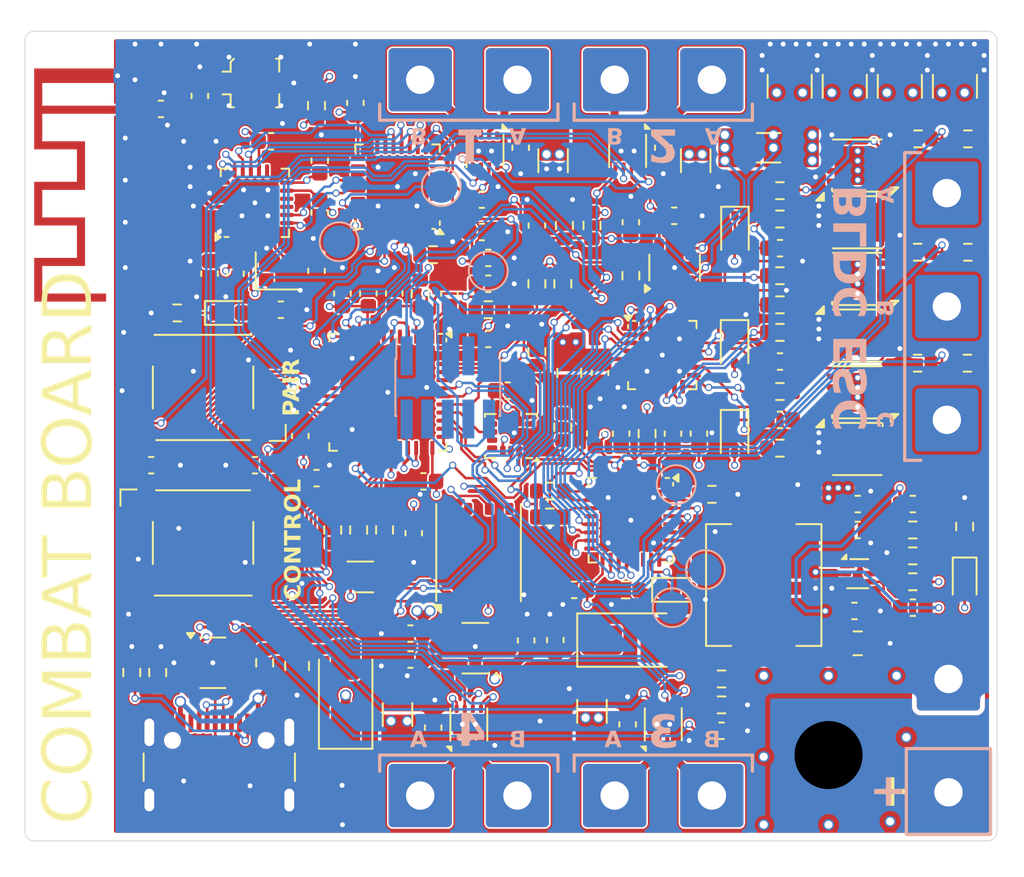
<source format=kicad_pcb>
(kicad_pcb (version 20240108) (generator "pcbnew") (generator_version "8.0")
  (layers (0 "F.Cu" signal) (1 "In1.Cu" signal) (2 "In2.Cu" signal) (31 "B.Cu" signal) (34 "B.Paste" user) (35 "F.Paste" user) (36 "B.SilkS" user "B.Silkscreen") (37 "F.SilkS" user "F.Silkscreen") (38 "B.Mask" user) (39 "F.Mask" user) (44 "Edge.Cuts" user))
  (net 0 "")
  (net 1 "Net-(ANT1-A)")
  (net 2 "GND")
  (net 3 "Net-(FL1-RF_IN)")
  (net 7 "/Radio/D1")
  (net 11 "/Radio/MOSI")
  (net 13 "/Radio/~{CS}")
  (net 15 "/Radio/MISO")
  (net 17 "/Radio/SCK")
  (net 19 "/Radio/BUSY")
  (net 21 "Net-(U2-DCC_FB)")
  (net 22 "Net-(U2-VR_PA)")
  (net 23 "Net-(U2-VBAT)")
  (net 24 "RF_~{RESET}")
  (net 25 "/Radio/RF_BTN")
  (net 26 "/Weapon ESC/VB1")
  (net 27 "/Weapon ESC/VS1")
  (net 28 "/Weapon ESC/VS2")
  (net 31 "/Weapon ESC/VB2")
  (net 32 "/Weapon ESC/VS3")
  (net 33 "/Weapon ESC/VB3")
  (net 35 "+12V")
  (net 36 "+3.3V")
  (net 37 "ESC_~{RESET}")
  (net 38 "MAIN_~{RESET}")
  (net 39 "Net-(U12-SW)")
  (net 40 "Net-(U12-VBST)")
  (net 41 "Net-(D6-A)")
  (net 42 "+5V")
  (net 43 "/Drive ESC/DRV_BTN")
  (net 44 "Net-(D5-A)")
  (net 45 "/Radio/RF_LED")
  (net 46 "Net-(D1-K)")
  (net 47 "/Weapon ESC/ESC_LED")
  (net 48 "Net-(D8-K)")
  (net 49 "/Radio/SWCLK")
  (net 50 "/Radio/SWDIO")
  (net 51 "/Weapon ESC/SWCLK")
  (net 52 "/Weapon ESC/SWDIO")
  (net 54 "ESC_NTC")
  (net 56 "/Drive ESC/SWDIO")
  (net 57 "/Drive ESC/SWCLK")
  (net 58 "Net-(J4-CC1)")
  (net 59 "Net-(J4-D--PadA7)")
  (net 60 "Net-(J4-D+-PadA6)")
  (net 62 "Net-(U11-VP)")
  (net 64 "Net-(J4-CC2)")
  (net 65 "Net-(J10-Pin_1)")
  (net 66 "Net-(J11-Pin_1)")
  (net 67 "Net-(J12-Pin_1)")
  (net 68 "Net-(J13-Pin_1)")
  (net 69 "Net-(J14-Pin_1)")
  (net 70 "Net-(J15-Pin_1)")
  (net 71 "Net-(J16-Pin_1)")
  (net 72 "Net-(J17-Pin_1)")
  (net 73 "Net-(Q1-G)")
  (net 74 "Net-(Q2-G)")
  (net 75 "Net-(Q3-G)")
  (net 76 "Net-(Q4-G)")
  (net 77 "Net-(Q5-G)")
  (net 78 "Net-(Q6-G)")
  (net 79 "/Weapon ESC/HO1")
  (net 80 "/Weapon ESC/LO1")
  (net 81 "/Weapon ESC/FB1")
  (net 82 "/Weapon ESC/HO2")
  (net 83 "/Weapon ESC/FB2")
  (net 84 "/Weapon ESC/LO2")
  (net 85 "/Weapon ESC/HO3")
  (net 86 "/Weapon ESC/FB3")
  (net 87 "/Weapon ESC/LO3")
  (net 88 "Net-(U8-BOOT0)")
  (net 89 "Net-(U1-PH3)")
  (net 90 "Net-(U12-EN)")
  (net 91 "Net-(U12-VFB)")
  (net 92 "/Weapon ESC/FBCOM")
  (net 96 "/Radio/~{SX_RESET}")
  (net 97 "RF_RX")
  (net 98 "Net-(U2-XTA)")
  (net 100 "Net-(U2-XTB)")
  (net 101 "/Drive ESC/DIR_A")
  (net 103 "/Drive ESC/PWM_2A")
  (net 104 "/Drive ESC/~{SLEEP}")
  (net 107 "/Drive ESC/DIR_B")
  (net 108 "/Drive ESC/PWM_2B")
  (net 109 "/Drive ESC/DIR_C")
  (net 111 "USB_D_P")
  (net 113 "/Drive ESC/INT2")
  (net 114 "/Drive ESC/PWM_2C")
  (net 115 "/Drive ESC/I2C_SCL")
  (net 116 "/Drive ESC/DIR_D")
  (net 117 "ESC_PPM")
  (net 118 "/Drive ESC/I2C_SDA")
  (net 119 "/Drive ESC/PWM_2D")
  (net 122 "/Drive ESC/INT1")
  (net 123 "USB_D_N")
  (net 124 "/Weapon ESC/CH")
  (net 125 "/Weapon ESC/CL")
  (net 126 "/Weapon ESC/BL")
  (net 127 "/Weapon ESC/AH")
  (net 128 "/Weapon ESC/BH")
  (net 129 "/Weapon ESC/AL")
  (net 133 "Net-(J18-In)")
  (net 134 "Net-(FL1-RF_OUT)")
  (net 135 "Net-(J5-Pin_1)")
  (net 136 "Net-(D9-K)")
  (net 138 "Net-(U14-PH3)")
  (net 140 "ESC_TX")
  (net 141 "ESC_RX")
  (net 143 "/Drive ESC/RED")
  (net 145 "/Drive ESC/GREEN")
  (net 146 "/Drive ESC/BLUE")
  (net 147 "ESC_CUR")
  (net 148 "Net-(D2-A)")
  (net 149 "Net-(R39-Pad2)")
  (net 150 "/Drive ESC/VBAT_ADC")
  (net 151 "Net-(U14-VBAT)")
  (net 152 "/Drive ESC/MEM_MISO")
  (net 153 "/Drive ESC/MEM_SCK")
  (net 154 "/Drive ESC/MEM_MOSI")
  (net 155 "/Drive ESC/MEM_~{CS}")
  (net 156 "Net-(D10-RK)")
  (net 157 "Net-(D10-GK)")
  (net 158 "Net-(D10-BK)")
  (net 159 "RF_TX")
  (footprint "Capacitor_SMD:C_0603_1608Metric" (layer "F.Cu") (at 148.2 85.4)
    (property "Reference" "C8")
    (property "Value" "100n")
  )
  (footprint "Resistor_SMD:R_0603_1608Metric" (layer "F.Cu") (at 151.6 90.6 90)
    (property "Reference" "R41")
    (property "Value" "10K")
  )
  (footprint "Capacitor_SMD:C_0603_1608Metric" (layer "F.Cu") (at 144.6 102.8 180)
    (property "Reference" "C26")
    (property "Value" "100n")
  )
  (footprint "Capacitor_SMD:C_0603_1608Metric" (layer "F.Cu") (at 153.9 109.5 180)
    (property "Reference" "C18")
    (property "Value" "100n")
  )
  (footprint "Button_Switch_SMD:SW_SPST_Omron_B3FS-100xP" (layer "F.Cu") (at 131 97 180)
    (property "Reference" "SW1")
    (property "Value" "SW_Push")
  )
  (footprint "Diode_SMD:D_SOD-323" (layer "F.Cu") (at 163.825 87.45 -90)
    (property "Reference" "D2")
    (property "Value" "1N4148WS")
  )
  (footprint "Capacitor_SMD:C_0603_1608Metric" (layer "F.Cu") (at 163 118.2)
    (property "Reference" "C46")
    (property "Value" "100n")
  )
  (footprint "Capacitor_SMD:C_1210_3225Metric" (layer "F.Cu") (at 174 78.4 90)
    (property "Reference" "C36")
    (property "Value" "47u")
  )
  (footprint "Capacitor_SMD:C_0603_1608Metric" (layer "F.Cu") (at 149.8 97.2)
    (property "Reference" "C27")
    (property "Value" "100n")
  )
  (footprint "Capacitor_SMD:C_0603_1608Metric" (layer "F.Cu") (at 151.6 87 90)
    (property "Reference" "C51")
    (property "Value" "100n")
  )
  (footprint "dancollins:DFN-8-SED3080M" (layer "F.Cu") (at 171.375 83.3 180)
    (property "Reference" "Q1")
    (property "Value" "SED3080M")
  )
  (footprint "Package_SON:WSON-8-1EP_2x2mm_P0.5mm_EP0.9x1.6mm" (layer "F.Cu") (at 147.4 117.8 90)
    (property "Reference" "U7")
    (property "Value" "DRV8220")
  )
  (footprint "Connector_Wire:SolderWire-1sqmm_1x01_D1.4mm_OD3.9mm" (layer "F.Cu") (at 144.4 78)
    (property "Reference" "J11")
    (property "Value" "Conn_01x01")
  )
  (footprint "Package_SON:WSON-8-1EP_6x5mm_P1.27mm_EP3.4x4.3mm" (layer "F.Cu") (at 148 107.2 90)
    (property "Reference" "U15")
    (property "Value" "W25Q32JVZP")
  )
  (footprint "Capacitor_SMD:C_0603_1608Metric" (layer "F.Cu") (at 161.6 99.85 90)
    (property "Reference" "C20")
    (property "Value" "1u")
  )
  (footprint "Resistor_SMD:R_0603_1608Metric" (layer "F.Cu") (at 144.4 91.2 90)
    (property "Reference" "R19")
    (property "Value" "10K")
  )
  (footprint "Resistor_SMD:R_0603_1608Metric" (layer "F.Cu") (at 151.6 94.8 90)
    (property "Reference" "R20")
    (property "Value" "10K")
  )
  (footprint "Resistor_SMD:R_0603_1608Metric" (layer "F.Cu") (at 126.6 114.6 90)
    (property "Reference" "R22")
    (property "Value" "5.1K")
  )
  (footprint "Capacitor_SMD:C_0603_1608Metric" (layer "F.Cu") (at 174.8 104.2)
    (property "Reference" "C59")
    (property "Value" "18p")
  )
  (footprint "dancollins:DFN-8-SED3080M" (layer "F.Cu") (at 171.375 93.8)
    (property "Reference" "Q4")
    (property "Value" "SED3080M")
  )
  (footprint "Capacitor_SMD:C_0603_1608Metric" (layer "F.Cu") (at 166.6 99)
    (property "Reference" "C14")
    (property "Value" "1u")
  )
  (footprint "Capacitor_SMD:C_0603_1608Metric" (layer "F.Cu") (at 155.2 99.85 90)
    (property "Reference" "C17")
    (property "Value" "100n")
  )
  (footprint "Resistor_SMD:R_0603_1608Metric" (layer "F.Cu") (at 152.4 103.4)
    (property "Reference" "R28")
    (property "Value" "10K")
  )
  (footprint "Connector_USB:USB_C_Receptacle_GCT_USB4105-xx-A_16P_TopMnt_Horizontal" (layer "F.Cu") (at 132 121.4)
    (property "Reference" "J4")
    (property "Value" "USB_C_Receptacle_USB2.0_16P")
  )
  (footprint "Connector_Coaxial:U.FL_Molex_MCRF_73412-0110_Vertical" (layer "F.Cu") (at 134.2 78.2 -90)
    (property "Reference" "J18")
    (property "Value" "Conn_Coaxial")
  )
  (footprint "LED_SMD:LED_0603_1608Metric" (layer "F.Cu") (at 132.6 92.4)
    (property "Reference" "D1")
    (property "Value" "LED")
  )
  (footprint "Package_SON:WSON-8-1EP_2x2mm_P0.5mm_EP0.9x1.6mm" (layer "F.Cu") (at 159.4 117.8 90)
    (property "Reference" "U6")
    (property "Value" "DRV8220")
  )
  (footprint "Capacitor_SMD:C_0603_1608Metric" (layer "F.Cu") (at 139.6 91.2 90)
    (property "Reference" "C25")
    (property "Value" "1u")
  )
  (footprint "Capacitor_SMD:C_0805_2012Metric" (layer "F.Cu") (at 171.4 112.8)
    (property "Reference" "C43")
    (property "Value" "22u")
  )
  (footprint "Capacitor_SMD:C_1206_3216Metric" (layer "F.Cu") (at 155 117 90)
    (property "Reference" "C33")
    (property "Value" "22u")
  )
  (footprint "Capacitor_SMD:C_0603_1608Metric" (layer "F.Cu") (at 148.6 89)
    (property "Reference" "C9")
    (property "Value" "1u")
  )
  (footprint "Resistor_SMD:R_0603_1608Metric" (layer "F.Cu") (at 174.8 109)
    (property "Reference" "R24")
    (property "Value" "100K")
  )
  (footprint "Resistor_SMD:R_0603_1608Metric" (layer "F.Cu") (at 153.2 99.45 90)
    (property "Reference" "R29")
    (property "Value" "10K")
  )
  (footprint "Package_DFN_QFN:QFN-24-1EP_4x4mm_P0.5mm_EP2.65x2.65mm" (layer "F.Cu") (at 159.34 95)
    (property "Reference" "U9")
    (property "Value" "FD6288Q")
  )
  (footprint "Capacitor_SMD:C_0603_1608Metric" (layer "F.Cu") (at 138.2 83 90)
    (property "Reference" "C2")
    (property "Value" "470n")
  )
  (footprint "Capacitor_SMD:C_0603_1608Metric" (layer "F.Cu") (at 145.2 118 90)
    (property "Reference" "C34")
    (property "Value" "100n")
  )
  (footprint "Diode_SMD:D_SMA" (layer "F.Cu") (at 139.8 115.8 90)
    (property "Reference" "D5")
    (property "Value" "~")
  )
  (footprint "dancollins:DFN-8-SED3080M" (layer "F.Cu") (at 171.375 86.8)
    (property "Reference" "Q2")
    (property "Value" "SED3080M")
  )
  (footprint "dancollins:DFN-8-SED3080M" (layer "F.Cu") (at 171.375 90.3 180)
    (property "Reference" "Q3")
    (property "Value" "SED3080M")
  )
  (footprint "Capacitor_SMD:C_0603_1608Metric" (layer "F.Cu") (at 171.4 104.2)
    (property "Reference" "C42")
    (property "Value" "4.7u")
  )
  (footprint "Diode_SMD:D_SMA" (layer "F.Cu") (at 157.6 112.6)
    (property "Reference" "D6")
    (property "Value" "~")
  )
  (footprint "Capacitor_SMD:C_0603_1608Metric" (layer "F.Cu") (at 131.4 89.975 -90)
    (property "Reference" "C3")
    (property "Value" "10n")
  )
  (footprint "Capacitor_SMD:C_0603_1608Metric" (layer "F.Cu") (at 143.8 112.2 180)
    (property "Reference" "C50")
    (property "Value" "1u")
  )
  (footprint "Capacitor_SMD:C_0603_1608Metric" (layer "F.Cu") (at 174.8 110.6 180)
    (property "Reference" "C40")
    (property "Value" "100n")
  )
  (footprint "dancollins:2450FM07D0034" (layer "F.Cu") (at 130.75 81.8 90)
    (property "Reference" "FL1")
    (property "Value" "2450FM07D0034")
  )
  (footprint "dancollins:m3-power-switch" (layer "F.Cu") (at 169.6 119.7)
    (property "Reference" "SW3")
    (property "Value" "SW_SPST")
  )
  (footprint "Resistor_SMD:R_0603_1608Metric" (layer "F.Cu") (at 166.6 91.9)
    (property "Reference" "R7")
    (property "Value" "10R")
  )
  (footprint "Resistor_SMD:R_0603_1608Metric" (layer "F.Cu") (at 166.6 93.6)
    (property "Reference" "R10")
    (property "Value" "10R")
  )
  (footprint "Capacitor_SMD:C_0603_1608Metric" (layer "F.Cu") (at 171.4 105.8)
    (property "Reference" "C41")
    (property "Value" "100n")
  )
  (footprint "Capacitor_SMD:C_0603_1608Metric" (layer "F.Cu") (at 157.2 117.8 90)
    (property "Reference" "C32")
    (property "Value" "100n")
  )
  (footprint "Resistor_SMD:R_0603_1608Metric" (layer "F.Cu") (at 153.3 87 -90)
    (property "Reference" "R34")
    (property "Value" "1k")
  )
  (footprint "Resistor_SMD:R_0603_1608Metric" (layer "F.Cu") (at 128.2 114.6 90)
    (property "Reference" "R23")
    (property "Value" "5.1K")
  )
  (footprint "dancollins:DFN-8-SED3080M" (layer "F.Cu") (at 171.375 100.8)
    (property "Reference" "Q6")
    (property "Value" "SED3080M")
  )
  (footprint "Capacitor_SMD:C_0603_1608Metric" (layer "F.Cu") (at 138.2 86.2 -90)
    (property "Reference" "C5")
    (property "Value" "1u")
  )
  (footprint "Connector_Wire:SolderWire-1sqmm_1x01_D1.4mm_OD3.9mm" (layer "F.Cu") (at 177 115)
    (property "Reference" "J6")
    (property "Value" "Conn_01x01")
  )
  (footprint "Connector_Wire:SolderWire-1sqmm_1x01_D1.4mm_OD3.9mm" (layer "F.Cu") (at 162.4 122.2 180)
    (property "Reference" "J15")
    (property "Value" "Conn_01x01")
  )
  (footprint "Capacitor_SMD:C_0603_1608Metric" (layer "F.Cu") (at 142.8 91.2 90)
    (property "Reference" "C22")
    (property "Value" "100n")
  )
  (footprint "Resistor_SMD:R_0603_1608Metric" (layer "F.Cu") (at 148.6 92.2)
    (property "Reference" "R16")
    (property "Value" "10K")
  )
  (footprint "Capacitor_SMD:C_1210_3225Metric" (layer "F.Cu") (at 170.6 78.4 90)
    (property "Reference" "C37")
    (property "Value" "47u")
  )
  (footprint "Capacitor_SMD:C_0603_1608Metric" (layer "F.Cu") (at 144 106 -90)
    (property "Reference" "C63")
    (property "Value" "100n")
  )
  (footprint "Resistor_SMD:R_0603_1608Metric" (layer "F.Cu") (at 138 79.6 -90)
    (property "Reference" "R1")
    (property "Value" "0R")
  )
  (footprint "Resistor_SMD:R_0603_1608Metric" (layer "F.Cu") (at 175.125 81.65)
    (property "Reference" "R6")
    (property "Value" "10K")
  )
  (footprint "Capacitor_SMD:C_0603_1608Metric" (layer "F.Cu") (at 138 89.8 -90)
    (property "Reference" "C56")
    (property "Value" "~")
  )
  (footprint "Capacitor_SMD:C_0603_1608Metric" (layer "F.Cu") (at 138 102.6)
    (property "Reference" "C62")
    (property "Value" "4.7u")
  )
  (footprint "Package_SON:WSON-8-1EP_2x2mm_P0.5mm_EP0.9x1.6mm" (layer "F.Cu") (at 148.4 82.4 -90)
    (property "Reference" "U3")
    (property "Value" "DRV8220")
  )
  (footprint "LED_SMD:LED_0603_1608Metric" (layer "F.Cu") (at 160.2 109.5)
    (property "Reference" "D8")
    (property "Value" "LED")
  )
  (footprint "Capacitor_SMD:C_0603_1608Metric" (layer "F.Cu") (at 128.4 79.8 180)
    (property "Reference" "C58")
    (property "Value" "22p")
  )
  (footprint "Package_DFN_QFN:QFN-48-1EP_7x7mm_P0.5mm_EP5.6x5.6mm" (layer "F.Cu") (at 142.4 97.3 -90)
    (property "Reference" "U14")
    (property "Value" "STM32L412C8Ux")
  )
  (footprint "Capacitor_SMD:C_0603_1608Metric" (layer "F.Cu") (at 166.6 88.4)
    (property "Reference" "C12")
    (property "Value" "1u")
  )
  (footprint "Capacitor_SMD:C_0603_1608Metric" (layer "F.Cu") (at 148.6 94)
    (property "Reference" "C60")
    (property "Value" "100n")
  )
  (footprint "Resistor_SMD:R_0603_1608Metric" (layer "F.Cu") (at 153.2 90.6 90)
    (property "Reference" "R42")
    (property "Value" "10K")
  )
  (footprint "Resistor_SMD:R_0603_1608Metric" (layer "F.Cu") (at 139 105.8 90)
    (property "Reference" "R36")
    (property "Value" "10K")
  )
  (footprint "Capacitor_SMD:C_1206_3216Metric" (layer "F.Cu") (at 161.4 83 -90)
    (property "Reference" "C31")
    (property "Value" "22u")
  )
  (footprint "Capacitor_SMD:C_0603_1608Metric" (layer "F.Cu") (at 160.075 86.4)
    (property "Reference" "C52")
    (property "Value" "100n")
  )
  (footprint "Capacitor_SMD:C_0603_1608Metric" (layer "F.Cu") (at 157.4 86.8 90)
    (property "Reference" "C53")
    (property "Value" "100n")
  )
  (footprint "Capacitor_SMD:C_0603_1608Metric" (layer "F.Cu") (at 146.2 91.2 90)
    (property "Reference" "C61")
    (property "Value" "100n")
  )
  (footprint "Connector_Wire:SolderWire-1sqmm_1x01_D1.4mm_OD3.9mm" (layer "F.Cu") (at 144.4 122.2 180)
    (property "Reference" "J16")
    (property "Value" "Conn_01x01")
  )
  (footprint "Capacitor_SMD:C_0603_1608Metric" (layer "F.Cu") (at 137 100 90)
    (property "Reference" "C23")
    (property "Value" "100n")
  )
  (footprint "Resistor_SMD:R_0603_1608Metric" (layer "F.Cu") (at 163 116.6 180)
    (property "Reference" "R33")
    (property "Value" "10K")
  )
  (footprint "Resistor_SMD:R_0603_1608Metric" (layer "F.Cu") (at 166.6 86.6)
    (property "Reference" "R4")
    (property "Value" "10R")
  )
  (footprint "Resistor_SMD:R_0603_1608Metric" (layer "F.Cu") (at 178 105.5875 90)
    (property "Reference" "R32")
    (property "Value" "1k")
  )
  (footprint "Resistor_SMD:R_0603_1608Metric" (layer "F.Cu") (at 155 87 90)
    (property "Reference" "R35")
    (property "Value" "1k")
  )
  (footprint "Capacitor_SMD:C_0603_1608Metric" (layer "F.Cu") (at 141.2 91.2 90)
    (property "Reference" "C24")
    (property "Value" "10n")
  )
  (footprint "Resistor_SMD:R_0603_1608Metric" (layer "F.Cu") (at 152.4 105)
    (property "Reference" "R27")
    (property "Value" "10K")
  )
  (footprint "Resistor_SMD:R_0603_1608Metric" (layer "F.Cu") (at 157.4 90.1 -90)
    (property "Reference" "R39")
    (property "Value" "0R")
  )
  (footprint "Package_DFN_QFN:QFN-32-1EP_5x5mm_P0.5mm_EP3.45x3.45mm" (layer "F.Cu") (at 157.4 105.2 -90)
    (property "Reference" "U8")
    (property "Value" "STM32F051K6Ux")
  )
  (footprint "Capacitor_SMD:C_0603_1608Metric" (layer "F.Cu") (at 150.9375 112.625 90)
    (property "Reference" "C48")
    (property "Value" "100n")
  )
  (footprint "Resistor_SMD:R_0603_1608Metric" (layer "F.Cu") (at 129.4 92.4 180)
    (property "Reference" "R2")
    (property "Value" "1k")
  )
  (footprint "Connector_Wire:SolderWire-1sqmm_1x01_D1.4mm_OD3.9mm" (layer "F.Cu") (at 150.4 122.2 180)
    (property "Reference" "J17")
    (property "Value" "Conn_01x01")
  )
  (footprint "Capacitor_SMD:C_1206_3216Metric" (layer "F.Cu") (at 143 117.2 90)
    (property "Reference" "C35")
    (property "Value" "22u")
  )
  (footprint "Resistor_SMD:R_0603_1608Metric" (layer "F.Cu") (at 174.8 105.8 180)
    (property "Reference" "R25")
    (property "Value" "220K")
  )
  (footprint "Resistor_SMD:R_0603_1608Metric" (layer "F.Cu") (at 166.6 100.75)
    (property "Reference" "R14")
    (property "Value" "10R")
  )
  (footprint "Connector_Wire:SolderWire-1sqmm_1x01_D1.4mm_OD3.9mm" (layer "F.Cu") (at 176.9 99)
    (property "Reference" "J9")
    (property "Value" "Conn_01x01")
  )
  (footprint "Connector_Wire:SolderWire-1sqmm_1x01_D1.4mm_OD3.9mm" (layer "F.Cu") (at 156.4 78)
    (property "Reference" "J13")
    (property "Value" "Conn_01x01")
  )
  (footprint "Capacitor_SMD:C_0603_1608Metric" (layer "F.Cu") (at 155.5 96.1 -90)
    (property "Reference" "C15")
    (property "Value" "100n")
  )
  (footprint "Capacitor_SMD:C_0603_1608Metric" (layer "F.Cu") (at 150.6 82.2 -90)
    (property "Reference" "C28")
    (property "Value" "100n")
  )
  (footprint "Capacitor_SMD:C_0603_1608Metric" (layer "F.Cu") (at 166.6 95.4)
    (property "Reference" "C13")
    (property "Value" "1u")
  )
  (footprint "Capacitor_SMD:C_0603_1608Metric" (layer "F.Cu") (at 130.8 79 90)
    (property "Reference" "C57")
    (property "Value" "22p")
  )
  (footprint "Capacitor_SMD:C_0805_2012Metric" (layer "F.Cu") (at 153.6 96.1 -90)
    (property "Reference" "C16")
    (property "Value" "10u")
  )
  (footprint "Resistor_SMD:R_0603_1608Metric" (layer "F.Cu") (at 163 115)
    (property "Reference" "R30")
    (property "Value" "33k")
  )
  (footprint "Package_TO_SOT_SMD:SOT-23-5" (layer "F.Cu") (at 147.8 113.1 180)
    (property "Reference" "U13")
    (property "Value" "ME6211C33M5")
  )
  (footprint "Capacitor_SMD:C_0603_1608Metric" (layer "F.Cu") (at 143.8 113.8 180)
    (property "Reference" "C49")
    (property "Value" "100n")
  )
  (footprint "Package_TO_SOT_SMD:SOT-563" (layer "F.Cu") (at 171.4 108.5)
    (property "Reference" "U12")
    (property "Value" "TPS562206")
  )
  (footprint "Diode_SMD:D_SOD-323" (layer "F.Cu") (at 163.8 94.45 -90)
    (property "Reference" "D3")
    (property "Value" "1N4148WS")
  )
  (footprint "Capacitor_SMD:C_0603_1608Metric" (layer "F.Cu") (at 171.2 110.8)
    (property "Reference" "C45")
    (property "Value" "100n")
  )
  (footprint "Capacitor_SMD:C_0603_1608Metric" (layer "F.Cu") (at 135.2 81.8)
    (property "Reference" "C4")
    (property "Value" "10n")
  )
  (footprint "Resistor_SMD:R_0603_1608Metric" (layer "F.Cu") (at 157.075 109.5 180)
    (property "Reference" "R31")
    (property "Value" "1k")
  )
  (footprint "Package_TO_SOT_SMD:SOT-23-5" (layer "F.Cu") (at 160.1 89.6 90)
    (property "Reference" "U5")
    (property "Value" "INA180A2")
  )
  (footprint "Crystal:Crystal_SMD_2016-4Pin_2.0x1.6mm" (layer "F.Cu") (at 135.6 89.8)
    (property "Reference" "Y1")
    (property "Value" "Crystal_GND24")
  )
  (footprint "LED_SMD:LED_LiteOn_LTST-C19HE1WT" (layer "F.Cu") (at 140.7 108.7 90)
    (property "Reference" "D10")
    (property "Value" "LED_ARGB")
  )
  (footprint "Capacitor_SMD:C_1210_3225Metric" (layer "F.Cu") (at 167.2 78.4 90)
    (property "Reference" "C39")
    (property "Value" "47u")
  )
  (footprint "Package_DFN_QFN:QFN-24-1EP_4x4mm_P0.5mm_EP2.7x2.7mm" (layer "F.Cu") (at 134.2 85.6 90)
    (property "Reference" "U2")
    (property "Value" "SX1280")
  )
  (footprint "Resistor_SMD:R_1206_3216Metric" (layer "F.Cu") (at 165.9 82.2 180)
    (property "Reference" "R40")
    (property "Value" "0.02R")
  )
  (footprint "Resistor_SMD:R_0603_1608Metric" (layer "F.Cu") (at 166.6 90.1)
    (property "Reference" "TH1")
    (property "Value" "NTC")
  )
  (footprint "Capacitor_SMD:C_0603_1608Metric" (layer "F.Cu") (at 133 89.975 -90)
    (property "Reference" "C1")
    (property "Value" "10n")
  )
  (footprint "Resistor_SMD:R_0603_1608Metric" (layer "F.Cu") (at 178.175 95.5)
    (property "Reference" "R12")
    (property "Value" "50K")
  )
  (footprint "Capacitor_SMD:C_0603_1608Metric" (layer "F.Cu") (at 159.4 82.2 -90)
    (property "Reference" "C30")
    (property "Value" "100n")
  )
  (footprint "Button_Switch_SMD:SW_SPST_Omron_B3FS-100xP" (layer "F.Cu") (at 131 106.6)
    (property "Reference" "SW2")
    (property "Value" "SW_Push")
  )
  (footprint "Capacitor_SMD:C_0603_1608Metric" (layer "F.Cu") (at 135.8 92.2)
    (property "Reference" "C44")
    (property "Value" "~")
  )
  (footprint "Connector_Wire:SolderWire-1sqmm_1x01_D1.4mm_OD3.9mm" (layer "F.Cu") (at 176.9 85)
    (property "Reference" "J7")
    (property "Value" "Conn_01x01")
  )
  (footprint "Capacitor_SMD:C_0603_1608Metric" (layer "F.Cu") (at 156.8 99.85 90)
    (property "Reference" "C21")
    (property "Value" "100n")
  )
  (footprint "Connector_Wire:SolderWire-1sqmm_1x01_D1.4mm_OD3.9mm" (layer "F.Cu") (at 176.9 92)
    (property "Reference" "J8")
    (property "Value" "Conn_01x01")
  )
  (footprint "Package_DFN_QFN:QFN-32-1EP_5x5mm_P0.5mm_EP3.45x3.45mm" (layer "F.Cu") (at 143 84.6 180)
    (property "Reference" "U1")
    (property "Value" "STM32L432KCUx")
  )
  (footprint "LED_SMD:LED_0603_1608Metric" (layer "F.Cu") (at 178 108.9875 -90)
    (property "Reference" "D9")
    (property "Value" "LED")
  )
  (footprint "Package_TO_SOT_SMD:SC-74-6_1.55x2.9mm_P0.95mm" (layer "F.Cu") (at 131.6 114)
    (property "Reference" "U11")
    (property "Value" "IP4234CZ6")
  )
  (footprint "Resistor_SMD:R_0603_1608Metric" (layer "F.Cu") (at 174.8 107.4)
    (property "Reference" "R26")
    (property "Value" "30K")
  )
  (footprint "Resistor_SMD:R_0603_1608Metric" (layer "F.Cu") (at 166.6 97.25)
    (property "Reference" "R11")
    (property "Value" "10R")
  )
  (footprint "Capacitor_SMD:C_0603_1608Metric" (layer "F.Cu") (at 160 99.85 90)
    (property "Reference" "C19")
    (property "Value" "100n")
  )
  (footprint "Connector_Wire:SolderWire-1sqmm_1x01_D1.4mm_OD3.9mm" (layer "F.Cu") (at 156.4 122.2 180)
    (property "Reference" "J14")
    (property "Value" "Conn_01x01")
  )
  (footprint "Resistor_SMD:R_0603_1608Metric" (layer "F.Cu") (at 166.6 84.85)
    (property "Reference" "R3")
    (property "Value" "10R")
  )
  (footprint "Resistor_SMD:R_0603_1608Metric" (layer "F.Cu") (at 175.1 88.65)
    (property "Reference" "R9")
    (property "Value" "10K")
  )
  (footprint "Capacitor_SMD:C_0603_1608Metric" (layer "F.Cu") (at 134.2 101.8 180)
    (property "Reference" "C54")
    (property "Value" "100n")
  )
  (footprint "dancollins:DFN-8-SED3080M" (layer "F.Cu") (at 171.375 97.3 180)
    (property "Reference" "Q5")
    (property "Value" "SED3080M")
  )
  (footprint "Inductor_SMD:L_Sunlord_MWSA0624S" (layer "F.Cu") (at 165.6 109.2 -90)
    (property "Reference" "L1")
    (property "Value" "4.7u")
  )
  (footprint "Capacitor_SMD:C_0603_1608Metric" (layer "F.Cu") (at 148.6 90.6)
    (property "Reference" "C10")
    (property "Value" "100n")
  )
  (footprint "Capacitor_SMD:C_0603_1608Metric" (layer "F.Cu") (at 148.2 87.4)
    (property "Reference" "C6")
    (property "Value" "100n")
  )
  (footprint "Capacitor_SMD:C_0603_1608Metric" (layer "F.Cu") (at 140.4 79.425 90)
    (property "Reference" "C7")
    (property "Value" "100n")
  )
  (footprint "Capacitor_SMD:C_0603_1608Metric" (layer "F.Cu") (at 127.8 101.8)
    (property "Reference" "C11")
    (property "Value" "100n")
  )
  (footprint "Connector_Wire:SolderWire-1sqmm_1x01_D1.4mm_OD3.9mm" (layer "F.Cu") (at 150.4 78)
    (property "Reference" "J10")
    (property "Value" "Conn_01x01")
  )
  (footprint "Resistor_SMD:R_0603_1608Metric" (layer "F.Cu") (at 145.2 88.8)
    (property "Reference" "R18")
    (property "Value" "10K")
  )
  (footprint "Connector_Wire:SolderWire-1sqmm_1x01_D1.4mm_OD3.9mm" (layer "F.Cu") (at 177 122)
    (property "Reference" "J5")
    (property "Value" "Conn_01x01")
  )
  (footprint "Package_LGA:LGA-14_3x2.5mm_P0.5mm_LayoutBorder3x4y" (layer "F.Cu") (at 150 100 180)
    (property "Reference" "U10")
    (property "Value" "LSM6DS3")
  )
  (footprint "Capacitor_SMD:C_0603_1608Metric" (layer "F.Cu") (at 152.7375 112.6 90)
    (property "Reference" "C47")
    (property "Value" "1u")
  )
  (footprint "Resistor_SMD:R_0603_1608Metric" (layer "F.Cu") (at 175.1 95.5)
    (property "Reference" "R13")
    (property "Value" "10K")
  )
  (footprint "Connector_Wire:SolderWire-1sqmm_1x01_D1.4mm_OD3.9mm" (layer "F.Cu") (at 162.4 78)
    (property "Reference" "J12")
    (property "Value" "Conn_01x01")
  )
  (footprint "Capacitor_SMD:C_1210_3225Metric" (layer "F.Cu") (at 177.4 78.4 90)
    (property "Reference" "C38")
    (property "Value" "47u")
  )
  (footprint "Capacitor_SMD:C_0805_2012Metric" (layer "F.Cu") (at 136.8 114.2 -90)
    (property "Reference" "C55")
    (property "Value" "22u")
  )
  (footprint "Capacitor_SMD:C_1206_3216Metric" (layer "F.Cu") (at 152.6 83 -90)
    (property "Reference" "C29")
    (property "Value" "22u")
  )
  (footprint "Diode_SMD:D_SOD-323" (layer "F.Cu") (at 163.8 100 -90)
    (property "Reference" "D4")
    (property "Value" "1N4148WS")
  )
  (footprint "Resistor_SMD:R_0603_1608Metric" (layer "F.Cu") (at 162.4 103.6)
    (property "Reference" "R17")
    (property "Value" "10K")
  )
  (footprint "Resistor_SMD:R_0603_1608Metric" (layer "F.Cu") (at 178.2 81.65)
    (property "Reference" "R5")
    (property "Value" "50K")
  )
  (footprint "Resistor_SMD:R_0603_1608Metric" (layer "F.Cu") (at 142.2 105.8 90)
    (property "Reference" "R38")
    (property "Value" "10K")
  )
  (footprint "Resistor_SMD:R_0603_1608Metric" (layer "F.Cu") (at 158.4 99.85 90)
    (property "Reference" "R15")
    (property "Value" "10K")
  )
  (footprint "RF_Antenna:Texas_SWRA117D_2.4GHz_Left" (layer "F.Cu") (at 125.725 79.85 90)
    (property "Reference" "ANT1")
    (property "Value" "Antenna_Shield")
  )
  (footprint "Resistor_SMD:R_0603_1608Metric" (layer "F.Cu") (at 134.8 114 90)
    (property "Reference" "R21")
    (property "Value" "0R")
  )
  (footprint "Resistor_SMD:R_0603_1608Metric" (layer "F.Cu") (at 178.2 88.65)
    (property "Reference" "R8")
    (property "Value" "50K")
  )
  (footprint "Resistor_SMD:R_0603_1608Metric" (layer "F.Cu") (at 140.6 105.8 90)
    (property "Reference" "R37")
    (property "Value" "10K")
  )
  (footprint "Package_SON:WSON-8-1EP_2x2mm_P0.5mm_EP0.9x1.6mm" (layer "F.Cu") (at 157.2 82.4 -90)
    (property "Reference" "U4")
    (property "Value" "DRV8220")
  )
  (footprint "TestPoint:TestPoint_Pad_D2.0mm" (layer "B.Cu") (at 159.95 110.6 180)
    (property "Reference" "TP3" (hide yes))
    (property "Value" "TestPoint")
  )
  (footprint "TestPoint:TestPoint_Pad_D2.0mm" (layer "B.Cu") (at 160.2 103 180)
    (property "Reference" "TP5" (hide yes))
    (property "Value" "TestPoint")
  )
  (footprint "TestPoint:TestPoint_Pad_D2.0mm" (layer "B.Cu") (at 162 108.25 180)
    (property "Reference" "TP4" (hide yes))
    (property "Value" "TestPoint")
  )
  (footprint "Connector_PinHeader_1.27mm:PinHeader_2x05_P1.27mm_Vertical_SMD" (layer "B.Cu") (at 146.1 97 -90)
    (property "Reference" "J3" (hide yes))
    (property "Value" "Conn_ARM_JTAG_SWD_10")
  )
  (footprint "TestPoint:TestPoint_Pad_D2.0mm" (layer "B.Cu") (at 145.7 84.6 180)
    (property "Reference" "TP2" (hide yes))
    (property "Value" "TestPoint")
  )
  (footprint "TestPoint:TestPoint_Pad_D2.0mm" (layer "B.Cu") (at 139.4 88 180)
    (property "Reference" "TP6" (hide yes))
    (property "Value" "TestPoint")
  )
  (footprint "TestPoint:TestPoint_Pad_D2.0mm" (layer "B.Cu") (at 148.6 89.8 180)
    (property "Reference" "TP1" (hide yes))
    (property "Value" "TestPoint")
  )
  (gr_line (start 175.3 101.5) (end 174.3 101.5) (stroke (width 0.2)) (layer "B.SilkS"))
  (gr_line (start 153.9 119.7) (end 164.9 119.7) (stroke (width 0.2)) (layer "B.SilkS"))
  (gr_line (start 141.9 120.7) (end 141.9 119.7) (stroke (width 0.2)) (layer "B.SilkS"))
  (gr_line (start 164.9 119.7) (end 164.9 120.7) (stroke (width 0.2)) (layer "B.SilkS"))
  (gr_line (start 153.9 120.7) (end 153.9 119.7) (stroke (width 0.2)) (layer "B.SilkS"))
  (gr_line (start 152.9 119.7) (end 152.9 120.7) (stroke (width 0.2)) (layer "B.SilkS"))
  (gr_line (start 164.9 80.5) (end 153.9 80.5) (stroke (width 0.2)) (layer "B.SilkS"))
  (gr_line (start 174.3 101.5) (end 174.3 82.5) (stroke (width 0.2)) (layer "B.SilkS"))
  (gr_line (start 153.9 80.5) (end 153.9 79.5) (stroke (width 0.2)) (layer "B.SilkS"))
  (gr_rect (start 174.4 119.3) (end 179.6 124.6) (stroke (width 0.2)) (fill none) (layer "B.SilkS"))
  (gr_line (start 141.9 80.5) (end 141.9 79.5) (stroke (width 0.2)) (layer "B.SilkS"))
  (gr_line (start 152.9 80.5) (end 141.9 80.5) (stroke (width 0.2)) (layer "B.SilkS"))
  (gr_line (start 141.9 119.7) (end 152.9 119.7) (stroke (width 0.2)) (layer "B.SilkS"))
  (gr_line (start 174.3 82.5) (end 175.3 82.5) (stroke (width 0.2)) (layer "B.SilkS"))
  (gr_line (start 164.9 79.5) (end 164.9 80.5) (stroke (width 0.2)) (layer "B.SilkS"))
  (gr_line (start 152.9 79.5) (end 152.9 80.5) (stroke (width 0.2)) (layer "B.SilkS"))
  (gr_arc (start 180 124.4) (mid 179.824264 124.824264) (end 179.4 125) (stroke (width 0.05)) (layer "Edge.Cuts"))
  (gr_line (start 120 75.6) (end 120 124.4) (stroke (width 0.05)) (layer "Edge.Cuts"))
  (gr_line (start 179.4 75) (end 120.6 75) (stroke (width 0.05)) (layer "Edge.Cuts"))
  (gr_line (start 180 124.4) (end 180 75.6) (stroke (width 0.05)) (layer "Edge.Cuts"))
  (gr_arc (start 120 75.6) (mid 120.175736 75.175736) (end 120.6 75) (stroke (width 0.05)) (layer "Edge.Cuts"))
  (gr_arc (start 120.6 125) (mid 120.175736 124.824264) (end 120 124.4) (stroke (width 0.05)) (layer "Edge.Cuts"))
  (gr_arc (start 179.4 75) (mid 179.824264 75.175736) (end 180 75.6) (stroke (width 0.05)) (layer "Edge.Cuts"))
  (gr_line (start 120.6 125) (end 179.4 125) (stroke (width 0.05)) (layer "Edge.Cuts"))
  (gr_text "A" (at 173.2 85.1 90) (layer "B.SilkS") (effects (font (size 1 1) (thickness 0.2) (bold yes)) (justify mirror)))
  (gr_text "A" (at 150.4 81.4 180) (layer "B.SilkS") (effects (font (size 1 1) (thickness 0.2) (bold yes)) (justify mirror)))
  (gr_text "1" (at 147.4 81.9 180) (layer "B.SilkS") (effects (font (size 2 2) (thickness 0.4) (bold yes)) (justify mirror)))
  (gr_text "B" (at 156.4 81.4 180) (layer "B.SilkS") (effects (font (size 1 1) (thickness 0.2) (bold yes)) (justify mirror)))
  (gr_text "2" (at 159.4 81.9 180) (layer "B.SilkS") (effects (font (size 2 2) (thickness 0.4) (bold yes)) (justify mirror)))
  (gr_text "C" (at 173.2 99 90) (layer "B.SilkS") (effects (font (size 1 1) (thickness 0.2) (bold yes)) (justify mirror)))
  (gr_text "A" (at 162.5 81.4 180) (layer "B.SilkS") (effects (font (size 1 1) (thickness 0.2) (bold yes)) (justify mirror)))
  (gr_text "+" (at 173.3 122 0) (layer "B.SilkS") (effects (font (size 2 2) (thickness 0.4) (bold yes))))
  (gr_text "A" (at 156.3 118.8 0) (layer "B.SilkS") (effects (font (size 1 1) (thickness 0.2) (bold yes)) (justify mirror)))
  (gr_text "4" (at 147.5 118.3 0) (layer "B.SilkS") (effects (font (size 2 2) (thickness 0.4) (bold yes)) (justify mirror)))
  (gr_text "BLDC ESC" (at 171.1 92.1 90) (layer "B.SilkS") (effects (font (size 2 2) (thickness 0.4) (bold yes)) (justify mirror)))
  (gr_text "B" (at 162.4 118.8 0) (layer "B.SilkS") (effects (font (size 1 1) (thickness 0.2) (bold yes)) (justify mirror)))
  (gr_text "B" (at 150.4 118.8 0) (layer "B.SilkS") (effects (font (size 1 1) (thickness 0.2) (bold yes)) (justify mirror)))
  (gr_text "B" (at 173.2 92.1 90) (layer "B.SilkS") (effects (font (size 1 1) (thickness 0.2) (bold yes)) (justify mirror)))
  (gr_text "3" (at 159.4 118.4 0) (layer "B.SilkS") (effects (font (size 2 2) (thickness 0.4) (bold yes)) (justify mirror)))
  (gr_text "B" (at 144.3 81.4 180) (layer "B.SilkS") (effects (font (size 1 1) (thickness 0.2) (bold yes)) (justify mirror)))
  (gr_text "A" (at 144.3 118.8 0) (layer "B.SilkS") (effects (font (size 1 1) (thickness 0.2) (bold yes)) (justify mirror)))
  (gr_text "COMBAT BOARD" (at 124.6 124 90) (layer "F.SilkS") (effects (font (size 3 3) (thickness 0.1)) (justify left bottom)))
  (gr_text "CONTROL" (at 136.6 106.4 90) (layer "F.SilkS") (effects (font (size 1 1) (thickness 0.2) (bold yes))))
  (gr_text "+" (at 173.5 122 0) (layer "F.SilkS") (effects (font (size 2 2) (thickness 0.4) (bold yes))))
  (gr_text "PAIR" (at 136.5 97 90) (layer "F.SilkS") (effects (font (size 1 1) (thickness 0.2) (bold yes))))
  (segment (start 125.725 79.85) (end 127.575 79.85) (width 0.26) (layer "F.Cu") (net 1))
  (segment (start 127.575 79.85) (end 127.625 79.8) (width 0.26) (layer "F.Cu") (net 1))
  (via (at 168.8 84) (size 0.45) (drill 0.3) (layers "F.Cu" "B.Cu") (net 2))
  (via (at 126.4 111) (size 0.45) (drill 0.3) (layers "F.Cu" "B.Cu") (net 2))
  (via (at 167.6 75.8) (size 0.45) (drill 0.3) (layers "F.Cu" "B.Cu") (net 2))
  (via (at 146.2 93.4) (size 0.45) (drill 0.3) (layers "F.Cu" "B.Cu") (net 2))
  (via (at 136.6 78.2) (size 0.45) (drill 0.3) (layers "F.Cu" "B.Cu") (net 2))
  (via (at 138.8 101.8) (size 0.45) (drill 0.3) (layers "F.Cu" "B.Cu") (net 2))
  (via (at 126.2 84.2) (size 0.45) (drill 0.3) (layers "F.Cu" "B.Cu") (net 2))
  (via (at 144 107.8) (size 0.45) (drill 0.3) (layers "F.Cu" "B.Cu") (net 2))
  (via (at 161 118.8) (size 0.45) (drill 0.3) (layers "F.Cu" "B.Cu") (net 2))
  (via (at 137.8 87.8) (size 0.45) (drill 0.3) (layers "F.Cu" "B.Cu") (net 2))
  (via (at 158.4 94) (size 0.45) (drill 0.3) (layers "F.Cu" "B.Cu") (net 2))
  (via (at 168.9 77.4) (size 0.45) (drill 0.3) (layers "F.Cu" "B.Cu") (net 2))
  (via (at 141.8 89.8) (size 0.45) (drill 0.3) (layers "F.Cu" "B.Cu") (net 2))
  (via (at 148 82.4) (size 0.45) (drill 0.3) (layers "F.Cu" "B.Cu") (net 2))
  (via (at 130.6 75.8) (size 0.45) (drill 0.3) (layers "F.Cu" "B.Cu") (net 2))
  (via (at 147.8 117.8) (size 0.45) (drill 0.3) (layers "F.Cu" "B.Cu") (net 2))
  (via (at 179.2 77.4) (size 0.45) (drill 0.3) (layers "F.Cu" "B.Cu") (net 2))
  (via (at 156 106.6) (size 0.45) (drill 0.3) (layers "F.Cu" "B.Cu") (net 2))
  (via (at 148.8 82.4) (size 0.45) (drill 0.3) (layers "F.Cu" "B.Cu") (net 2))
  (via (at 151 111) (size 0.45) (drill 0.3) (layers "F.Cu" "B.Cu") (net 2))
  (via (at 149.8 93.2) (size 0.45) (drill 0.3) (layers "F.Cu" "B.Cu") (net 2))
  (via (at 132.4 101.8) (size 0.45) (drill 0.3) (layers "F.Cu" "B.Cu") (net 2))
  (via (at 176.2 75.8) (size 0.45) (drill 0.3) (layers "F.Cu" "B.Cu") (net 2))
  (via (at 172.3 76.5) (size 0.45) (drill 0.3) (layers "F.Cu" "B.Cu") (net 2))
  (via (at 130.2 83.4) (size 0.45) (drill 0.3) (layers "F.Cu" "B.Cu") (net 2))
  (via (at 162.8 84.6) (size 0.45) (drill 0.3) (layers "F.Cu" "B.Cu") (net 2))
  (via (at 142.8 89.6) (size 0.45) (drill 0.3) (layers "F.Cu" "B.Cu") (net 2))
  (via (at 162.6 105.9) (size 0.45) (drill 0.3) (layers "F.Cu" "B.Cu") (net 2))
  (via (at 136.8 116) (size 0.45) (drill 0.3) (layers "F.Cu" "B.Cu") (net 2))
  (via (at 173.4 81.4) (size 0.45) (drill 0.3) (layers "F.Cu" "B.Cu") (net 2))
  (via (at 129.8 81.8) (size 0.45) (drill 0.3) (layers "F.Cu" "B.Cu") (net 2))
  (via (at 135.9 80.7) (size 0.45) (drill 0.3) (layers "F.Cu" "B.Cu") (net 2))
  (via (at 164.6 116.6) (size 0.45) (drill 0.3) (layers "F.Cu" "B.Cu") (net 2))
  (via (at 156.8 82.4) (size 0.45) (drill 0.3) (layers "F.Cu" "B.Cu") (net 2))
  (via (at 177 75.8) (size 0.45) (drill 0.3) (layers "F.Cu" "B.Cu") (net 2))
  (via (at 175.2 75.8) (size 0.45) (drill 0.3) (layers "F.Cu" "B.Cu") (net 2))
  (via (at 133.8 95.3) (size 0.45) (drill 0.3) (layers "F.Cu" "B.Cu") (net 2))
  (via (at 131.4 83.4) (size 0.45) (drill 0.3) (layers "F.Cu" "B.Cu") (net 2))
  (via (at 179.2 76.5) (size 0.45) (drill 0.3) (layers "F.Cu" "B.Cu") (net 2))
  (via (at 157.2 116.1) (size 0.45) (drill 0.3) (layers "F.Cu" "B.Cu") (net 2))
  (via (at 168.4 75.8) (size 0.45) (drill 0.3) (layers "F.Cu" "B.Cu") (net 2))
  (via (at 156.6 97) (size 0.45) (drill 0.3) (layers "F.Cu" "B.Cu") (net 2))
  (via (at 129.2 114) (size 0.45) (drill 0.3) (layers "F.Cu" "B.Cu") (net 2))
  (via (at 131.4 85) (size 0.45) (drill 0.3) (layers "F.Cu" "B.Cu") (net 2))
  (via (at 130.2 84.6) (size 0.45) (drill 0.3) (layers "F.Cu" "B.Cu") (net 2))
  (via (at 173.2 107.2) (size 0.45) (drill 0.3) (layers "F.Cu" "B.Cu") (net 2))
  (via (at 172.8 75.8) (size 0.45) (drill 0.3) (layers "F.Cu" "B.Cu") (net 2))
  (via (at 168.8 109.4) (size 0.45) (drill 0.3) (layers "F.Cu" "B.Cu") (net 2))
  (via (at 132 87.4) (size 0.45) (drill 0.3) (layers "F.Cu" "B.Cu") (net 2))
  (via (at 126.8 75.8) (size 0.45) (drill 0.3) (layers "F.Cu" "B.Cu") (net 2))
  (via (at 143 84.6) (size 0.45) (drill 0.3) (layers "F.Cu" "B.Cu") (net 2))
  (via (at 169.8 109.4) (size 0.45) (drill 0.3) (layers "F.Cu" "B.Cu") (net 2))
  (via (at 127 107.6) (size 0.45) (drill 0.3) (layers "F.Cu" "B.Cu") (net 2))
  (via (at 172.2 103.4) (size 0.45) (drill 0.3) (layers "F.Cu" "B.Cu") (net 2))
  (via (at 155.5 97.7) (size 0.45) (drill 0.3) (layers "F.Cu" "B.Cu") (net 2))
  (via (at 133.5 84.8) (size 0.45) (drill 0.3) (layers "F.Cu" "B.Cu") (net 2))
  (via (at 134.2 85.6) (size 0.45) (drill 0.3) (layers "F.Cu" "B.Cu") (net 2))
  (via (at 139.6 89.6) (size 0.45) (drill 0.3) (layers "F.Cu" "B.Cu") (net 2))
  (via (at 169 85.8) (size 0.45) (drill 0.3) (layers "F.Cu" "B.Cu") (net 2))
  (via (at 145.4 87.4) (size 0.45) (drill 0.3) (layers "F.Cu" "B.Cu") (net 2))
  (via (at 137.4 92.2) (size 0.45) (drill 0.3) (layers "F.Cu" "B.Cu") (net 2))
  (via (at 140.4 77.8) (size 0.45) (drill 0.3) (layers "F.Cu" "B.Cu") (net 2))
  (via (at 162.4 99.8) (size 0.45) (drill 0.3) (layers "F.Cu" "B.Cu") (net 2))
  (via (at 135.8 76.6) (size 0.45) (drill 0.3) (layers "F.Cu" "B.Cu") (net 2))
  (via (at 173.4 112.8) (size 0.45) (drill 0.3) (layers "F.Cu" "B.Cu") (net 2))
  (via (at 150.2 99.8) (size 0.45) (drill 0.3) (layers "F.Cu" "B.Cu") (net 2))
  (via (at 151.9 93.1) (size 0.45) (drill 0.3) (layers "F.Cu" "B.Cu") (net 2))
  (via (at 140.2 99.6) (size 0.45) (drill 0.3) (layers "F.Cu" "B.Cu") (net 2))
  (via (at 149.799552 87.388153) (size 0.45) (drill 0.3) (layers "F.Cu" "B.Cu") (net 2))
  (via (at 156 103.8) (size 0.45) (drill 0.3) (layers "F.Cu" "B.Cu") (net 2))
  (via (at 129.8 121.3) (size 0.45) (drill 0.3) (layers "F.Cu" "B.Cu") (net 2))
  (via (at 135.8 79.6) (size 0.45) (drill 0.3) (layers "F.Cu" "B.Cu") (net 2))
  (via (at 166 75.8) (size 0.45) (drill 0.3) (layers "F.Cu" "B.Cu") (net 2))
  (via (at 126.2 81.6) (size 0.45) (drill 0.3) (layers "F.Cu" "B.Cu") (net 2))
  (via (at 165.5 76.5) (size 0.45) (drill 0.3) (layers "F.Cu" "B.Cu") (net 2))
  (via (at 149.2 84.6) (size 0.45) (drill 0.3) (layers "F.Cu" "B.Cu") (net 2))
  (via (at 158.8 103.8) (size 0.45) (drill 0.3) (layers "F.Cu" "B.Cu") (net 2))
  (via (at 126.8 78) (size 0.45) (drill 0.3) (layers "F.Cu" "B.Cu") (net 2))
  (via (at 139.6 124) (size 0.45) (drill 0.3) (layers "F.Cu" "B.Cu") (net 2))
  (via (at 130.8 77.2) (size 0.45) (drill 0.3) (layers "F.Cu" "B.Cu") (net 2))
  (via (at 145.3 116.3) (size 0.45) (drill 0.3) (layers "F.Cu" "B.Cu") (net 2))
  (via (at 178.6 75.8) (size 0.45) (drill 0.3) (layers "F.Cu" "B.Cu") (net 2))
  (via (at 136.4 94.7) (size 0.45) (drill 0.3) (layers "F.Cu" "B.Cu") (net 2))
  (via (at 159 117.8) (size 0.45) (drill 0.3) (layers "F.Cu" "B.Cu") (net 2))
  (via (at 160.4 96) (size 0.45) (drill 0.3) (layers "F.Cu" "B.Cu") (net 2))
  (via (at 144.8 97) (size 0.45) (drill 0.3) (layers "F.Cu" "B.Cu") (net 2))
  (via (at 133.4 86.4) (size 0.45) (drill 0.3) (layers "F.Cu" "B.Cu") (net 2))
  (via (at 167 91) (size 0.45) (drill 0.3) (layers "F.Cu" "B.Cu") (net 2))
  (via (at 156.2 110.4) (size 0.45) (drill 0.3) (layers "F.Cu" "B.Cu") (net 2))
  (via (at 161.8 86.4) (size 0.45) (drill 0.3) (layers "F.Cu" "B.Cu") (net 2))
  (via (at 131.8 81.8) (size 0.45) (drill 0.3) (layers "F.Cu" "B.Cu") (net 2))
  (via (at 172.8 110.8) (size 0.45) (drill 0.3) (layers "F.Cu" "B.Cu") (net 2))
  (via (at 157 98.2) (size 0.45) (drill 0.3) (layers "F.Cu" "B.Cu") (net 2))
  (via (at 160.1 89.6) (size 0.45) (drill 0.3) (layers "F.Cu" "B.Cu") (net 2))
  (via (at 164 103.6) (size 0.45) (drill 0.3) (layers "F.Cu" "B.Cu") (net 2))
  (via (at 169 94) (size 0.45) (drill 0.3) (layers "F.Cu" "B.Cu") (net 2))
  (via (at 130.4 85.8) (size 0.45) (drill 0.3) (layers "F.Cu" "B.Cu") (net 2))
  (via (at 169 99.8) (size 0.45) (drill 0.3) (layers "F.Cu" "B.Cu") (net 2))
  (via (at 165.5 77.4) (size 0.45) (drill 0.3) (layers "F.Cu" "B.Cu") (net 2))
  (via (at 151.3 97.8) (size 0.45) (drill 0.3) (layers "F.Cu" "B.Cu") (net 2))
  (via (at 172.2 106.6) (size 0.45) (drill 0.3) (layers "F.Cu" "B.Cu") (net 2))
  (via (at 127.8 92.4) (size 0.45) (drill 0.3) (layers "F.Cu" "B.Cu") (net 2))
  (via (at 169 93.4) (size 0.45) (drill 0.3) (layers "F.Cu" "B.Cu") (net 2))
  (via (at 147 117.8) (size 0.45) (drill 0.3) (layers "F.Cu" "B.Cu") (net 2))
  (via (at 150.6 83.8) (size 0.45) (drill 0.3) (layers "F.Cu" "B.Cu") (net 2))
  (via (at 164.6 118.2) (size 0.45) (drill 0.3) (layers "F.Cu" "B.Cu") (net 2))
  (via (at 144.1 83.8) (size 0.45) (drill 0.3) (layers "F.Cu" "B.Cu") (net 2))
  (via (at 130.6 91.4) (size 0.45) (drill 0.3) (layers "F.Cu" "B.Cu") (net 2))
  (via (at 170.2 75.8) (size 0.45) (drill 0.3) (layers "F.Cu" "B.Cu") (net 2))
  (via (at 144.2 85.8) (size 0.45) (drill 0.3) (layers "F.Cu" "B.Cu") (net 2))
  (via (at 167.7 103) (size 0.45) (drill 0.3) (layers "F.Cu" "B.Cu") (net 2))
  (via (at 133.9 121.6) (size 0.45) (drill 0.3) (layers "F.Cu" "B.Cu") (net 2))
  (via (at 152.4 111) (size 0.45) (drill 0.3) (layers "F.Cu" "B.Cu") (net 2))
  (via (at 169 101) (size 0.45) (drill 0.3) (layers "F.Cu" "B.Cu") (net 2))
  (via (at 175.7 77.4) (size 0.45) (drill 0.3) (layers "F.Cu" "B.Cu") (net 2))
  (via (at 152.4 105.6) (size 0.45) (drill 0.3) (layers "F.Cu" "B.Cu") (net 2))
  (via (at 150.2 90.6) (size 0.45) (drill 0.3) (layers "F.Cu" "B.Cu") (net 2))
  (via (at 140.4 75.8) (size 0.45) (drill 0.3) (layers "F.Cu" "B.Cu") (net 2))
  (via (at 162 110.1) (size 0.45) (drill 0.3) (layers "F.Cu" "B.Cu") (net 2))
  (via (at 172.3 77.4) (size 0.45) (drill 0.3) (layers "F.Cu" "B.Cu") (net 2))
  (via (at 153 83.5) (size 0.45) (drill 0.3) (layers "F.Cu" "B.Cu") (net 2))
  (via (at 128.6 78.8) (size 0.45) (drill 0.3) (layers "F.Cu" "B.Cu") (net 2))
  (via (at 130.4 96) (size 0.45) (drill 0.3) (layers "F.Cu" "B.Cu") (net 2))
  (via (at 135 84.8) (size 0.45) (drill 0.3) (layers "F.Cu" "B.Cu") (net 2))
  (via (at 141.8 85.8) (size 0.45) (drill 0.3) (layers "F.Cu" "B.Cu") (net 2))
  (via (at 169.4 75.8) (size 0.45) (drill 0.3) (layers "F.Cu" "B.Cu") (net 2))
  (via (at 153.8 85.4) (size 0.45) (drill 0.3) (layers "F.Cu" "B.Cu") (net 2))
  (via (at 173.6 75.8) (size 0.45) (drill 0.3) (layers "F.Cu" "B.Cu") (net 2))
  (via (at 147.8 113) (size 0.45) (drill 0.3) (layers "F.Cu" "B.Cu") (net 2))
  (via (at 159.4 83.8) (size 0.45) (drill 0.3) (layers "F.Cu" "B.Cu") (net 2))
  (via (at 129.5 105.7) (size 0.45) (drill 0.3) (layers "F.Cu" "B.Cu") (net 2))
  (via (at 128.4 113) (size 0.45) (drill 0.3) (layers "F.Cu" "B.Cu") (net 2))
  (via (at 169 92.8) (size 0.45) (drill 0.3) (layers "F.Cu" "B.Cu") (net 2))
  (via (at 141.8 83.4) (size 0.45) (drill 0.3) (layers "F.Cu" "B.Cu") (net 2))
  (via (at 151 85.4) (size 0.45) (drill 0.3) (layers "F.Cu" "B.Cu") (net 2))
  (via (at 159.34 95) (size 0.45) (drill 0.3) (layers "F.Cu" "B.Cu") (net 2))
  (via (at 177.8 75.8) (size 0.45) (drill 0.3) (layers "F.Cu" "B.Cu") (net 2))
  (via (at 169 87) (size 0.45) (drill 0.3) (layers "F.Cu" "B.Cu") (net 2))
  (via (at 157.4 85.2) (size 0.45) (drill 0.3) (layers "F.Cu" "B.Cu") (net 2))
  (via (at 126.2 86.8) (size 0.45) (drill 0.3) (layers "F.Cu" "B.Cu") (net 2))
  (via (at 139.576422 121.570528) (size 0.45) (drill 0.3) (layers "F.Cu" "B.Cu") (net 2))
  (via (at 130.2 89.2) (size 0.45) (drill 0.3) (layers "F.Cu" "B.Cu") (net 2))
  (via (at 126.1 93.6) (size 0.45) (drill 0.3) (layers "F.Cu" "B.Cu") (net 2))
  (via (at 174 94.6) (size 0.45) (drill 0.3) (layers "F.Cu" "B.Cu") (net 2))
  (via (at 128.8 80.8) (size 0.45) (drill 0.3) (layers "F.Cu" "B.Cu") (net 2))
  (via (at 144.4 103.6) (size 0.45) (drill 0.3) (layers "F.Cu" "B.Cu") (net 2))
  (via (at 133.6 107.8) (size 0.45) (drill 0.3) (layers "F.Cu" "B.Cu") (net 2))
  (via (at 126.2 89.6) (size 0.45) (drill 0.3) (layers "F.Cu" "B.Cu") (net 2))
  (via (at 143.6 114.8) (size 0.45) (drill 0.3) (layers "F.Cu" "B.Cu") (net 2))
  (via (at 150.8 109.8) (size 0.45) (drill 0.3) (layers "F.Cu" "B.Cu") (net 2))
  (via (at 151.8 117.6) (size 0.45) (drill 0.3) (layers "F.Cu" "B.Cu") (net 2))
  (via (at 171.8 75.8) (size 0.45) (drill 0.3) (layers "F.Cu" "B.Cu") (net 2))
  (via (at 175.7 76.5) (size 0.45) (drill 0.3) (layers "F.Cu" "B.Cu") (net 2))
  (via (at 168.9 76.5) (size 0.45) (drill 0.3) (layers "F.Cu" "B.Cu") (net 2))
  (via (at 169 100.4) (size 0.45) (drill 0.3) (layers "F.Cu" "B.Cu") (net 2))
  (via (at 137 91) (size 0.45) (drill 0.3) (layers "F.Cu" "B.Cu") (net 2))
  (via (at 153.6 115.6) (size 0.45) (drill 0.3) (layers "F.Cu" "B.Cu") (net 2))
  (via (at 174 87.6) (size 0.45) (drill 0.3) (layers "F.Cu" "B.Cu") (net 2))
  (via (at 166.8 75.8) (size 0.45) (drill 0.3) (layers "F.Cu" "B.Cu") (net 2))
  (via (at 126.6 113) (size 0.45) (drill 0.3) (layers "F.Cu" "B.Cu") (net 2))
  (via (at 154.9 98.2) (size 0.45) (drill 0.3) (layers "F.Cu" "B.Cu") (net 2))
  (via (at 132.4 91.4) (size 0.45) (drill 0.3) (layers "F.Cu" "B.Cu") (net 2))
  (via (at 171 75.8) (size 0.45) (drill 0.3) (layers "F.Cu" "B.Cu") (net 2))
  (via (at 178 103.8) (size 0.45) (drill 0.3) (layers "F.Cu" "B.Cu") (net 2))
  (via (at 136.6 98.4) (size 0.45) (drill 0.3) (layers "F.Cu" "B.Cu") (net 2))
  (via (at 153.2 110.4) (size 0.45) (drill 0.3) (layers "F.Cu" "B.Cu") (net 2))
  (via (at 168 89.2) (size 0.45) (drill 0.3) (layers "F.Cu" "B.Cu") (net 2))
  (via (at 169 86.4) (size 0.45) (drill 0.3) (layers "F.Cu" "B.Cu") (net 2))
  (via (at 137.581675 75.799999) (size 0.45) (drill 0.3) (layers "F.Cu" "B.Cu") (net 2))
  (via (at 132.6 76.6) (size 0.45) (drill 0.3) (layers "F.Cu" "B.Cu") (net 2))
  (via (at 142 112.2) (size 0.45) (drill 0.3) (layers "F.Cu" "B.Cu") (net 2))
  (via (at 142.4 97.3) (size 0.45) (drill 0.3) (layers "F.Cu" "B.Cu") (net 2))
  (via (at 140.2 95.2) (size 0.45) (drill 0.3) (layers "F.Cu" "B.Cu") (net 2))
  (via (at 128.4 75.8) (size 0.45) (drill 0.3) (layers "F.Cu" "B.Cu") (net 2))
  (via (at 158.4 96) (size 0.45) (drill 0.3) (layers "F.Cu" "B.Cu") (net 2))
  (via (at 164.5 92.5) (size 0.45) (drill 0.3) (layers "F.Cu" "B.Cu") (net 2))
  (via (at 169.8 81.4) (size 0.45) (drill 0.3) (layers "F.Cu" "B.Cu") (net 2))
  (via (at 135 86.4) (size 0.45) (drill 0.3) (layers "F.Cu" "B.Cu") (net 2))
  (via (at 132.6 79.6) (size 0.45) (drill 0.3) (layers "F.Cu" "B.Cu") (net 2))
  (via (at 126 97.2) (size 0.45) (drill 0.3) (layers "F.Cu" "B.Cu") (net 2))
  (via (at 157.4 105.2) (size 0.45) (drill 0.3) (layers "F.Cu" "B.Cu") (net 2))
  (via (at 174.4 75.8) (size 0.45) (drill 0.3) (layers "F.Cu" "B.Cu") (net 2))
  (via (at 159.8 117.8) (size 0.45) (drill 0.3) (layers "F.Cu" "B.Cu") (net 2))
  (via (at 137.1 109.1) (size 0.45) (drill 0.3) (layers "F.Cu" "B.Cu") (net 2))
  (via (at 131.6 114) (size 0.45) (drill 0.3) (layers "F.Cu" "B.Cu") (net 2))
  (via (at 160.4 94) (size 0.45) (drill 0.3) (layers "F.Cu" "B.Cu") (net 2))
  (via (at 134.925 88.4) (size 0.45) (drill 0.3) (layers "F.Cu" "B.Cu") (net 2))
  (via (at 129.6 101.8) (size 0.45) (drill 0.3) (layers "F.Cu" "B.Cu") (net 2))
  (via (at 158.8 106.6) (size 0.45) (drill 0.3) (layers "F.Cu" "B.Cu") (net 2))
  (via (at 146.4 88) (size 0.45) (drill 0.3) (layers "F.Cu" "B.Cu") (net 2))
  (via (at 142 114.2) (size 0.45) (drill 0.3) (layers "F.Cu" "B.Cu") (net 2))
  (via (at 138.3 81.4) (size 0.45) (drill 0.3) (layers "F.Cu" "B.Cu") (net 2))
  (via (at 149 119.1) (size 0.45) (drill 0.3) (layers "F.Cu" "B.Cu") (net 2))
  (via (at 157.6 82.4) (size 0.45) (drill 0.3) (layers "F.Cu" "B.Cu") (net 2))
  (via (at 152.2 83.5) (size 0.45) (drill 0.3) (layers "F.Cu" "B.Cu") (net 2))
  (via (at 150.2 89) (size 0.45) (drill 0.3) (layers "F.Cu" "B.Cu") (net 2))
  (segment (start 131.45 85.85) (end 130.75 85.15) (width 0.26) (layer "F.Cu") (net 3))
  (segment (start 130.75 85.15) (end 130.75 82.4) (width 0.26) (layer "F.Cu") (net 3))
  (segment (start 132.2375 85.85) (end 131.45 85.85) (width 0.2) (layer "F.Cu") (net 3))
  (segment (start 136.1625 86.35) (end 137.05 86.35) (width 0.16) (layer "F.Cu") (net 7))
  (segment (start 137.05 86.35) (end 137.2 86.2) (width 0.16) (layer "F.Cu") (net 7))
  (segment (start 139.75 84.35) (end 139.6 84.2) (width 0.16) (layer "F.Cu") (net 7))
  (segment (start 140.5625 84.35) (end 139.75 84.35) (width 0.16) (layer "F.Cu") (net 7))
  (segment (start 139.6 84.2) (end 139.2 84.2) (width 0.16) (layer "F.Cu") (net 7))
  (via (at 137.2 86.2) (size 0.45) (drill 0.3) (layers "F.Cu" "B.Cu") (net 7))
  (via (at 139.2 84.2) (size 0.45) (drill 0.3) (layers "F.Cu" "B.Cu") (net 7))
  (segment (start 137.2 86.2) (end 137.2 85.9) (width 0.16) (layer "B.Cu") (net 7))
  (segment (start 138.8 84.6) (end 139.2 84.2) (width 0.16) (layer "B.Cu") (net 7))
  (segment (start 137.2 85.9) (end 138.5 84.6) (width 0.16) (layer "B.Cu") (net 7))
  (segment (start 138.5 84.6) (end 138.8 84.6) (width 0.16) (layer "B.Cu") (net 7))
  (segment (start 142.75 82.1625) (end 142.75 81.35) (width 0.16) (layer "F.Cu") (net 11))
  (segment (start 133.2 82.4) (end 133.2 82.678823) (width 0.16) (layer "F.Cu") (net 11))
  (segment (start 133.2 82.678823) (end 133.45 82.928823) (width 0.16) (layer "F.Cu") (net 11))
  (segment (start 142.75 81.35) (end 142.6 81.2) (width 0.16) (layer "F.Cu") (net 11))
  (segment (start 133.45 82.928823) (end 133.45 83.6375) (width 0.16) (layer "F.Cu") (net 11))
  (via (at 142.6 81.2) (size 0.45) (drill 0.3) (layers "F.Cu" "B.Cu") (net 11))
  (via (at 133.2 82.4) (size 0.45) (drill 0.3) (layers "F.Cu" "B.Cu") (net 11))
  (segment (start 142.38 81.42) (end 142.6 81.2) (width 0.16) (layer "B.Cu") (net 11))
  (segment (start 134.838823 81.28) (end 137.641177 81.28) (width 0.16) (layer "B.Cu") (net 11))
  (segment (start 137.641177 81.28) (end 138.121177 80.8) (width 0.16) (layer "B.Cu") (net 11))
  (segment (start 141.276916 81.42) (end 142.38 81.42) (width 0.16) (layer "B.Cu") (net 11))
  (segment (start 140.656916 80.8) (end 141.276916 81.42) (width 0.16) (layer "B.Cu") (net 11))
  (segment (start 133.2 82.4) (end 133.48 82.12) (width 0.16) (layer "B.Cu") (net 11))
  (segment (start 133.48 82.12) (end 133.998823 82.12) (width 0.16) (layer "B.Cu") (net 11))
  (segment (start 133.998823 82.12) (end 134.838823 81.28) (width 0.16) (layer "B.Cu") (net 11))
  (segment (start 138.121177 80.8) (end 140.656916 80.8) (width 0.16) (layer "B.Cu") (net 11))
  (segment (start 132.2375 83.2375) (end 132.2375 84.35) (width 0.16) (layer "F.Cu") (net 13))
  (segment (start 144.25 81.55) (end 144.4 81.4) (width 0.16) (layer "F.Cu") (net 13))
  (segment (start 132.2 83.2) (end 132.2375 83.2375) (width 0.16) (layer "F.Cu") (net 13))
  (segment (start 144.25 82.1625) (end 144.25 81.55) (width 0.16) (layer "F.Cu") (net 13))
  (segment (start 144.4 81.4) (end 144.4 80.8) (width 0.16) (layer "F.Cu") (net 13))
  (via (at 132.2 83.2) (size 0.45) (drill 0.3) (layers "F.Cu" "B.Cu") (net 13))
  (via (at 144.4 80.8) (size 0.45) (drill 0.3) (layers "F.Cu" "B.Cu") (net 13))
  (segment (start 143.478823 82.2) (end 144.4 81.278823) (width 0.16) (layer "B.Cu") (net 13))
  (segment (start 140.949216 82.420001) (end 141.379999 82.420001) (width 0.16) (layer "B.Cu") (net 13))
  (segment (start 132.772305 83.340001) (end 134.315393 83.340001) (width 0.16) (layer "B.Cu") (net 13))
  (segment (start 135.235394 82.42) (end 140.949216 82.420001) (width 0.16) (layer "B.Cu") (net 13))
  (segment (start 141.379999 82.420001) (end 141.6 82.2) (width 0.16) (layer "B.Cu") (net 13))
  (segment (start 144.4 81.278823) (end 144.4 80.8) (width 0.16) (layer "B.Cu") (net 13))
  (segment (start 132.2 83.2) (end 132.632304 83.2) (width 0.16) (layer "B.Cu") (net 13))
  (segment (start 132.632304 83.2) (end 132.772305 83.340001) (width 0.16) (layer "B.Cu") (net 13))
  (segment (start 134.315393 83.340001) (end 135.235394 82.42) (width 0.16) (layer "B.Cu") (net 13))
  (segment (start 141.6 82.2) (end 143.478823 82.2) (width 0.16) (layer "B.Cu") (net 13))
  (segment (start 143.25 82.1625) (end 143.25 80.85) (width 0.16) (layer "F.Cu") (net 15))
  (segment (start 143.25 80.85) (end 143.2 80.8) (width 0.16) (layer "F.Cu") (net 15))
  (segment (start 133.95 82.75) (end 133.8 82.6) (width 0.16) (layer "F.Cu") (net 15))
  (segment (start 133.95 83.6375) (end 133.95 82.75) (width 0.16) (layer "F.Cu") (net 15))
  (via (at 143.2 80.8) (size 0.45) (drill 0.3) (layers "F.Cu" "B.Cu") (net 15))
  (via (at 133.8 82.6) (size 0.45) (drill 0.3) (layers "F.Cu" "B.Cu") (net 15))
  (segment (start 143.2 81.278823) (end 143.2 80.8) (width 0.16) (layer "B.Cu") (net 15))
  (segment (start 141.164608 81.9) (end 141.384608 81.68) (width 0.16) (layer "B.Cu") (net 15))
  (segment (start 134.586519 81.9) (end 141.164608 81.9) (width 0.16) (layer "B.Cu") (net 15))
  (segment (start 142.798823 81.68) (end 143.2 81.278823) (width 0.16) (layer "B.Cu") (net 15))
  (segment (start 133.886519 82.6) (end 134.586519 81.9) (width 0.16) (layer "B.Cu") (net 15))
  (segment (start 141.384608 81.68) (end 142.798823 81.68) (width 0.16) (layer "B.Cu") (net 15))
  (segment (start 133.8 82.6) (end 133.886519 82.6) (width 0.16) (layer "B.Cu") (net 15))
  (segment (start 132.95 83.6375) (end 132.95 83.15) (width 0.16) (layer "F.Cu") (net 17))
  (segment (start 143.75 82.1625) (end 143.75 81.25) (width 0.16) (layer "F.Cu") (net 17))
  (segment (start 143.75 81.25) (end 143.8 81.2) (width 0.16) (layer "F.Cu") (net 17))
  (segment (start 132.95 83.15) (end 132.4 82.6) (width 0.16) (layer "F.Cu") (net 17))
  (via (at 143.8 81.2) (size 0.45) (drill 0.3) (layers "F.Cu" "B.Cu") (net 17))
  (via (at 132.4 82.6) (size 0.45) (drill 0.3) (layers "F.Cu" "B.Cu") (net 17))
  (segment (start 141.056913 82.160001) (end 141.272303 82.160001) (width 0.16) (layer "B.Cu") (net 17))
  (segment (start 132.4 82.6) (end 132.88 83.08) (width 0.16) (layer "B.Cu") (net 17))
  (segment (start 141.272303 82.160001) (end 141.492304 81.94) (width 0.16) (layer "B.Cu") (net 17))
  (segment (start 141.056912 82.16) (end 141.056913 82.160001) (width 0.16) (layer "B.Cu") (net 17))
  (segment (start 132.88 83.08) (end 134.207698 83.08) (width 0.16) (layer "B.Cu") (net 17))
  (segment (start 134.207698 83.08) (end 135.127698 82.16) (width 0.16) (layer "B.Cu") (net 17))
  (segment (start 141.492304 81.94) (end 143.06 81.94) (width 0.16) (layer "B.Cu") (net 17))
  (segment (start 143.06 81.94) (end 143.8 81.2) (width 0.16) (layer "B.Cu") (net 17))
  (segment (start 135.127698 82.16) (end 141.056912 82.16) (width 0.16) (layer "B.Cu") (net 17))
  (segment (start 139.65 85) (end 139.2 85) (width 0.16) (layer "F.Cu") (net 19))
  (segment (start 136.1625 86.85) (end 136.85 86.85) (width 0.16) (layer "F.Cu") (net 19))
  (segment (start 139.8 84.85) (end 139.65 85) (width 0.16) (layer "F.Cu") (net 19))
  (segment (start 140.5625 84.85) (end 139.8 84.85) (width 0.16) (layer "F.Cu") (net 19))
  (segment (start 136.85 86.85) (end 137 87) (width 0.16) (layer "F.Cu") (net 19))
  (via (at 139.2 85) (size 0.45) (drill 0.3) (layers "F.Cu" "B.Cu") (net 19))
  (via (at 137 87) (size 0.45) (drill 0.3) (layers "F.Cu" "B.Cu") (net 19))
  (segment (start 137 87) (end 137.419706 87) (width 0.16) (layer "B.Cu") (net 19))
  (segment (start 137.68 86.739706) (end 137.68 85.953848) (width 0.16) (layer "B.Cu") (net 19))
  (segment (start 137.419706 87) (end 137.68 86.739706) (width 0.16) (layer "B.Cu") (net 19))
  (segment (start 137.68 85.953848) (end 138.633848 85) (width 0.16) (layer "B.Cu") (net 19))
  (segment (start 138.633848 85) (end 139.2 85) (width 0.16) (layer "B.Cu") (net 19))
  (segment (start 137.6 84) (end 137.975 84) (width 0.16) (layer "F.Cu") (net 21))
  (segment (start 136.1625 84.35) (end 137.25 84.35) (width 0.16) (layer "F.Cu") (net 21))
  (segment (start 133.45 88.75) (end 133 89.2) (width 0.16) (layer "F.Cu") (net 21))
  (segment (start 137.25 84.35) (end 137.6 84) (width 0.16) (layer "F.Cu") (net 21))
  (segment (start 132.4 89.8) (end 133 89.2) (width 0.2) (layer "F.Cu") (net 21))
  (segment (start 137.975 84) (end 138.2 83.775) (width 0.16) (layer "F.Cu") (net 21))
  (segment (start 133.45 87.5625) (end 133.45 88.75) (width 0.16) (layer "F.Cu") (net 21))
  (via (at 137.4 84.2) (size 0.45) (drill 0.3) (layers "F.Cu" "B.Cu") (net 21))
  (via (at 132.4 89.8) (size 0.45) (drill 0.3) (layers "F.Cu" "B.Cu") (net 21))
  (segment (start 132.2 88.4) (end 131.4 89.2) (width 0.16) (layer "F.Cu") (net 22))
  (segment (start 132.95 88.25) (end 132.8 88.4) (width 0.16) (layer "F.Cu") (net 22))
  (segment (start 132.95 87.5625) (end 132.95 88.25) (width 0.16) (layer "F.Cu") (net 22))
  (segment (start 132.8 88.4) (end 132.2 88.4) (width 0.16) (layer "F.Cu") (net 22))
  (segment (start 138 80.425) (end 137.575 80.425) (width 0.2) (layer "F.Cu") (net 23))
  (segment (start 134.45 81.825) (end 134.425 81.8) (width 0.16) (layer "F.Cu") (net 23))
  (segment (start 137.575 80.425) (end 137.2 80.8) (width 0.2) (layer "F.Cu") (net 23))
  (segment (start 136.1625 84.85) (end 137.625 84.85) (width 0.16) (layer "F.Cu") (net 23))
  (segment (start 137.625 84.85) (end 138.2 85.425) (width 0.16) (layer "F.Cu") (net 23))
  (segment (start 138.975 86.2) (end 138.2 85.425) (width 0.2) (layer "F.Cu") (net 23))
  (segment (start 133.825 81.2) (end 134.425 81.8) (width 0.2) (layer "F.Cu") (net 23))
  (segment (start 134.45 83.6375) (end 134.45 81.825) (width 0.16) (layer "F.Cu") (net 23))
  (segment (start 139 86.2) (end 138.975 86.2) (width 0.2) (layer "F.Cu") (net 23))
  (segment (start 133.6 81.2) (end 133.825 81.2) (width 0.2) (layer "F.Cu") (net 23))
  (via (at 139 86.2) (size 0.45) (drill 0.3) (layers "F.Cu" "B.Cu") (net 23))
  (via (at 137.2 80.8) (size 0.45) (drill 0.3) (layers "F.Cu" "B.Cu") (net 23))
  (via (at 133.6 81.2) (size 0.45) (drill 0.3) (layers "F.Cu" "B.Cu") (net 23))
  (segment (start 147.825 91.4) (end 147.825 92.15) (width 0.16) (layer "F.Cu") (net 24))
  (segment (start 146.4 85.614496) (end 147.385504 86.6) (width 0.16) (layer "F.Cu") (net 24))
  (segment (start 144.65 93.8625) (end 144.65 93.35) (width 0.16) (layer "F.Cu") (net 24))
  (segment (start 145.6 91.2) (end 147 91.2) (width 0.16) (layer "F.Cu") (net 24))
  (segment (start 145.295217 91.504783) (end 145.6 91.2) (width 0.16) (layer "F.Cu") (net 24))
  (segment (start 145.4375 84.85) (end 146.1 84.85) (width 0.16) (layer "F.Cu") (net 24))
  (segment (start 147.825 90.6) (end 147.825 91.4) (width 0.16) (layer "F.Cu") (net 24))
  (segment (start 144.65 93.35) (end 144.8 93.2) (width 0.16) (layer "F.Cu") (net 24))
  (segment (start 147.385504 86.6) (end 150 86.6) (width 0.16) (layer "F.Cu") (net 24))
  (segment (start 147.825 92.15) (end 147.775 92.2) (width 0.16) (layer "F.Cu") (net 24))
  (segment (start 144.8 92.9) (end 145.295217 92.404783) (width 0.16) (layer "F.Cu") (net 24))
  (segment (start 146.4 85.15) (end 146.4 85.614496) (width 0.16) (layer "F.Cu") (net 24))
  (segment (start 147.2 91.4) (end 147.825 91.4) (width 0.16) (layer "F.Cu") (net 24))
  (segment (start 145.295217 92.404783) (end 145.295217 91.504783) (width 0.16) (layer "F.Cu") (net 24))
  (segment (start 146.1 84.85) (end 146.4 85.15) (width 0.16) (layer "F.Cu") (net 24))
  (segment (start 147 91.2) (end 147.2 91.4) (width 0.16) (layer "F.Cu") (net 24))
  (segment (start 144.8 93.2) (end 144.8 92.9) (width 0.16) (layer "F.Cu") (net 24))
  (via (at 147.2 91.4) (size 0.45) (drill 0.3) (layers "F.Cu" "B.Cu") (net 24))
  (via (at 150 86.6) (size 0.45) (drill 0.3) (layers "F.Cu" "B.Cu") (net 24))
  (segment (start 150.4 88) (end 148.6 89.8) (width 0.16) (layer "B.Cu") (net 24))
  (segment (start 150 86.6) (end 150.4 87) (width 0.16) (layer "B.Cu") (net 24))
  (segment (start 148.6 90) (end 148.6 89.521177) (width 0.16) (layer "B.Cu") (net 24))
  (segment (start 150.4 87) (end 150.4 88) (width 0.16) (layer "B.Cu") (net 24))
  (segment (start 147.2 91.4) (end 148.6 90) (width 0.16) (layer "B.Cu") (net 24))
  (segment (start 127.025 99.275) (end 127 99.25) (width 0.16) (layer "F.Cu") (net 25))
  (segment (start 128.4 99.2) (end 127.05 99.2) (width 0.16) (layer "F.Cu") (net 25))
  (segment (start 127.025 101.8) (end 127.025 99.275) (width 0.16) (layer "F.Cu") (net 25))
  (segment (start 145.4375 83.85) (end 146.15 83.85) (width 0.16) (layer "F.Cu") (net 25))
  (segment (start 146.15 83.85) (end 146.4 83.6) (width 0.16) (layer "F.Cu") (net 25))
  (segment (start 127.05 99.2) (end 127 99.25) (width 0.16) (layer "F.Cu") (net 25))
  (segment (start 146.4 83.6) (end 146.4 82) (width 0.16) (layer "F.Cu") (net 25))
  (segment (start 146.4 82) (end 145.4 81) (width 0.16) (layer "F.Cu") (net 25))
  (via (at 128.4 99.2) (size 0.45) (drill 0.3) (layers "F.Cu" "B.Cu") (net 25))
  (via (at 145.4 81) (size 0.45) (drill 0.3) (layers "F.Cu" "B.Cu") (net 25))
  (segment (start 136.984608 82.68) (end 141.487696 82.68) (width 0.16) (layer "B.Cu") (net 25))
  (segment (start 141.487696 82.68) (end 141.707696 82.46) (width 0.16) (layer "B.Cu") (net 25))
  (segment (start 131.2 96.4) (end 131.2 85.966152) (width 0.16) (layer "B.Cu") (net 25))
  (segment (start 131.2 85.966152) (end 133.166152 84) (width 0.16) (layer "B.Cu") (net 25))
  (segment (start 128.4 99.2) (end 131.2 96.4) (width 0.16) (layer "B.Cu") (net 25))
  (segment (start 135.664608 84) (end 136.984608 82.68) (width 0.16) (layer "B.Cu") (net 25))
  (segment (start 133.166152 84) (end 135.664608 84) (width 0.16) (layer "B.Cu") (net 25))
  (segment (start 143.94 82.46) (end 145.4 81) (width 0.16) (layer "B.Cu") (net 25))
  (segment (start 141.707696 82.46) (end 143.94 82.46) (width 0.16) (layer "B.Cu") (net 25))
  (segment (start 162.4 92.2) (end 163.2 91.4) (width 0.16) (layer "F.Cu") (net 26))
  (segment (start 160.4 92.2) (end 162.4 92.2) (width 0.16) (layer "F.Cu") (net 26))
  (segment (start 163.825 87.575) (end 163.8 87.6) (width 0.16) (layer "F.Cu") (net 26))
  (segment (start 160.09 92.51) (end 160.4 92.2) (width 0.16) (layer "F.Cu") (net 26))
  (segment (start 163.2 91.4) (end 163.2 88.2) (width 0.16) (layer "F.Cu") (net 26))
  (segment (start 163.825 86.4) (end 163.825 87.575) (width 0.16) (layer "F.Cu") (net 26))
  (segment (start 165.2 88.4) (end 165.825 88.4) (width 0.16) (layer "F.Cu") (net 26))
  (segment (start 160.09 93.05) (end 160.09 92.51) (width 0.16) (layer "F.Cu") (net 26))
  (segment (start 163.8 87.6) (end 164.4 87.6) (width 0.16) (layer "F.Cu") (net 26))
  (segment (start 164.4 87.6) (end 165.2 88.4) (width 0.16) (layer "F.Cu") (net 26))
  (segment (start 163.2 88.2) (end 163.8 87.6) (width 0.16) (layer "F.Cu") (net 26))
  (segment (start 164.6 91) (end 166.2 91) (width 0.16) (layer "F.Cu") (net 27))
  (segment (start 161.29 93.75) (end 161.85 93.75) (width 0.16) (layer "F.Cu") (net 27))
  (segment (start 166.6 89.4) (end 167.375 88.625) (width 0.16) (layer "F.Cu") (net 27))
  (segment (start 166.2 91) (end 166.6 90.6) (width 0.16) (layer "F.Cu") (net 27))
  (segment (start 172.735 88.4) (end 172.955 88.18) (width 0.16) (layer "F.Cu") (net 27))
  (segment (start 172.955 88.18) (end 172.955 87.775) (width 0.16) (layer "F.Cu") (net 27))
  (segment (start 161.85 93.75) (end 164.6 91) (width 0.16) (layer "F.Cu") (net 27))
  (segment (start 166.6 90.6) (end 166.6 89.4) (width 0.16) (layer "F.Cu") (net 27))
  (segment (start 167.375 88.4) (end 172.735 88.4) (width 0.16) (layer "F.Cu") (net 27))
  (segment (start 167.375 88.625) (end 167.375 88.4) (width 0.16) (layer "F.Cu") (net 27))
  (segment (start 166.375 96.4) (end 167.375 95.4) (width 0.16) (layer "F.Cu") (net 28))
  (segment (start 167.375 95.4) (end 172.735 95.4) (width 0.16) (layer "F.Cu") (net 28))
  (segment (start 161.29 95.25) (end 162.75 95.25) (width 0.16) (layer "F.Cu") (net 28))
  (segment (start 165.4 96.4) (end 166.375 96.4) (width 0.16) (layer "F.Cu") (net 28))
  (segment (start 163.4 94.6) (end 164.2 94.6) (width 0.16) (layer "F.Cu") (net 28))
  (segment (start 164.2 94.6) (end 164.8 95.2) (width 0.16) (layer "F.Cu") (net 28))
  (segment (start 162.75 95.25) (end 163.4 94.6) (width 0.16) (layer "F.Cu") (net 28))
  (segment (start 164.8 95.2) (end 164.8 95.8) (width 0.16) (layer "F.Cu") (net 28))
  (segment (start 164.8 95.8) (end 165.4 96.4) (width 0.16) (layer "F.Cu") (net 28))
  (segment (start 172.735 95.4) (end 172.955 95.18) (width 0.16) (layer "F.Cu") (net 28))
  (segment (start 172.955 95.18) (end 172.955 94.775) (width 0.16) (layer "F.Cu") (net 28))
  (segment (start 164.675 94.25) (end 165.825 95.4) (width 0.16) (layer "F.Cu") (net 31))
  (segment (start 163.8 94.25) (end 164.675 94.25) (width 0.16) (layer "F.Cu") (net 31))
  (segment (start 163.8 93.4) (end 163.8 94.25) (width 0.16) (layer "F.Cu") (net 31))
  (segment (start 161.29 94.25) (end 163.8 94.25) (width 0.16) (layer "F.Cu") (net 31))
  (segment (start 160.59 96.95) (end 161.35 96.95) (width 0.16) (layer "F.Cu") (net 32))
  (segment (start 166.575 98.2) (end 167.375 99) (width 0.16) (layer "F.Cu") (net 32))
  (segment (start 161.35 96.95) (end 162.6 98.2) (width 0.16) (layer "F.Cu") (net 32))
  (segment (start 179 95.5) (end 179 96.4) (width 0.16) (layer "F.Cu") (net 32))
  (segment (start 167.375 99) (end 173 99) (width 0.16) (layer "F.Cu") (net 32))
  (segment (start 162.6 98.2) (end 166.575 98.2) (width 0.16) (layer "F.Cu") (net 32))
  (segment (start 164.4 99) (end 163.85 99) (width 0.16) (layer "F.Cu") (net 33))
  (segment (start 161.95 95.75) (end 163.8 97.6) (width 0.16) (layer "F.Cu") (net 33))
  (segment (start 161.29 95.75) (end 161.95 95.75) (width 0.16) (layer "F.Cu") (net 33))
  (segment (start 164.4 99.6) (end 164.4 99) (width 0.16) (layer "F.Cu") (net 33))
  (segment (start 163.85 99) (end 163.8 98.95) (width 0.16) (layer "F.Cu") (net 33))
  (segment (start 165.825 99) (end 164.4 99) (width 0.16) (layer "F.Cu") (net 33))
  (via (at 164.4 99.6) (size 0.45) (drill 0.3) (layers "F.Cu" "B.Cu") (net 33))
  (via (at 163.8 97.6) (size 0.45) (drill 0.3) (layers "F.Cu" "B.Cu") (net 33))
  (segment (start 164.4 98.2) (end 164.4 99.6) (width 0.16) (layer "B.Cu") (net 33))
  (segment (start 163.8 97.6) (end 164.4 98.2) (width 0.16) (layer "B.Cu") (net 33))
  (segment (start 165.4 115) (end 165.6 114.8) (width 0.16) (layer "F.Cu") (net 35))
  (segment (start 158.65 118.75) (end 157.375 118.75) (width 0.25) (layer "F.Cu") (net 35))
  (segment (start 146.65 118.75) (end 145.225 118.75) (width 0.25) (layer "F.Cu") (net 35))
  (segment (start 161.05 90.55) (end 162 89.6) (width 0.16) (layer "F.Cu") (net 35))
  (segment (start 176.4 109) (end 175.625 109) (width 0.16) (layer "F.Cu") (net 35))
  (segment (start 149.15 81.45) (end 150.575 81.45) (width 0.25) (layer "F.Cu") (net 35))
  (segment (start 163.825 115) (end 165.4 115) (width 0.16) (layer "F.Cu") (net 35))
  (segment (start 178 110.6) (end 178 109.775) (width 0.16) (layer "F.Cu") (net 35))
  (segment (start 155.575 95.25) (end 155.5 95.325) (width 0.16) (layer "F.Cu") (net 35))
  (segment (start 159.375 81.45) (end 159.4 81.425) (width 0.16) (layer "F.Cu") (net 35))
  (segment (start 161.05 90.7375) (end 161.05 90.55) (width 0.16) (layer "F.Cu") (net 35))
  (segment (start 157.39 95.25) (end 155.575 95.25) (width 0.25) (layer "F.Cu") (net 35))
  (segment (start 150.575 81.45) (end 150.6 81.425) (width 0.16) (layer "F.Cu") (net 35))
  (segment (start 157.375 118.75) (end 157.2 118.575) (width 0.16) (layer "F.Cu") (net 35))
  (segment (start 145.225 118.75) (end 145.2 118.775) (width 0.16) (layer "F.Cu") (net 35))
  (segment (start 161.05 90.45) (end 161.05 90.7375) (width 0.16) (layer "F.Cu") (net 35))
  (segment (start 157.95 81.45) (end 159.375 81.45) (width 0.25) (layer "F.Cu") (net 35))
  (via (at 174.4 118.6) (size 0.7) (drill 0.5) (layers "F.Cu" "B.Cu") (net 35))
  (via (at 169.6 114.8) (size 0.7) (drill 0.5) (layers "F.Cu" "B.Cu") (net 35))
  (via (at 165.6 114.8) (size 0.7) (drill 0.5) (layers "F.Cu" "B.Cu") (net 35))
  (via (at 169.6 103.2) (size 0.45) (drill 0.3) (layers "F.Cu" "B.Cu") (net 35))
  (via (at 153.2 94.2) (size 0.45) (drill 0.3) (layers "F.Cu" "B.Cu") (net 35))
  (via (at 168 78.8) (size 0.7) (drill 0.5) (layers "F.Cu" "B.Cu") (net 35))
  (via (at 142.6 117.6) (size 0.7) (drill 0.5) (layers "F.Cu" "B.Cu") (net 35))
  (via (at 165.6 124) (size 0.7) (drill 0.5) (layers "F.Cu" "B.Cu") (net 35))
  (via (at 169.6 103.8) (size 0.45) (drill 0.3) (layers "F.Cu" "B.Cu") (net 35))
  (via (at 161 82.6) (size 0.7) (drill 0.5) (layers "F.Cu" "B.Cu") (net 35))
  (via (at 154 94.2) (size 0.45) (drill 0.3) (layers "F.Cu" "B.Cu") (net 35))
  (via (at 176.6 78.8) (size 0.7) (drill 0.5) (layers "F.Cu" "B.Cu") (net 35))
  (via (at 169.6 124) (size 0.7) (drill 0.5) (layers "F.Cu" "B.Cu") (net 35))
  (via (at 173.8 114.8) (size 0.7) (drill 0.5) (layers "F.Cu" "B.Cu") (net 35))
  (via (at 178 110.6) (size 0.45) (drill 0.3) (layers "F.Cu" "B.Cu") (net 35))
  (via (at 166.4 78.8) (size 0.7) (drill 0.5) (layers "F.Cu" "B.Cu") (net 35))
  (via (at 166.2 82.2) (size 0.7) (drill 0.5) (layers "F.Cu" "B.Cu") (net 35))
  (via (at 169.8 78.8) (size 0.7) (drill 0.5) (layers "F.Cu" "B.Cu") (net 35))
  (via (at 168.6 82.2) (size 0.7) (drill 0.5) (layers "F.Cu" "B.Cu") (net 35))
  (via (at 170.8 103.2) (size 0.45) (drill 0.3) (layers "F.Cu" "B.Cu") (net 35))
  (via (at 174.8 78.8) (size 0.7) (drill 0.5) (layers "F.Cu" "B.Cu") (net 35))
  (via (at 162 89.6) (size 0.45) (drill 0.3) (layers "F.Cu" "B.Cu") (net 35))
  (via (at 154.6 117.4) (size 0.7) (drill 0.5) (layers "F.Cu" "B.Cu") (net 35))
  (via (at 161.8 82.6) (size 0.7) (drill 0.5) (layers "F.Cu" "B.Cu") (net 35))
  (via (at 168.6 83) (size 0.7) (drill 0.5) (layers "F.Cu" "B.Cu") (net 35))
  (via (at 176.4 109) (size 0.45) (drill 0.3) (layers "F.Cu" "B.Cu") (net 35))
  (via (at 165.6 119.8) (size 0.7) (drill 0.5) (layers "F.Cu" "B.Cu") (net 35))
  (via (at 153 82.6) (size 0.7) (drill 0.5) (layers "F.Cu" "B.Cu") (net 35))
  (via (at 166.2 81.4) (size 0.7) (drill 0.5) (layers "F.Cu" "B.Cu") (net 35))
  (via (at 173.2 78.8) (size 0.7) (drill 0.5) (layers "F.Cu" "B.Cu") (net 35))
  (via (at 178 78.8) (size 0.7) (drill 0.5) (layers "F.Cu" "B.Cu") (net 35))
  (via (at 168.6 81.4) (size 0.7) (drill 0.5) (layers "F.Cu" "B.Cu") (net 35))
  (via (at 155.4 117.4) (size 0.7) (drill 0.5) (layers "F.Cu" "B.Cu") (net 35))
  (via (at 171.4 78.8) (size 0.7) (drill 0.5) (layers "F.Cu" "B.Cu") (net 35))
  (via (at 152.2 82.6) (size 0.7) (drill 0.5) (layers "F.Cu" "B.Cu") (net 35))
  (via (at 173.4 123.8) (size 0.7) (drill 0.5) (layers "F.Cu" "B.Cu") (net 35))
  (via (at 143.6 117.6) (size 0.7) (drill 0.5) (layers "F.Cu" "B.Cu") (net 35))
  (via (at 170.2 103.2) (size 0.45) (drill 0.3) (layers "F.Cu" "B.Cu") (net 35))
  (segment (start 162 89.6) (end 162.4 89.2) (width 0.16) (layer "B.Cu") (net 35))
  (segment (start 164.66 85.94) (end 164.66 84.14) (width 0.16) (layer "B.Cu") (net 35))
  (segment (start 166.2 82.6) (end 166.2 82.2) (width 0.16) (layer "B.Cu") (net 35))
  (segment (start 162.4 88.2) (end 164.66 85.94) (width 0.16) (layer "B.Cu") (net 35))
  (segment (start 162.4 89.2) (end 162.4 88.2) (width 0.16) (layer "B.Cu") (net 35))
  (segment (start 164.66 84.14) (end 166.2 82.6) (width 0.16) (layer "B.Cu") (net 35))
  (segment (start 138 78.775) (end 138 78.6) (width 0.16) (layer "F.Cu") (net 36))
  (segment (start 147.6 88.775) (end 147.6 87.575) (width 0.16) (layer "F.Cu") (net 36))
  (segment (start 149.425 92.375) (end 149.425 92.2) (width 0.16) (layer "F.Cu") (net 36))
  (segment (start 145.15 102.575) (end 145.375 102.8) (width 0.16) (layer "F.Cu") (net 36))
  (segment (start 144.575 113.8) (end 144.575 112.2) (width 0.6) (layer "F.Cu") (net 36))
  (segment (start 159.15 102.7625) (end 159.15 101.475) (width 0.16) (layer "F.Cu") (net 36))
  (segment (start 144.575 112.2) (end 144.575 111.225) (width 0.6) (layer "F.Cu") (net 36))
  (segment (start 148.6 109.935) (end 148.635 109.9) (width 0.16) (layer "F.Cu") (net 36))
  (segment (start 155.025 86.2) (end 155 86.175) (width 0.16) (layer "F.Cu") (net 36))
  (segment (start 146.6625 115.0625) (end 146.6625 114.05) (width 0.16) (layer "F.Cu") (net 36))
  (segment (start 145.4 103.5) (end 145.4 103.225) (width 0.16) (layer "F.Cu") (net 36))
  (segment (start 148.25 84.65) (end 148.175 84.65) (width 0.16) (layer "F.Cu") (net 36))
  (segment (start 138 78.6) (end 138.8 77.8) (width 0.16) (layer "F.Cu") (net 36))
  (segment (start 150.2 98.2) (end 150.5 98.5) (width 0.16) (layer "F.Cu") (net 36))
  (segment (start 159.15 101.475) (end 160 100.625) (width 0.16) (layer "F.Cu") (net 36))
  (segment (start 159.15 116.482304) (end 159.15 116.85) (width 0.16) (layer "F.Cu") (net 36))
  (segment (start 160.4 114.8) (end 159.7 114.8) (width 0.16) (layer "F.Cu") (net 36))
  (segment (start 137.725 100.05) (end 137.2 100.575) (width 0.16) (layer "F.Cu") (net 36))
  (segment (start 152.975 89.775) (end 152.4 89.2) (width 0.16) (layer "F.Cu") (net 36))
  (segment (start 139.4 80) (end 140.2 80) (width 0.16) (layer "F.Cu") (net 36))
  (segment (start 144.9 89.875) (end 144.4 90.375) (width 0.16) (layer "F.Cu") (net 36))
  (segment (start 157.15 102.7625) (end 157.15 101.75) (width 0.16) (layer "F.Cu") (net 36))
  (segment (start 151.825 89.775) (end 152.4 89.2) (width 0.16) (layer "F.Cu") (net 36))
  (segment (start 148.8375 97.3875) (end 149.025 97.2) (width 0.16) (layer "F.Cu") (net 36))
  (segment (start 140.5625 82.85) (end 140.5625 80.3625) (width 0.16) (layer "F.Cu") (net 36))
  (segment (start 147.625 89.2) (end 147.825 89) (width 0.16) (layer "F.Cu") (net 36))
  (segment (start 144.575 111.225) (end 145 110.8) (width 0.6) (layer "F.Cu") (net 36))
  (segment (start 137.2 100.575) (end 137.2 101.6) (width 0.16) (layer "F.Cu") (net 36))
  (segment (start 138.9625 100.05) (end 137.725 100.05) (width 0.16) (layer "F.Cu") (net 36))
  (segment (start 147.365 104.5) (end 146.095 104.5) (width 0.16) (layer "F.Cu") (net 36))
  (segment (start 147.825 89) (end 147.6 88.775) (width 0.16) (layer "F.Cu") (net 36))
  (segment (start 161.6 100.625) (end 160 100.625) (width 0.16) (layer "F.Cu") (net 36))
  (segment (start 147.15 115.55) (end 146.6625 115.0625) (width 0.16) (layer "F.Cu") (net 36))
  (segment (start 149.8 97.975) (end 149.025 97.2) (width 0.16) (layer "F.Cu") (net 36))
  (segment (start 145.4375 84.35) (end 146.375 84.35) (width 0.16) (layer "F.Cu") (net 36))
  (segment (start 145.15 100.7375) (end 145.15 102.575) (width 0.16) (layer "F.Cu") (net 36))
  (segment (start 156.7 101.3) (end 155.875 101.3) (width 0.16) (layer "F.Cu") (net 36))
  (segment (start 158.6 85.8) (end 158.7 85.8) (width 0.16) (layer "F.Cu") (net 36))
  (segment (start 137.225 102.6) (end 137.225 101.625) (width 0.16) (layer "F.Cu") (net 36))
  (segment (start 159 116.332304) (end 159.15 116.482304) (width 0.16) (layer "F.Cu") (net 36))
  (segment (start 154.7 110.4) (end 154.7 109.525) (width 0.16) (layer "F.Cu") (net 36))
  (segment (start 158.6 85.2) (end 158.6 85.8) (width 0.16) (layer "F.Cu") (net 36))
  (segment (start 155.8 86.2) (end 155.025 86.2) (width 0.16) (layer "F.Cu") (net 36))
  (segment (start 148.175 84.65) (end 147.425 85.4) (width 0.16) (layer "F.Cu") (net 36))
  (segment (start 149.8 98.2) (end 150.2 98.2) (width 0.16) (layer "F.Cu") (net 36))
  (segment (start 144.575 112.2) (end 144.575 111.175) (width 0.6) (layer "F.Cu") (net 36))
  (segment (start 140.2 80) (end 140.4 80.2) (width 0.16) (layer "F.Cu") (net 36))
  (segment (start 149.025 97.2) (end 149.2 97.2) (width 0.16) (layer "F.Cu") (net 36))
  (segment (start 157.15 101.75) (end 156.7 101.3) (width 0.16) (layer "F.Cu") (net 36))
  (segment (start 144.575 111.175) (end 144.2 110.8) (width 0.6) (layer "F.Cu") (net 36))
  (segment (start 149.5 100.3) (end 149.6 100.2) (width 0.16) (layer "F.Cu") (net 36))
  (segment (start 159.15 86.55) (end 159.3 86.4) (width 0.16) (layer "F.Cu") (net 36))
  (segment (start 147.5 85.475) (end 147.425 85.4) (width 0.16) (layer "F.Cu") (net 36))
  (segment (start 138.8 92) (end 139.575 92) (width 0.16) (layer "F.Cu") (net 36))
  (segment (start 140.1 109.25) (end 139.975 109.125) (width 0.16) (layer "F.Cu") (net 36))
  (segment (start 137.225 101.625) (end 137.2 101.6) (width 0.16) (layer "F.Cu") (net 36))
  (segment (start 157.45 84.05) (end 158.6 85.2) (width 0.16) (layer "F.Cu") (net 36))
  (segment (start 146.6625 114.05) (end 145.65 114.05) (width 0.6) (layer "F.Cu") (net 36))
  (segment (start 147.6 87.575) (end 147.425 87.4) (width 0.16) (layer "F.Cu") (net 36))
  (segment (start 144.575 113.8) (end 144.575 113.265465) (width 0.6) (layer "F.Cu") (net 36))
  (segment (start 145.5 104.5) (end 144.775 105.225) (width 0.16) (layer "F.Cu") (net 36))
  (segment (start 155.65 107.6375) (end 155.65 108.525) (width 0.16) (layer "F.Cu") (net 36))
  (segment (start 159.15 88.4625) (end 159.15 86.55) (width 0.16) (layer "F.Cu") (net 36))
  (segment (start 158.4 98.2) (end 158.4 99.025) (width 0.16) (layer "F.Cu") (net 36))
  (segment (start 145.4 113.8) (end 144.575 113.8) (width 0.6) (layer "F.Cu") (net 36))
  (segment (start 144.775 105.225) (end 144 105.225) (width 0.16) (layer "F.Cu") (net 36))
  (segment (start 149.5 100.9125) (end 149.5 100.3) (width 0.16) (layer "F.Cu") (net 36))
  (segment (start 140.5625 80.3625) (end 140.4 80.2) (width 0.16) (layer "F.Cu") (net 36))
  (segment (start 161.6 101.8) (end 161.6 100.625) (width 0.16) (layer "F.Cu") (net 36))
  (segment (start 155.8 99.9) (end 155.8 100.025) (width 0.16) (layer "F.Cu") (net 36))
  (segment (start 149.725 92.5) (end 149.425 92.2) (width 0.16) (layer "F.Cu") (net 36))
  (segment (start 159.7 114.8) (end 159 115.5) (width 0.16) (layer "F.Cu") (net 36))
  (segment (start 155.65 108.525) (end 154.675 109.5) (width 0.16) (layer "F.Cu") (net 36))
  (segment (start 145.8375 94.55) (end 147.275 94.55) (width 0.16) (layer "F.Cu") (net 36))
  (segment (start 147.825 93.975) (end 148.6 93.2) (width 0.16) (layer "F.Cu") (net 36))
  (segment (start 145.4375 86.35) (end 146.375 86.35) (width 0.16) (layer "F.Cu") (net 36))
  (segment (start 148.65 84.25) (end 148.65 83.35) (width 0.16) (layer "F.Cu") (net 36))
  (segment (start 146.375 84.35) (end 147.425 85.4) (width 0.16) (layer "F.Cu") (net 36))
  (segment (start 145.65 114.05) (end 145.4 113.8) (width 0.6) (layer "F.Cu") (net 36))
  (segment (start 150.5 98.5) (end 150.5 99.0875) (width 0.16) (layer "F.Cu") (net 36))
  (segment (start 155.8 100.025) (end 155.2 100.625) (width 0.16) (layer "F.Cu") (net 36))
  (segment (start 141.15 92.025) (end 141.2 91.975) (width 0.16) (layer "F.Cu") (net 36))
  (segment (start 141.15 93.8625) (end 141.15 92.025) (width 0.16) (layer "F.Cu") (net 36))
  (segment (start 154.7 109.525) (end 154.675 109.5) (width 0.16) (layer "F.Cu") (net 36))
  (segment (start 153.2 89.775) (end 152.975 89.775) (width 0.16) (layer "F.Cu") (net 36))
  (segment (start 151.6 89.775) (end 151.825 89.775) (width 0.16) (layer "F.Cu") (net 36))
  (segment (start 155.375 86.175) (end 155 86.175) (width 0.16) (layer "F.Cu") (net 36))
  (segment (start 146.375 86.35) (end 147.425 87.4) (width 0.16) (layer "F.Cu") (net 36))
  (segment (start 147 89.2) (end 147.625 89.2) (width 0.16) (layer "F.Cu") (net 36))
  (segment (start 148.8375 99.25) (end 148.8375 97.3875) (width 0.16) (layer "F.Cu") (net 36))
  (segment (start 144.9 89.6) (end 144.9 89.875) (width 0.16) (layer "F.Cu") (net 36))
  (segment (start 149.8 98.2) (end 149.8 97.975) (width 0.16) (layer "F.Cu") (net 36))
  (segment (start 144 104.2) (end 144 105.225) (width 0.16) (layer "F.Cu") (net 36))
  (segment (start 148.6 110.8) (end 148.6 109.935) (width 0.16) (layer "F.Cu") (net 36))
  (segment (start 158.7 85.8) (end 159.3 86.4) (width 0.16) (layer "F.Cu") (net 36))
  (segment (start 147.275 94.55) (end 147.825 94) (width 0.16) (layer "F.Cu") (net 36))
  (segment (start 157.45 83.35) (end 157.45 84.05) (width 0.16) (layer "F.Cu") (net 36))
  (segment (start 148.25 84.65) (end 148.65 84.25) (width 0.16) (layer "F.Cu") (net 36))
  (segment (start 140.1 109.9) (end 140.1 109.25) (width 0.16) (layer "F.Cu") (net 36))
  (segment (start 146.095 104.5) (end 145.5 104.5) (width 0.16) (layer "F.Cu") (net 36))
  (segment (start 148.6 93.2) (end 149.425 92.375) (width 0.16) (layer "F.Cu") (net 36))
  (segment (start 139.6 91.975) (end 141.2 91.975) (width 0.16) (layer "F.Cu") (net 36))
  (segment (start 147.15 116.85) (end 147.15 115.55) (width 0.16) (layer "F.Cu") (net 36))
  (segment (start 139.575 92) (end 139.6 91.975) (width 0.16) (layer "F.Cu") (net 36))
  (segment (start 147.825 94) (end 147.825 93.975) (width 0.16) (layer "F.Cu") (net 36))
  (segment (start 155.875 101.3) (end 155.2 100.625) (width 0.16) (layer "F.Cu") (net 36))
  (segment (start 159 115.5) (end 159 116.332304) (width 0.16) (layer "F.Cu") (net 36))
  (via (at 138.8 77.8) (size 0.45) (drill 0.3) (layers "F.Cu" "B.Cu") (net 36))
  (via (at 149.6 100.2) (size 0.45) (drill 0.3) (layers "F.Cu" "B.Cu") (net 36))
  (via (at 144 104.2) (size 0.45) (drill 0.3) (layers "F.Cu" "B.Cu") (net 36))
  (via (at 152.4 89.2) (size 0.45) (drill 0.3) (layers "F.Cu" "B.Cu") (net 36))
  (via (at 137.2 101.6) (size 0.45) (drill 0.3) (layers "F.Cu" "B.Cu") (net 36))
  (via (at 147 89.2) (size 0.45) (drill 0.3) (layers "F.Cu" "B.Cu") (net 36))
  (via (at 145.4 103.6) (size 0.45) (drill 0.3) (layers "F.Cu" "B.Cu") (net 36))
  (via (at 148.6 93.2) (size 0.45) (drill 0.3) (layers "F.Cu" "B.Cu") (net 36))
  (via (at 158.6 85.8) (size 0.45) (drill 0.3) (layers "F.Cu" "B.Cu") (net 36))
  (via (at 155.8 86.2) (size 0.45) (drill 0.3) (layers "F.Cu" "B.Cu") (net 36))
  (via (at 138.8 92) (size 0.45) (drill 0.3) (layers "F.Cu" "B.Cu") (net 36))
  (via (at 145 110.8) (size 0.7) (drill 0.5) (layers "F.Cu" "B.Cu") (net 36))
  (via (at 161.6 101.8) (size 0.45) (drill 0.3) (layers "F.Cu" "B.Cu") (net 36))
  (via (at 155.8 99.9) (size 0.45) (drill 0.3) (layers "F.Cu" "B.Cu") (net 36))
  (via (at 144.9 89.6) (size 0.45) (drill 0.3) (layers "F.Cu" "B.Cu") (net 36))
  (via (at 160.4 114.8) (size 0.45) (drill 0.3) (layers "F.Cu" "B.Cu") (net 36))
  (via (at 154.7 110.4) (size 0.45) (drill 0.3) (layers "F.Cu" "B.Cu") (net 36))
  (via (at 139.4 80) (size 0.45) (drill 0.3) (layers "F.Cu" "B.Cu") (net 36))
  (via (at 148.25 84.65) (size 0.45) (drill 0.3) (layers "F.Cu" "B.Cu") (net 36))
  (via (at 149.8 98.2) (size 0.45) (drill 0.3) (layers "F.Cu" "B.Cu") (net 36))
  (via (at 148.6 110.8) (size 0.45) (drill 0.3) (layers "F.Cu" "B.Cu") (net 36))
  (via (at 144.2 110.8) (size 0.7) (drill 0.5) (layers "F.Cu" "B.Cu") (net 36))
  (via (at 140.1 109.9) (size 0.45) (drill 0.3) (layers "F.Cu" "B.Cu") (net 36))
  (via (at 158.4 98.2) (size 0.45) (drill 0.3) (layers "F.Cu" "B.Cu") (net 36))
  (segment (start 159.688873 114.8) (end 155.288873 110.4) (width 0.16) (layer "B.Cu") (net 36))
  (segment (start 155.288873 110.4) (end 154.7 110.4) (width 0.16) (layer "B.Cu") (net 36))
  (segment (start 144.9 89.770784) (end 144.9 89.6) (width 0.16) (layer "B.Cu") (net 36))
  (segment (start 143.56 95.05) (end 143.56 91.110784) (width 0.16) (layer "B.Cu") (net 36))
  (segment (start 160.4 114.8) (end 159.688873 114.8) (width 0.16) (layer "B.Cu") (net 36))
  (segment (start 143.56 91.110784) (end 144.9 89.770784) (width 0.16) (layer "B.Cu") (net 36))
  (segment (start 157.65 101.425) (end 158.4 100.675) (width 0.16) (layer "F.Cu") (net 37))
  (segment (start 157.65 101.6) (end 157.65 101.475) (width 0.16) (layer "F.Cu") (net 37))
  (segment (start 157.65 102.7625) (end 157.65 101.8) (width 0.16) (layer "F.Cu") (net 37))
  (segment (start 157.65 101.8) (end 157.65 101.6) (width 0.16) (layer "F.Cu") (net 37))
  (segment (start 157.65 101.6) (end 157.65 101.425) (width 0.16) (layer "F.Cu") (net 37))
  (segment (start 158.2 101.8) (end 157.65 101.8) (width 0.16) (layer "F.Cu") (net 37))
  (segment (start 157.65 101.475) (end 156.8 100.625) (width 0.16) (layer "F.Cu") (net 37))
  (segment (start 144.15 93.8625) (end 144.15 93.05) (width 0.16) (layer "F.Cu") (net 37))
  (segment (start 144.15 93.05) (end 144.2 93) (width 0.16) (layer "F.Cu") (net 37))
  (via (at 158.2 101.8) (size 0.45) (drill 0.3) (layers "F.Cu" "B.Cu") (net 37))
  (via (at 144.2 93) (size 0.45) (drill 0.3) (layers "F.Cu" "B.Cu") (net 37))
  (segment (start 158.2 101.8) (end 159 101.8) (width 0.16) (layer "B.Cu") (net 37))
  (segment (start 160.2 104.4) (end 158.2 106.4) (width 0.16) (layer "B.Cu") (net 37))
  (segment (start 152.839996 100.1277) (end 152.839996 96.060004) (width 0.16) (layer "B.Cu") (net 37))
  (segment (start 154.48 94.42) (end 154.48 93.58) (width 0.16) (layer "B.Cu") (net 37))
  (segment (start 152.839996 96.060004) (end 154.48 94.42) (width 0.16) (layer "B.Cu") (net 37))
  (segment (start 160.2 103) (end 160.2 104.4) (width 0.16) (layer "B.Cu") (net 37))
  (segment (start 154.48 93.58) (end 153.1 92.2) (width 0.16) (layer "B.Cu") (net 37))
  (segment (start 151.5 105.5) (end 151.5 101.467696) (width 0.16) (layer "B.Cu") (net 37))
  (segment (start 145.5 90.5) (end 144.53848 90.5) (width 0.16) (layer "B.Cu") (net 37))
  (segment (start 159 101.8) (end 160.2 103) (width 0.16) (layer "B.Cu") (net 37))
  (segment (start 157.6 109.2) (end 155.2 109.2) (width 0.16) (layer "B.Cu") (net 37))
  (segment (start 143.82 91.21848) (end 143.82 92.62) (width 0.16) (layer "B.Cu") (net 37))
  (segment (start 155.2 109.2) (end 151.5 105.5) (width 0.16) (layer "B.Cu") (net 37))
  (segment (start 143.82 92.62) (end 144.2 93) (width 0.16) (layer "B.Cu") (net 37))
  (segment (start 153.1 92.2) (end 147.2 92.2) (width 0.16) (layer "B.Cu") (net 37))
  (segment (start 144.53848 90.5) (end 143.82 91.21848) (width 0.16) (layer "B.Cu") (net 37))
  (segment (start 158.2 106.4) (end 158.2 108.6) (width 0.16) (layer "B.Cu") (net 37))
  (segment (start 147.2 92.2) (end 145.5 90.5) (width 0.16) (layer "B.Cu") (net 37))
  (segment (start 151.5 101.467696) (end 152.839996 100.1277) (width 0.16) (layer "B.Cu") (net 37))
  (segment (start 158.2 108.6) (end 157.6 109.2) (width 0.16) (layer "B.Cu") (net 37))
  (segment (start 142.15 92.625) (end 142.8 91.975) (width 0.16) (layer "F.Cu") (net 38))
  (segment (start 144.8 91.625) (end 144.4 92.025) (width 0.16) (layer "F.Cu") (net 38))
  (segment (start 142.15 93.8625) (end 142.15 92.625) (width 0.16) (layer "F.Cu") (net 38))
  (segment (start 144.8 91.2) (end 144.8 91.625) (width 0.16) (layer "F.Cu") (net 38))
  (segment (start 142.8 91.975) (end 144.35 91.975) (width 0.16) (layer "F.Cu") (net 38))
  (segment (start 144.35 91.975) (end 144.4 92.025) (width 0.16) (layer "F.Cu") (net 38))
  (via (at 144.8 91.2) (size 0.45) (drill 0.3) (layers "F.Cu" "B.Cu") (net 38))
  (segment (start 146.7 100.3) (end 147 100.6) (width 0.16) (layer "B.Cu") (net 38))
  (segment (start 148.64 99.86) (end 148.64 98.95) (width 0.16) (layer "B.Cu") (net 38))
  (segment (start 145.5 96.4) (end 146.7 97.6) (width 0.16) (layer "B.Cu") (net 38))
  (segment (start 147.9 100.6) (end 148.64 99.86) (width 0.16) (layer "B.Cu") (net 38))
  (segment (start 146.7 97.6) (end 146.7 100.3) (width 0.16) (layer "B.Cu") (net 38))
  (segment (start 147 100.6) (end 147.9 100.6) (width 0.16) (layer "B.Cu") (net 38))
  (segment (start 145.5 91.9) (end 145.5 96.4) (width 0.16) (layer "B.Cu") (net 38))
  (segment (start 144.8 91.2) (end 145.5 91.9) (width 0.16) (layer "B.Cu") (net 38))
  (segment (start 176.4 110.6) (end 175.575 110.6) (width 0.2) (layer "F.Cu") (net 39))
  (via (at 168.8 108.4) (size 0.45) (drill 0.3) (layers "F.Cu" "B.Cu") (net 39))
  (via (at 176.4 110.6) (size 0.45) (drill 0.3) (layers "F.Cu" "B.Cu") (net 39))
  (segment (start 171.8 108.4) (end 174 110.6) (width 0.2) (layer "B.Cu") (net 39))
  (segment (start 168.8 108.4) (end 171.8 108.4) (width 0.2) (layer "B.Cu") (net 39))
  (segment (start 174 110.6) (end 176.4 110.6) (width 0.2) (layer "B.Cu") (net 39))
  (segment (start 172.8 109) (end 173 109.2) (width 0.16) (layer "F.Cu") (net 40))
  (segment (start 173 109.2) (end 173 109.575) (width 0.16) (layer "F.Cu") (net 40))
  (segment (start 172.15 109) (end 172.8 109) (width 0.16) (layer "F.Cu") (net 40))
  (segment (start 173 109.575) (end 174.025 110.6) (width 0.16) (layer "F.Cu") (net 40))
  (segment (start 173.975 105.8) (end 173.975 104.25) (width 0.16) (layer "F.Cu") (net 41))
  (segment (start 174 104.175) (end 174.025 104.2) (width 0.2) (layer "F.Cu") (net 41))
  (segment (start 174 103.2) (end 174 104.175) (width 0.2) (layer "F.Cu") (net 41))
  (segment (start 173.975 104.25) (end 174.025 104.2) (width 0.16) (layer "F.Cu") (net 41))
  (via (at 169.4 110.8) (size 0.45) (drill 0.3) (layers "F.Cu" "B.Cu") (net 41))
  (via (at 174 103.2) (size 0.45) (drill 0.3) (layers "F.Cu" "B.Cu") (net 41))
  (segment (start 168.2 110.8) (end 169.4 110.8) (width 0.2) (layer "B.Cu") (net 41))
  (segment (start 167.6 107.6) (end 167.6 110.2) (width 0.2) (layer "B.Cu") (net 41))
  (segment (start 170.4 106.8) (end 168.4 106.8) (width 0.2) (layer "B.Cu") (net 41))
  (segment (start 174 103.2) (end 170.4 106.8) (width 0.2) (layer "B.Cu") (net 41))
  (segment (start 167.6 110.2) (end 168.2 110.8) (width 0.2) (layer "B.Cu") (net 41))
  (segment (start 168.4 106.8) (end 167.6 107.6) (width 0.2) (layer "B.Cu") (net 41))
  (segment (start 148.9375 114.05) (end 150.2875 114.05) (width 0.6) (layer "F.Cu") (net 42))
  (segment (start 151.225 113.375) (end 152.7375 113.375) (width 0.6) (layer "F.Cu") (net 42))
  (segment (start 149 114.1125) (end 148.9375 114.05) (width 0.6) (layer "F.Cu") (net 42))
  (segment (start 152.7375 113.375) (end 153.425 113.375) (width 0.6) (layer "F.Cu") (net 42))
  (segment (start 139.8 117.8) (end 139.8 116) (width 0.6) (layer "F.Cu") (net 42))
  (segment (start 150.2875 114.05) (end 150.9375 113.4) (width 0.6) (layer "F.Cu") (net 42))
  (segment (start 149 115) (end 149 114.1125) (width 0.6) (layer "F.Cu") (net 42))
  (segment (start 148.9375 112.15) (end 149.6875 112.15) (width 0.2) (layer "F.Cu") (net 42))
  (segment (start 154.2 112.6) (end 155.6 112.6) (width 0.6) (layer "F.Cu") (net 42))
  (segment (start 153.425 113.375) (end 154.2 112.6) (width 0.6) (layer "F.Cu") (net 42))
  (segment (start 151.2 113.4) (end 151.225 113.375) (width 0.16) (layer "F.Cu") (net 42))
  (segment (start 149.6875 112.15) (end 150.9375 113.4) (width 0.2) (layer "F.Cu") (net 42))
  (segment (start 150.9375 113.4) (end 151.2 113.4) (width 0.6) (layer "F.Cu") (net 42))
  (via (at 139.8 116) (size 0.7) (drill 0.5) (layers "F.Cu" "B.Cu") (net 42))
  (via (at 149 115) (size 0.7) (drill 0.5) (layers "F.Cu" "B.Cu") (net 42))
  (segment (start 134.975 104.325) (end 135 104.35) (width 0.16) (layer "F.Cu") (net 43))
  (segment (start 143.65 93.25) (end 143.4 93) (width 0.16) (layer "F.Cu") (net 43))
  (segment (start 134.975 101.8) (end 134.975 100.825) (width 0.16) (layer "F.Cu") (net 43))
  (segment (start 134.975 101.8) (end 134.975 104.325) (width 0.16) (layer "F.Cu") (net 43))
  (segment (start 143.65 93.8625) (end 143.65 93.25) (width 0.16) (layer "F.Cu") (net 43))
  (segment (start 134.975 100.825) (end 135 100.8) (width 0.16) (layer "F.Cu") (net 43))
  (segment (start 143.4 93) (end 142.8 93) (width 0.16) (layer "F.Cu") (net 43))
  (via (at 142.8 93) (size 0.45) (drill 0.3) (layers "F.Cu" "B.Cu") (net 43))
  (via (at 135 100.8) (size 0.45) (drill 0.3) (layers "F.Cu" "B.Cu") (net 43))
  (segment (start 135.6 100.8) (end 135 100.8) (width 0.16) (layer "B.Cu") (net 43))
  (segment (start 142.8 93) (end 142.8 93.6) (width 0.16) (layer "B.Cu") (net 43))
  (segment (start 142.8 93.6) (end 135.6 100.8) (width 0.16) (layer "B.Cu") (net 43))
  (segment (start 139.175 113.175) (end 139.8 113.8) (width 0.16) (layer "F.Cu") (net 44))
  (segment (start 134.8 113.175) (end 139.175 113.175) (width 0.6) (layer "F.Cu") (net 44))
  (segment (start 134.1875 93.2) (end 133.3875 92.4) (width 0.16) (layer "F.Cu") (net 45))
  (segment (start 142.75 87.65) (end 142.2 88.2) (width 0.16) (layer "F.Cu") (net 45))
  (segment (start 137.6 93.2) (end 134.1875 93.2) (width 0.16) (layer "F.Cu") (net 45))
  (segment (start 142.2 88.2) (end 142.2 89.2) (width 0.16) (layer "F.Cu") (net 45))
  (segment (start 142.75 87.0375) (end 142.75 87.65) (width 0.16) (layer "F.Cu") (net 45))
  (via (at 137.6 93.2) (size 0.45) (drill 0.3) (layers "F.Cu" "B.Cu") (net 45))
  (via (at 142.2 89.2) (size 0.45) (drill 0.3) (layers "F.Cu" "B.Cu") (net 45))
  (segment (start 139.907696 90.46) (end 139.14 90.46) (width 0.16) (layer "B.Cu") (net 45))
  (segment (start 138 91.6) (end 138 92.8) (width 0.16) (layer "B.Cu") (net 45))
  (segment (start 142.2 89.2) (end 140.8 89.2) (width 0.16) (layer "B.Cu") (net 45))
  (segment (start 140.8 89.2) (end 140.46 89.54) (width 0.16) (layer "B.Cu") (net 45))
  (segment (start 140.46 89.54) (end 140.46 89.907696) (width 0.16) (layer "B.Cu") (net 45))
  (segment (start 140.46 89.907696) (end 139.907696 90.46) (width 0.16) (layer "B.Cu") (net 45))
  (segment (start 138 92.8) (end 137.6 93.2) (width 0.16) (layer "B.Cu") (net 45))
  (segment (start 139.14 90.46) (end 138 91.6) (width 0.16) (layer "B.Cu") (net 45))
  (segment (start 131.8125 92.4) (end 130.225 92.4) (width 0.16) (layer "F.Cu") (net 46))
  (segment (start 159.8375 106.45) (end 160.65 106.45) (width 0.16) (layer "F.Cu") (net 47))
  (segment (start 160.65 106.45) (end 160.9875 106.7875) (width 0.16) (layer "F.Cu") (net 47))
  (segment (start 160.9875 106.7875) (end 160.9875 109.5) (width 0.16) (layer "F.Cu") (net 47))
  (segment (start 157.9 109.5) (end 159.4125 109.5) (width 0.16) (layer "F.Cu") (net 48))
  (segment (start 140.4 86.4) (end 140.4 87) (width 0.16) (layer "F.Cu") (net 49))
  (segment (start 140.5625 86.35) (end 140.45 86.35) (width 0.16) (layer "F.Cu") (net 49))
  (segment (start 140.45 86.35) (end 140.4 86.4) (width 0.16) (layer "F.Cu") (net 49))
  (via (at 140.4 87) (size 0.45) (drill 0.3) (layers "F.Cu" "B.Cu") (net 49))
  (segment (start 140.4 87) (end 139.4 88) (width 0.16) (layer "B.Cu") (net 49))
  (segment (start 140.5625 85.85) (end 139.85 85.85) (width 0.16) (layer "F.Cu") (net 50))
  (segment (start 139.85 85.85) (end 139.6 85.6) (width 0.16) (layer "F.Cu") (net 50))
  (via (at 139.6 85.6) (size 0.45) (drill 0.3) (layers "F.Cu" "B.Cu") (net 50))
  (segment (start 140.12 85.08) (end 143.62 85.08) (width 0.16) (layer "B.Cu") (net 50))
  (segment (start 143.62 85.08) (end 144.1 84.6) (width 0.16) (layer "B.Cu") (net 50))
  (segment (start 139.6 85.6) (end 140.12 85.08) (width 0.16) (layer "B.Cu") (net 50))
  (segment (start 144.1 84.6) (end 145.7 84.6) (width 0.16) (layer "B.Cu") (net 50))
  (segment (start 159.15 107.6375) (end 159.7625 107.6375) (width 0.16) (layer "F.Cu") (net 51))
  (segment (start 159.7625 107.6375) (end 159.8 107.6) (width 0.16) (layer "F.Cu") (net 51))
  (via (at 159.8 107.6) (size 0.45) (drill 0.3) (layers "F.Cu" "B.Cu") (net 51))
  (segment (start 160.45 108.25) (end 162 108.25) (width 0.16) (layer "B.Cu") (net 51))
  (segment (start 159.8 107.6) (end 160.45 108.25) (width 0.16) (layer "B.Cu") (net 51))
  (segment (start 158.8 108.4) (end 159.6 108.4) (width 0.16) (layer "F.Cu") (net 52))
  (segment (start 158.65 107.6375) (end 158.65 108.25) (width 0.16) (layer "F.Cu") (net 52))
  (segment (start 158.65 108.25) (end 158.8 108.4) (width 0.16) (layer "F.Cu") (net 52))
  (via (at 159.6 108.4) (size 0.45) (drill 0.3) (layers "F.Cu" "B.Cu") (net 52))
  (segment (start 159.6 108.4) (end 159.95 108.75) (width 0.16) (layer "B.Cu") (net 52))
  (segment (start 159.95 108.75) (end 159.95 110.6) (width 0.16) (layer "B.Cu") (net 52))
  (segment (start 140.15 93.8625) (end 140.15 93.35) (width 0.16) (layer "F.Cu") (net 54))
  (segment (start 165.775 90.1) (end 165.675 90.2) (width 0.16) (layer "F.Cu") (net 54))
  (segment (start 150.6 85.8) (end 150.2 85.4) (width 0.16) (layer "F.Cu") (net 54))
  (segment (start 156.2 87.8) (end 156.175 87.775) (width 0.16) (layer "F.Cu") (net 54))
  (segment (start 151.6 87.775) (end 151.175 87.775) (width 0.16) (layer "F.Cu") (net 54))
  (segment (start 156.175 87.775) (end 151.6 87.775) (width 0.16) (layer "F.Cu") (net 54))
  (segment (start 151.175 87.775) (end 150.6 87.2) (width 0.16) (layer "F.Cu") (net 54))
  (segment (start 140.15 93.35) (end 139.8 93) (width 0.16) (layer "F.Cu") (net 54))
  (segment (start 165.675 90.2) (end 165 90.2) (width 0.16) (layer "F.Cu") (net 54))
  (segment (start 150.6 87.2) (end 150.6 85.8) (width 0.16) (layer "F.Cu") (net 54))
  (via (at 139.8 93) (size 0.45) (drill 0.3) (layers "F.Cu" "B.Cu") (net 54))
  (via (at 150.2 85.4) (size 0.45) (drill 0.3) (layers "F.Cu" "B.Cu") (net 54))
  (via (at 165 90.2) (size 0.45) (drill 0.3) (layers "F.Cu" "B.Cu") (net 54))
  (via (at 156.2 87.8) (size 0.45) (drill 0.3) (layers "F.Cu" "B.Cu") (net 54))
  (segment (start 144.16 89.272304) (end 144.8 88.632304) (width 0.16) (layer "B.Cu") (net 54))
  (segment (start 144.16 89.775392) (end 144.16 89.272304) (width 0.16) (layer "B.Cu") (net 54))
  (segment (start 141.735392 92.2) (end 144.16 89.775392) (width 0.16) (layer "B.Cu") (net 54))
  (segment (start 159.2 87.8) (end 156.2 87.8) (width 0.16) (layer "B.Cu") (net 54))
  (segment (start 149.86 85.74) (end 150.2 85.4) (width 0.16) (layer "B.Cu") (net 54))
  (segment (start 139.8 93) (end 140.12 92.68) (width 0.16) (layer "B.Cu") (net 54))
  (segment (start 161.6 90.2) (end 159.2 87.8) (width 0.16) (layer "B.Cu") (net 54))
  (segment (start 140.12 92.68) (end 140.12 92.48) (width 0.16) (layer "B.Cu") (net 54))
  (segment (start 146.521177 88.632304) (end 149.413481 85.74) (width 0.16) (layer "B.Cu") (net 54))
  (segment (start 149.413481 85.74) (end 149.86 85.74) (width 0.16) (layer "B.Cu") (net 54))
  (segment (start 144.8 88.632304) (end 146.521177 88.632304) (width 0.16) (layer "B.Cu") (net 54))
  (segment (start 140.12 92.48) (end 140.4 92.2) (width 0.16) (layer "B.Cu") (net 54))
  (segment (start 165 90.2) (end 161.6 90.2) (width 0.16) (layer "B.Cu") (net 54))
  (segment (start 140.4 92.2) (end 141.735392 92.2) (width 0.16) (layer "B.Cu") (net 54))
  (segment (start 144.15 100.7375) (end 144.15 101.65) (width 0.16) (layer "F.Cu") (net 56))
  (segment (start 144.15 101.65) (end 144.1 101.7) (width 0.16) (layer "F.Cu") (net 56))
  (via (at 144.1 101.7) (size 0.45) (drill 0.3) (layers "F.Cu" "B.Cu") (net 56))
  (segment (start 143.56 101.16) (end 143.56 98.95) (width 0.16) (layer "B.Cu") (net 56))
  (segment (start 144.1 101.7) (end 143.56 101.16) (width 0.16) (layer "B.Cu") (net 56))
  (segment (start 146.2 100.8) (end 145.8375 100.4375) (width 0.16) (layer "F.Cu") (net 57))
  (segment (start 145.8375 100.4375) (end 145.8375 100.05) (width 0.16) (layer "F.Cu") (net 57))
  (via (at 146.2 100.8) (size 0.45) (drill 0.3) (layers "F.Cu" "B.Cu") (net 57))
  (segment (start 145.85 100.8) (end 144.83 99.78) (width 0.16) (layer "B.Cu") (net 57))
  (segment (start 146.2 100.8) (end 145.85 100.8) (width 0.16) (layer "B.Cu") (net 57))
  (segment (start 144.83 99.78) (end 144.83 98.95) (width 0.16) (layer "B.Cu") (net 57))
  (segment (start 130.72 117.69) (end 130.75 117.72) (width 0.16) (layer "F.Cu") (net 58))
  (segment (start 129.445244 115.425) (end 130.72 116.699756) (width 0.16) (layer "F.Cu") (net 58))
  (segment (start 128.2 115.425) (end 129.445244 115.425) (width 0.16) (layer "F.Cu") (net 58))
  (segment (start 130.72 116.699756) (end 130.72 117.69) (width 0.16) (layer "F.Cu") (net 58))
  (segment (start 132.75 116.05) (end 132.75 114.95) (width 0.16) (layer "F.Cu") (net 59))
  (segment (start 132.25 116.55) (end 132.75 116.05) (width 0.16) (layer "F.Cu") (net 59))
  (segment (start 131.25 116.65) (end 131.2 116.6) (width 0.16) (layer "F.Cu") (net 59))
  (segment (start 131.25 117.72) (end 131.25 116.65) (width 0.16) (layer "F.Cu") (net 59))
  (segment (start 132.25 117.72) (end 132.25 116.55) (width 0.16) (layer "F.Cu") (net 59))
  (via (at 132.4 116.4) (size 0.45) (drill 0.3) (layers "F.Cu" "B.Cu") (net 59))
  (via (at 131.2 116.6) (size 0.45) (drill 0.3) (layers "F.Cu" "B.Cu") (net 59))
  (segment (start 131.2 116.6) (end 132.2 116.6) (width 0.16) (layer "B.Cu") (net 59))
  (segment (start 132.2 116.6) (end 132.4 116.4) (width 0.16) (layer "B.Cu") (net 59))
  (segment (start 131.75 115.75) (end 130.95 114.95) (width 0.16) (layer "F.Cu") (net 60))
  (segment (start 130.95 114.95) (end 130.45 114.95) (width 0.16) (layer "F.Cu") (net 60))
  (segment (start 131.88955 118.6) (end 131.75 118.46045) (width 0.16) (layer "F.Cu") (net 60))
  (segment (start 132.6 118.6) (end 131.88955 118.6) (width 0.16) (layer "F.Cu") (net 60))
  (segment (start 131.75 118.46045) (end 131.75 117.72) (width 0.16) (layer "F.Cu") (net 60))
  (segment (start 131.75 117.72) (end 131.75 115.75) (width 0.16) (layer "F.Cu") (net 60))
  (segment (start 132.75 118.45) (end 132.6 118.6) (width 0.16) (layer "F.Cu") (net 60))
  (segment (start 132.75 117.72) (end 132.75 118.45) (width 0.16) (layer "F.Cu") (net 60))
  (segment (start 129.6 117.72) (end 129.6 116.4) (width 0.3) (layer "F.Cu") (net 62))
  (segment (start 134.4 116.2) (end 134.8 115.8) (width 0.3) (layer "F.Cu") (net 62))
  (segment (start 134.4 117.72) (end 134.4 116.2) (width 0.3) (layer "F.Cu") (net 62))
  (segment (start 134.8 115.8) (end 134.8 114.825) (width 0.3) (layer "F.Cu") (net 62))
  (segment (start 133.975 114) (end 134.8 114.825) (width 0.3) (layer "F.Cu") (net 62))
  (segment (start 132.75 114) (end 133.975 114) (width 0.3) (layer "F.Cu") (net 62))
  (via (at 129.6 116.4) (size 0.7) (drill 0.5) (layers "F.Cu" "B.Cu") (net 62))
  (via (at 134.4 116.2) (size 0.7) (drill 0.5) (layers "F.Cu" "B.Cu") (net 62))
  (segment (start 129.6 116.4) (end 130.8 117.6) (width 0.3) (layer "B.Cu") (net 62))
  (segment (start 130.8 117.6) (end 133 117.6) (width 0.3) (layer "B.Cu") (net 62))
  (segment (start 133 117.6) (end 134.4 116.2) (width 0.3) (layer "B.Cu") (net 62))
  (segment (start 126.8 115.625) (end 126.6 115.425) (width 0.16) (layer "F.Cu") (net 64))
  (segment (start 133.75 117.72) (end 133.75 118.65) (width 0.16) (layer "F.Cu") (net 64))
  (segment (start 126.8 116.2) (end 126.8 115.625) (width 0.16) (layer "F.Cu") (net 64))
  (segment (start 133.75 118.65) (end 133.6 118.8) (width 0.16) (layer "F.Cu") (net 64))
  (via (at 126.8 116.2) (size 0.45) (drill 0.3) (layers "F.Cu" "B.Cu") (net 64))
  (via (at 133.6 118.8) (size 0.45) (drill 0.3) (layers "F.Cu" "B.Cu") (net 64))
  (segment (start 133 118.2) (end 130.425 118.2) (width 0.16) (layer "B.Cu") (net 64))
  (segment (start 130.425 118.2) (end 128.425 116.2) (width 0.16) (layer "B.Cu") (net 64))
  (segment (start 133.6 118.8) (end 133 118.2) (width 0.16) (layer "B.Cu") (net 64))
  (segment (start 128.425 116.2) (end 126.8 116.2) (width 0.16) (layer "B.Cu") (net 64))
  (segment (start 148.65 81.200001) (end 149.050001 80.8) (width 0.25) (layer "F.Cu") (net 65))
  (segment (start 149.6 80.250001) (end 149.6 78.8) (width 0.5) (layer "F.Cu") (net 65))
  (segment (start 148.65 81.45) (end 148.65 81.200001) (width 0.25) (layer "F.Cu") (net 65))
  (segment (start 149.6 78.8) (end 150.4 78) (width 0.16) (layer "F.Cu") (net 65))
  (segment (start 149.050001 80.8) (end 149.6 80.250001) (width 0.5) (layer "F.Cu") (net 65))
  (segment (start 148.15 81.200001) (end 147.749999 80.8) (width 0.25) (layer "F.Cu") (net 66))
  (segment (start 148.15 81.45) (end 148.15 81.200001) (width 0.25) (layer "F.Cu") (net 66))
  (segment (start 147.749999 80.8) (end 146.949999 80) (width 0.5) (layer "F.Cu") (net 66))
  (segment (start 146.4 80) (end 144.4 78) (width 0.5) (layer "F.Cu") (net 66))
  (segment (start 146.949999 80) (end 146.4 80) (width 0.5) (layer "F.Cu") (net 66))
  (segment (start 157.8 80.8) (end 157.45 81.15) (width 0.25) (layer "F.Cu") (net 67))
  (segment (start 158.2 80.4) (end 160 80.4) (width 0.5) (layer "F.Cu") (net 67))
  (segment (start 160 80.4) (end 162.4 78) (width 0.5) (layer "F.Cu") (net 67))
  (segment (start 157.45 81.15) (end 157.45 81.45) (width 0.25) (layer "F.Cu") (net 67))
  (segment (start 157.8 80.8) (end 158.2 80.4) (width 0.5) (layer "F.Cu") (net 67))
  (segment (start 156.95 81.15) (end 156.95 81.45) (width 0.25) (layer "F.Cu") (net 68))
  (segment (start 156.6 80.8) (end 156.4 80.6) (width 0.5) (layer "F.Cu") (net 68))
  (segment (start 156.4 80.6) (end 156.4 78) (width 0.5) (layer "F.Cu") (net 68))
  (segment (start 156.6 80.8) (end 156.95 81.15) (width 0.25) (layer "F.Cu") (net 68))
  (segment (start 156.4 122.2) (end 159 119.6) (width 0.5) (layer "F.Cu") (net 69))
  (segment (start 159.15 119.45) (end 159 119.6) (width 0.25) (layer "F.Cu") (net 69))
  (segment (start 159.15 118.75) (end 159.15 119.45) (width 0.25) (layer "F.Cu") (net 69))
  (segment (start 159.8 119.6) (end 162.4 122.2) (width 0.5) (layer "F.Cu") (net 70))
  (segment (start 159.65 119.45) (end 159.65 118.75) (width 0.25) (layer "F.Cu") (net 70))
  (segment (start 161.8 121.6) (end 162.4 122.2) (width 0.25) (layer "F.Cu") (net 70))
  (segment (start 159.8 119.6) (end 159.65 119.45) (width 0.25) (layer "F.Cu") (net 70))
  (segment (start 147 119.6) (end 147.15 119.45) (width 0.25) (layer "F.Cu") (net 71))
  (segment (start 145.4 121.2) (end 144.4 122.2) (width 0.25) (layer "F.Cu") (net 71))
  (segment (start 147.15 119.45) (end 147.15 118.75) (width 0.25) (layer "F.Cu") (net 71))
  (segment (start 147 119.6) (end 144.4 122.2) (width 0.5) (layer "F.Cu") (net 71))
  (segment (start 149.2 121) (end 150.4 122.2) (width 0.25) (layer "F.Cu") (net 72))
  (segment (start 147.65 118.75) (end 147.65 119.45) (width 0.25) (layer "F.Cu") (net 72))
  (segment (start 147.65 119.45) (end 147.8 119.6) (width 0.25) (layer "F.Cu") (net 72))
  (segment (start 150.4 121.6) (end 150.4 122.2) (width 0.16) (layer "F.Cu") (net 72))
  (segment (start 147.8 119.6) (end 149.2 121) (width 0.5) (layer "F.Cu") (net 72))
  (segment (start 168.2 84.8) (end 167.475 84.8) (width 0.16) (layer "F.Cu") (net 73))
  (segment (start 167.475 84.8) (end 167.425 84.85) (width 0.16) (layer "F.Cu") (net 73))
  (segment (start 172.925 82.325) (end 172.4 81.8) (width 0.16) (layer "F.Cu") (net 73))
  (via (at 172.4 81.8) (size 0.45) (drill 0.3) (layers "F.Cu" "B.Cu") (net 73))
  (via (at 168.2 84.8) (size 0.45) (drill 0.3) (layers "F.Cu" "B.Cu") (net 73))
  (segment (start 168.2 84.8) (end 168.8 84.8) (width 0.16) (layer "B.Cu") (net 73))
  (segment (start 171.2 81.8) (end 172.4 81.8) (width 0.16) (layer "B.Cu") (net 73))
  (segment (start 168.8 84.8) (end 170.8 82.8) (width 0.16) (layer "B.Cu") (net 73))
  (segment (start 170.8 82.2) (end 171.2 81.8) (width 0.16) (layer "B.Cu") (net 73))
  (segment (start 170.8 82.8) (end 170.8 82.2) (width 0.16) (layer "B.Cu") (net 73))
  (segment (start 169.825 87.775) (end 168.6 87.775) (width 0.16) (layer "F.Cu") (net 74))
  (segment (start 168.6 87.775) (end 167.425 86.6) (width 0.16) (layer "F.Cu") (net 74))
  (segment (start 167.425 91.9) (end 168.6 90.725) (width 0.16) (layer "F.Cu") (net 75))
  (segment (start 169.2 88.8) (end 172.4 88.8) (width 0.16) (layer "F.Cu") (net 75))
  (segment (start 172.4 88.8) (end 172.925 89.325) (width 0.16) (layer "F.Cu") (net 75))
  (segment (start 168.6 89.4) (end 169.2 88.8) (width 0.16) (layer "F.Cu") (net 75))
  (segment (start 168.6 90.725) (end 168.6 89.4) (width 0.16) (layer "F.Cu") (net 75))
  (segment (start 168.6 94.775) (end 167.425 93.6) (width 0.16) (layer "F.Cu") (net 76))
  (segment (start 169.825 94.775) (end 168.6 94.775) (width 0.16) (layer "F.Cu") (net 76))
  (segment (start 172.925 96.325) (end 172.925 95.925) (width 0.16) (layer "F.Cu") (net 77))
  (segment (start 172.8 95.8) (end 168.9 95.8) (width 0.16) (layer "F.Cu") (net 77))
  (segment (start 168.9 95.8) (end 167.45 97.25) (width 0.16) (layer "F.Cu") (net 77))
  (segment (start 167.45 97.25) (end 167.425 97.25) (width 0.16) (layer "F.Cu") (net 77))
  (segment (start 172.925 95.925) (end 172.8 95.8) (width 0.16) (layer "F.Cu") (net 77))
  (segment (start 169.825 101.775) (end 168.45 101.775) (width 0.16) (layer "F.Cu") (net 78))
  (segment (start 168.45 101.775) (end 167.425 100.75) (width 0.16) (layer "F.Cu") (net 78))
  (segment (start 160.59 93.05) (end 162.066152 93.05) (width 0.16) (layer "F.Cu") (net 79))
  (segment (start 165 89.2) (end 166.2 89.2) (width 0.16) (layer "F.Cu") (net 79))
  (segment (start 164.4 89.8) (end 165 89.2) (width 0.16) (layer "F.Cu") (net 79))
  (segment (start 164.4 90.716152) (end 164.4 89.8) (width 0.16) (layer "F.Cu") (net 79))
  (segment (start 166.6 88.8) (end 166.6 85.675) (width 0.16) (layer "F.Cu") (net 79))
  (segment (start 166.6 85.675) (end 165.775 84.85) (width 0.16) (layer "F.Cu") (net 79))
  (segment (start 166.2 89.2) (end 166.6 88.8) (width 0.16) (layer "F.Cu") (net 79))
  (segment (start 162.066152 93.05) (end 164.4 90.716152) (width 0.16) (layer "F.Cu") (net 79))
  (segment (start 165.775 86.6) (end 165.6 86.6) (width 0.16) (layer "F.Cu") (net 80))
  (segment (start 165.6 86.6) (end 165 87.2) (width 0.16) (layer "F.Cu") (net 80))
  (segment (start 160.09 97.49) (end 160.4 97.8) (width 0.16) (layer "F.Cu") (net 80))
  (segment (start 160.09 96.95) (end 160.09 97.49) (width 0.16) (layer "F.Cu") (net 80))
  (via (at 165 87.2) (size 0.45) (drill 0.3) (layers "F.Cu" "B.Cu") (net 80))
  (via (at 160.4 97.8) (size 0.45) (drill 0.3) (layers "F.Cu" "B.Cu") (net 80))
  (segment (start 165.6 87.8) (end 165.6 93.8) (width 0.16) (layer "B.Cu") (net 80))
  (segment (start 165.6 93.8) (end 165.2 94.2) (width 0.16) (layer "B.Cu") (net 80))
  (segment (start 161.967696 95.8) (end 160.4 97.367696) (width 0.16) (layer "B.Cu") (net 80))
  (segment (start 163.2 95.8) (end 161.967696 95.8) (width 0.16) (layer "B.Cu") (net 80))
  (segment (start 164.8 94.2) (end 163.2 95.8) (width 0.16) (layer "B.Cu") (net 80))
  (segment (start 165 87.2) (end 165.6 87.8) (width 0.16) (layer "B.Cu") (net 80))
  (segment (start 160.4 97.367696) (end 160.4 97.8) (width 0.16) (layer "B.Cu") (net 80))
  (segment (start 165.2 94.2) (end 164.8 94.2) (width 0.16) (layer "B.Cu") (net 80))
  (segment (start 152.9 102.3) (end 152.4 102.8) (width 0.16) (layer "F.Cu") (net 81))
  (segment (start 153.2 105) (end 153.225 105) (width 0.16) (layer "F.Cu") (net 81))
  (segment (start 152.4 102.8) (end 152.4 104.2) (width 0.16) (layer "F.Cu") (net 81))
  (segment (start 154.2 102.3) (end 152.9 102.3) (width 0.16) (layer "F.Cu") (net 81))
  (segment (start 153.775 104.45) (end 153.225 105) (width 0.16) (layer "F.Cu") (net 81))
  (segment (start 154.9625 104.45) (end 153.775 104.45) (width 0.16) (layer "F.Cu") (net 81))
  (segment (start 176.6 81.65) (end 175.95 81.65) (width 0.16) (layer "F.Cu") (net 81))
  (segment (start 152.4 104.2) (end 153.2 105) (width 0.16) (layer "F.Cu") (net 81))
  (segment (start 177.375 81.65) (end 176.6 81.65) (width 0.16) (layer "F.Cu") (net 81))
  (segment (start 176.6 81.2) (end 176.6 81.65) (width 0.16) (layer "F.Cu") (net 81))
  (via (at 154.2 102.3) (size 0.45) (drill 0.3) (layers "F.Cu" "B.Cu") (net 81))
  (via (at 176.6 81.2) (size 0.45) (drill 0.3) (layers "F.Cu" "B.Cu") (net 81))
  (segment (start 154.2 102.3) (end 154.2 101.632304) (width 0.16) (layer "B.Cu") (net 81))
  (segment (start 172.8 85) (end 176.6 81.2) (width 0.16) (layer "B.Cu") (net 81))
  (segment (start 155.152304 100.68) (end 164.952304 100.68) (width 0.16) (layer "B.Cu") (net 81))
  (segment (start 164.952304 100.68) (end 172.8 92.832304) (width 0.16) (layer "B.Cu") (net 81))
  (segment (start 154.2 101.632304) (end 155.152304 100.68) (width 0.16) (layer "B.Cu") (net 81))
  (segment (start 172.8 92.832304) (end 172.8 85) (width 0.16) (layer "B.Cu") (net 81))
  (segment (start 161.29 94.75) (end 162.15 94.75) (width 0.16) (layer "F.Cu") (net 82))
  (segment (start 164.1 91.9) (end 162.8 93.2) (width 0.16) (layer "F.Cu") (net 82))
  (segment (start 162.8 93.2) (end 162.8 93.8) (width 0.16) (layer "F.Cu") (net 82))
  (segment (start 162.15 94.75) (end 162.2 94.8) (width 0.16) (layer "F.Cu") (net 82))
  (segment (start 165.775 91.9) (end 164.1 91.9) (width 0.16) (layer "F.Cu") (net 82))
  (via (at 162.8 93.8) (size 0.45) (drill 0.3) (layers "F.Cu" "B.Cu") (net 82))
  (via (at 162.2 94.8) (size 0.45) (drill 0.3) (layers "F.Cu" "B.Cu") (net 82))
  (segment (start 162.2 94.8) (end 162.2 94.4) (width 0.16) (layer "B.Cu") (net 82))
  (segment (start 162.2 94.4) (end 162.8 93.8) (width 0.16) (layer "B.Cu") (net 82))
  (segment (start 176.6 88.2) (end 176.6 88.65) (width 0.16) (layer "F.Cu") (net 83))
  (segment (start 154.9625 103.95) (end 153.775 103.95) (width 0.16) (layer "F.Cu") (net 83))
  (segment (start 153.775 103.95) (end 153.225 103.4) (width 0.16) (layer "F.Cu") (net 83))
  (segment (start 154.8 102.8) (end 154.175 103.425) (width 0.16) (layer "F.Cu") (net 83))
  (segment (start 154.175 103.425) (end 153.25 103.425) (width 0.16) (layer "F.Cu") (net 83))
  (segment (start 176.6 88.65) (end 175.925 88.65) (width 0.16) (layer "F.Cu") (net 83))
  (segment (start 177.375 88.65) (end 176.6 88.65) (width 0.16) (layer "F.Cu") (net 83))
  (via (at 176.6 88.2) (size 0.45) (drill 0.3) (layers "F.Cu" "B.Cu") (net 83))
  (via (at 154.8 102.8) (size 0.45) (drill 0.3) (layers "F.Cu" "B.Cu") (net 83))
  (segment (start 165.06 100.94) (end 173.06 92.94) (width 0.16) (layer "B.Cu") (net 83))
  (segment (start 173.06 91.74) (end 176.6 88.2) (width 0.16) (layer "B.Cu") (net 83))
  (segment (start 173.06 92.94) (end 173.06 91.74) (width 0.16) (layer "B.Cu") (net 83))
  (segment (start 154.8 102.8) (end 154.8 101.4) (width 0.16) (layer "B.Cu") (net 83))
  (segment (start 155.26 100.94) (end 165.06 100.94) (width 0.16) (layer "B.Cu") (net 83))
  (segment (start 154.8 101.4) (end 155.26 100.94) (width 0.16) (layer "B.Cu") (net 83))
  (segment (start 165.775 93.6) (end 165 93.6) (width 0.16) (layer "F.Cu") (net 84))
  (segment (start 159.59 97.79) (end 159.6 97.8) (width 0.16) (layer "F.Cu") (net 84))
  (segment (start 159.59 96.95) (end 159.59 97.79) (width 0.16) (layer "F.Cu") (net 84))
  (via (at 159.6 97.8) (size 0.45) (drill 0.3) (layers "F.Cu" "B.Cu") (net 84))
  (via (at 165 93.6) (size 0.45) (drill 0.3) (layers "F.Cu" "B.Cu") (net 84))
  (segment (start 159.6 97.8) (end 161.86 95.54) (width 0.16) (layer "B.Cu") (net 84))
  (segment (start 163.06 95.54) (end 165 93.6) (width 0.16) (layer "B.Cu") (net 84))
  (segment (start 161.86 95.54) (end 163.06 95.54) (width 0.16) (layer "B.Cu") (net 84))
  (segment (start 161.29 96.25) (end 162.04 97) (width 0.16) (layer "F.Cu") (net 85))
  (segment (start 165.775 97.25) (end 164.25 97.25) (width 0.16) (layer "F.Cu") (net 85))
  (segment (start 162.04 97) (end 162.2 97) (width 0.16) (layer "F.Cu") (net 85))
  (segment (start 164.25 97.25) (end 164 97) (width 0.16) (layer "F.Cu") (net 85))
  (via (at 162.2 97) (size 0.45) (drill 0.3) (layers "F.Cu" "B.Cu") (net 85))
  (via (at 164 97) (size 0.45) (drill 0.3) (layers "F.Cu" "B.Cu") (net 85))
  (segment (start 164 97) (end 162.2 97) (width 0.16) (layer "B.Cu") (net 85))
  (segment (start 176.6 95) (end 176.6 95.5) (width 0.16) (layer "F.Cu") (net 86))
  (segment (start 156.2 101.6) (end 156.65 102.05) (width 0.16) (layer "F.Cu") (net 86))
  (segment (start 154 99.4) (end 154 100.6) (width 0.16) (layer "F.Cu") (net 86))
  (segment (start 176.6 95.5) (end 175.925 95.5) (width 0.16) (layer "F.Cu") (net 86))
  (segment (start 177.35 95.5) (end 176.6 95.5) (width 0.16) (layer "F.Cu") (net 86))
  (segment (start 155 101.6) (end 156.2 101.6) (width 0.16) (layer "F.Cu") (net 86))
  (segment (start 156.65 102.05) (end 156.65 102.7625) (width 0.16) (layer "F.Cu") (net 86))
  (segment (start 153.225 98.625) (end 154 99.4) (width 0.16) (layer "F.Cu") (net 86))
  (segment (start 153.2 98.625) (end 153.225 98.625) (width 0.16) (layer "F.Cu") (net 86))
  (segment (start 154 100.6) (end 155 101.6) (width 0.16) (layer "F.Cu") (net 86))
  (via (at 156.4 101.8) (size 0.45) (drill 0.3) (layers "F.Cu" "B.Cu") (net 86))
  (via (at 176.6 95) (size 0.45) (drill 0.3) (layers "F.Cu" "B.Cu") (net 86))
  (segment (start 176.2 95.4) (end 176.6 95) (width 0.16) (layer "B.Cu") (net 86))
  (segment (start 170.967696 95.4) (end 176.2 95.4) (width 0.16) (layer "B.Cu") (net 86))
  (segment (start 157 101.2) (end 165.167696 101.2) (width 0.16) (layer "B.Cu") (net 86))
  (segment (start 156.4 101.8) (end 157 101.2) (width 0.16) (layer "B.Cu") (net 86))
  (segment (start 165.167696 101.2) (end 170.967696 95.4) (width 0.16) (layer "B.Cu") (net 86))
  (segment (start 159.09 96.95) (end 159.09 98.09) (width 0.16) (layer "F.Cu") (net 87))
  (segment (start 159.28 98.28) (end 162.08 98.28) (width 0.16) (layer "F.Cu") (net 87))
  (segment (start 162.08 98.28) (end 164.55 100.75) (width 0.16) (layer "F.Cu") (net 87))
  (segment (start 164.55 100.75) (end 165.775 100.75) (width 0.16) (layer "F.Cu") (net 87))
  (segment (start 159.09 98.09) (end 159.28 98.28) (width 0.16) (layer "F.Cu") (net 87))
  (segment (start 161.225 103.95) (end 161.575 103.6) (width 0.16) (layer "F.Cu") (net 88))
  (segment (start 159.8375 103.95) (end 161.225 103.95) (width 0.16) (layer "F.Cu") (net 88))
  (segment (start 144.25 87.0375) (end 144.25 88.725) (width 0.16) (layer "F.Cu") (net 89))
  (segment (start 144.25 88.725) (end 144.175 88.8) (width 0.16) (layer "F.Cu") (net 89))
  (segment (start 173.775 108.8) (end 173.975 109) (width 0.16) (layer "F.Cu") (net 90))
  (segment (start 173.2 108.8) (end 173.775 108.8) (width 0.16) (layer "F.Cu") (net 90))
  (segment (start 172.9 108.5) (end 173.2 108.8) (width 0.16) (layer "F.Cu") (net 90))
  (segment (start 172.15 108.5) (end 172.9 108.5) (width 0.16) (layer "F.Cu") (net 90))
  (segment (start 175.575 104.2) (end 175.575 107.35) (width 0.16) (layer "F.Cu") (net 91))
  (segment (start 175.575 107.35) (end 175.625 107.4) (width 0.16) (layer "F.Cu") (net 91))
  (segment (start 172.15 108) (end 173 108) (width 0.16) (layer "F.Cu") (net 91))
  (segment (start 173.2 108.2) (end 174.825 108.2) (width 0.16) (layer "F.Cu") (net 91))
  (segment (start 173 108) (end 173.2 108.2) (width 0.16) (layer "F.Cu") (net 91))
  (segment (start 174.825 108.2) (end 175.625 107.4) (width 0.16) (layer "F.Cu") (net 91))
  (segment (start 151.66 101.44) (end 153.3 101.44) (width 0.16) (layer "F.Cu") (net 92))
  (segment (start 151.521177 103.4) (end 151.575 103.4) (width 0.16) (layer "F.Cu") (net 92))
  (segment (start 156.15 102.7625) (end 156.15 102.325001) (width 0.16) (layer "F.Cu") (net 92))
  (segment (start 154.860001 101.860001) (end 154.44 101.44) (width 0.16) (layer "F.Cu") (net 92))
  (segment (start 153.55 100.275) (end 153.4 100.425) (width 0.16) (layer "F.Cu") (net 92))
  (segment (start 151 104.2) (end 151.575 104.2) (width 0.16) (layer "F.Cu") (net 92))
  (segment (start 153.2 101.34) (end 153.2 100.275) (width 0.16) (layer "F.Cu") (net 92))
  (segment (start 154.44 101.44) (end 152.8 101.44) (width 0.16) (layer "F.Cu") (net 92))
  (segment (start 155.685 101.860001) (end 154.860001 101.860001) (width 0.16) (layer "F.Cu") (net 92))
  (segment (start 151.575 105) (end 151.575 104.2) (width 0.16) (layer "F.Cu") (net 92))
  (segment (start 150 103.1) (end 151.66 101.44) (width 0.16) (layer "F.Cu") (net 92))
  (segment (start 156.15 102.325001) (end 155.685 101.860001) (width 0.16) (layer "F.Cu") (net 92))
  (segment (start 151.575 104.2) (end 151.575 103.4) (width 0.16) (layer "F.Cu") (net 92))
  (segment (start 150 103.3) (end 150 103.1) (width 0.16) (layer "F.Cu") (net 92))
  (via (at 150 103.3) (size 0.45) (drill 0.3) (layers "F.Cu" "B.Cu") (net 92))
  (via (at 151 104.2) (size 0.45) (drill 0.3) (layers "F.Cu" "B.Cu") (net 92))
  (segment (start 151 104.2) (end 151 103.9) (width 0.16) (layer "B.Cu") (net 92))
  (segment (start 150.4 103.3) (end 150 103.3) (width 0.16) (layer "B.Cu") (net 92))
  (segment (start 151 103.9) (end 150.4 103.3) (width 0.16) (layer "B.Cu") (net 92))
  (segment (start 134.2 91.2) (end 133.95 90.95) (width 0.16) (layer "F.Cu") (net 96))
  (segment (start 133.95 90.95) (end 133.95 87.5625) (width 0.16) (layer "F.Cu") (net 96))
  (segment (start 141.3 88.6) (end 142.25 87.65) (width 0.16) (layer "F.Cu") (net 96))
  (segment (start 142.25 87.65) (end 142.25 87.0375) (width 0.16) (layer "F.Cu") (net 96))
  (via (at 141.3 88.6) (size 0.45) (drill 0.3) (layers "F.Cu" "B.Cu") (net 96))
  (via (at 134.2 91.2) (size 0.45) (drill 0.3) (layers "F.Cu" "B.Cu") (net 96))
  (segment (start 139.8 90.2) (end 135.2 90.2) (width 0.16) (layer "B.Cu") (net 96))
  (segment (start 140.2 89.432304) (end 140.2 89.8) (width 0.16) (layer "B.Cu") (net 96))
  (segment (start 141.3 88.6) (end 141.032304 88.6) (width 0.16) (layer "B.Cu") (net 96))
  (segment (start 140.2 89.8) (end 139.8 90.2) (width 0.16) (layer "B.Cu") (net 96))
  (segment (start 135.2 90.2) (end 134.2 91.2) (width 0.16) (layer "B.Cu") (net 96))
  (segment (start 141.032304 88.6) (end 140.2 89.432304) (width 0.16) (layer "B.Cu") (net 96))
  (segment (start 143.5 88.1) (end 143.5 88.5) (width 0.16) (layer "F.Cu") (net 97))
  (segment (start 139.5875 93.8) (end 139.65 93.8625) (width 0.16) (layer "F.Cu") (net 97))
  (segment (start 143.75 87.0375) (end 143.75 87.85) (width 0.16) (layer "F.Cu") (net 97))
  (segment (start 143.75 87.85) (end 143.5 88.1) (width 0.16) (layer "F.Cu") (net 97))
  (segment (start 139.0625 93.8625) (end 139 93.8) (width 0.16) (layer "F.Cu") (net 97))
  (segment (start 139.65 93.8625) (end 139.0625 93.8625) (width 0.16) (layer "F.Cu") (net 97))
  (via (at 143.5 88.5) (size 0.45) (drill 0.3) (layers "F.Cu" "B.Cu") (net 97))
  (via (at 139 93.8) (size 0.45) (drill 0.3) (layers "F.Cu" "B.Cu") (net 97))
  (segment (start 142.367697 91.199999) (end 142.000001 91.199999) (width 0.16) (layer "B.Cu") (net 97))
  (segment (start 143.7 88.7) (end 143.7 89.867696) (width 0.16) (layer "B.Cu") (net 97))
  (segment (start 143.7 89.867696) (end 142.367697 91.199999) (width 0.16) (layer "B.Cu") (net 97))
  (segment (start 143.5 88.5) (end 143.7 88.7) (width 0.16) (layer "B.Cu") (net 97))
  (segment (start 142.000001 91.199999) (end 140.8 91.2) (width 0.16) (layer "B.Cu") (net 97))
  (segment (start 140.8 91.2) (end 139 93) (width 0.16) (layer "B.Cu") (net 97))
  (segment (start 139 93) (end 139 93.8) (width 0.16) (layer "B.Cu") (net 97))
  (segment (start 135.025 90.475) (end 134.9 90.35) (width 0.16) (layer "F.Cu") (net 98))
  (segment (start 134.27 88.376177) (end 134.27 89.77) (width 0.16) (layer "F.Cu") (net 98))
  (segment (start 134.45 87.5625) (end 134.45 88.196177) (width 0.16) (layer "F.Cu") (net 98))
  (segment (start 134.45 88.196177) (end 134.27 88.376177) (width 0.16) (layer "F.Cu") (net 98))
  (segment (start 134.27 89.77) (end 134.85 90.35) (width 0.16) (layer "F.Cu") (net 98))
  (segment (start 134.85 90.35) (end 134.9 90.35) (width 0.16) (layer "F.Cu") (net 98))
  (segment (start 135.025 92.2) (end 135.025 90.475) (width 0.16) (layer "F.Cu") (net 98))
  (segment (start 137.775 89.25) (end 138 89.025) (width 0.16) (layer "F.Cu") (net 100))
  (segment (start 135.45 88.4) (end 136.3 89.25) (width 0.16) (layer "F.Cu") (net 100))
  (segment (start 136.3 89.25) (end 137.775 89.25) (width 0.16) (layer "F.Cu") (net 100))
  (segment (start 135.45 87.5625) (end 135.45 88.4) (width 0.16) (layer "F.Cu") (net 100))
  (segment (start 138.9625 97.55) (end 138.15 97.55) (width 0.16) (layer "F.Cu") (net 101))
  (segment (start 148.15 83.892504) (end 148.15 83.35) (width 0.16) (layer "F.Cu") (net 101))
  (segment (start 138.15 97.55) (end 137.2 96.6) (width 0.16) (layer "F.Cu") (net 101))
  (segment (start 147.664065 84.378439) (end 148.15 83.892504) (width 0.16) (layer "F.Cu") (net 101))
  (via (at 147.664065 84.378439) (size 0.45) (drill 0.3) (layers "F.Cu" "B.Cu") (net 101))
  (via (at 137.2 96.6) (size 0.45) (drill 0.3) (layers "F.Cu" "B.Cu") (net 101))
  (segment (start 141.432304 84.2) (end 140.912305 83.680001) (width 0.16) (layer "B.Cu") (net 101))
  (segment (start 136.260001 84.507695) (end 136.260001 88.207695) (width 0.16) (layer "B.Cu") (net 101))
  (segment (start 136.227696 96.26) (end 136.86 96.26) (width 0.16) (layer "B.Cu") (net 101))
  (segment (start 136.86 96.26) (end 137.2 96.6) (width 0.16) (layer "B.Cu") (net 101))
  (segment (start 142.640956 84.2) (end 141.432304 84.2) (width 0.16) (layer "B.Cu") (net 101))
  (segment (start 137.087695 83.680001) (end 136.260001 84.507695) (width 0.16) (layer "B.Cu") (net 101))
  (segment (start 133.46 91.007696) (end 133.46 93.492304) (width 0.16) (layer "B.Cu") (net 101))
  (segment (start 136.260001 88.207695) (end 133.46 91.007696) (width 0.16) (layer "B.Cu") (net 101))
  (segment (start 133.46 93.492304) (end 136.227696 96.26) (width 0.16) (layer "B.Cu") (net 101))
  (segment (start 143.540956 83.3) (end 142.640956 84.2) (width 0.16) (layer "B.Cu") (net 101))
  (segment (start 146.585626 83.3) (end 143.540956 83.3) (width 0.16) (layer "B.Cu") (net 101))
  (segment (start 147.664065 84.378439) (end 146.585626 83.3) (width 0.16) (layer "B.Cu") (net 101))
  (segment (start 140.912305 83.680001) (end 137.087695 83.680001) (width 0.16) (layer "B.Cu") (net 101))
  (segment (start 148.4 102.1) (end 148.4 101.7) (width 0.16) (layer "F.Cu") (net 103))
  (segment (start 148.260001 101.560001) (end 147.692305 101.560001) (width 0.16) (layer "F.Cu") (net 103))
  (segment (start 154.967696 91.5) (end 155.6 91.5) (width 0.16) (layer "F.Cu") (net 103))
  (segment (start 147.45 83.35) (end 147 82.9) (width 0.16) (layer "F.Cu") (net 103))
  (segment (start 147.65 83.35) (end 147.45 83.35) (width 0.16) (layer "F.Cu") (net 103))
  (segment (start 147.692305 101.560001) (end 146.94 100.807696) (width 0.16) (layer "F.Cu") (net 103))
  (segment (start 146.55 99.55) (end 145.8375 99.55) (width 0.16) (layer "F.Cu") (net 103))
  (segment (start 153.4 93.067696) (end 154.833848 91.633848) (width 0.16) (layer "F.Cu") (net 103))
  (segment (start 154.833848 91.633848) (end 154.967696 91.5) (width 0.16) (layer "F.Cu") (net 103))
  (segment (start 153.4 93.3) (end 153.4 93.067696) (width 0.16) (layer "F.Cu") (net 103))
  (segment (start 148.4 101.7) (end 148.260001 101.560001) (width 0.16) (layer "F.Cu") (net 103))
  (segment (start 146.94 99.94) (end 146.55 99.55) (width 0.16) (layer "F.Cu") (net 103))
  (segment (start 146.94 100.807696) (end 146.94 99.94) (width 0.16) (layer "F.Cu") (net 103))
  (via (at 148.4 102.1) (size 0.45) (drill 0.3) (layers "F.Cu" "B.Cu") (net 103))
  (via (at 155.6 91.5) (size 0.45) (drill 0.3) (layers "F.Cu" "B.Cu") (net 103))
  (via (at 153.4 93.3) (size 0.45) (drill 0.3) (layers "F.Cu" "B.Cu") (net 103))
  (via (at 147 82.9) (size 0.45) (drill 0.3) (layers "F.Cu" "B.Cu") (net 103))
  (segment (start 150.198823 84.92) (end 148.178823 82.9) (width 0.16) (layer "B.Cu") (net 103))
  (segment (start 148.178823 82.9) (end 147 82.9) (width 0.16) (layer "B.Cu") (net 103))
  (segment (start 150.686518 102.760001) (end 151.2 102.246519) (width 0.16) (layer "B.Cu") (net 103))
  (segment (start 152.579996 100.020004) (end 152.579996 94.120004) (width 0.16) (layer "B.Cu") (net 103))
  (segment (start 151.2 101.4) (end 152.579996 100.020004) (width 0.16) (layer "B.Cu") (net 103))
  (segment (start 154.48 88.18) (end 151.22 84.92) (width 0.16) (layer "B.Cu") (net 103))
  (segment (start 155.6 91.5) (end 154.48 90.38) (width 0.16) (layer "B.Cu") (net 103))
  (segment (start 149.260001 102.760001) (end 150.686518 102.760001) (width 0.16) (layer "B.Cu") (net 103))
  (segment (start 151.22 84.92) (end 150.198823 84.92) (width 0.16) (layer "B.Cu") (net 103))
  (segment (start 151.2 102.246519) (end 151.2 101.4) (width 0.16) (layer "B.Cu") (net 103))
  (segment (start 154.48 90.38) (end 154.48 88.18) (width 0.16) (layer "B.Cu") (net 103))
  (segment (start 152.579996 94.120004) (end 153.4 93.3) (width 0.16) (layer "B.Cu") (net 103))
  (segment (start 148.6 102.1) (end 149.260001 102.760001) (width 0.16) (layer "B.Cu") (net 103))
  (segment (start 148.4 102.1) (end 148.6 102.1) (width 0.16) (layer "B.Cu") (net 103))
  (segment (start 138.817808 103.982192) (end 137.92 104.88) (width 0.16) (layer "F.Cu") (net 104))
  (segment (start 157.95 83.75) (end 158.5 84.3) (width 0.16) (layer "F.Cu") (net 104))
  (segment (start 137.92 104.88) (end 137.92 107.72) (width 0.16) (layer "F.Cu") (net 104))
  (segment (start 146.65 116.45) (end 146.4 116.2) (width 0.16) (layer "F.Cu") (net 104))
  (segment (start 146.65 116.85) (end 146.65 116.45) (width 0.16) (layer "F.Cu") (net 104))
  (segment (start 158.65 116.35) (end 158.65 116.85) (width 0.16) (layer "F.Cu") (net 104))
  (segment (start 141.15 102.014384) (end 139.182192 103.982192) (width 0.16) (layer "F.Cu") (net 104))
  (segment (start 149.2 83.4) (end 149.7 83.4) (width 0.16) (layer "F.Cu") (net 104))
  (segment (start 137.92 107.72) (end 138.6 108.4) (width 0.16) (layer "F.Cu") (net 104))
  (segment (start 149.15 83.35) (end 149.2 83.4) (width 0.16) (layer "F.Cu") (net 104))
  (segment (start 157.95 83.35) (end 157.95 83.75) (width 0.16) (layer "F.Cu") (net 104))
  (segment (start 141.15 100.7375) (end 141.15 102.014384) (width 0.16) (layer "F.Cu") (net 104))
  (segment (start 139.182192 103.982192) (end 138.817808 103.982192) (width 0.16) (layer "F.Cu") (net 104))
  (segment (start 158.2 115.9) (end 158.65 116.35) (width 0.16) (layer "F.Cu") (net 104))
  (via (at 158.2 115.9) (size 0.45) (drill 0.3) (layers "F.Cu" "B.Cu") (net 104))
  (via (at 149.7 83.4) (size 0.45) (drill 0.3) (layers "F.Cu" "B.Cu") (net 104))
  (via (at 138.6 108.4) (size 0.45) (drill 0.3) (layers "F.Cu" "B.Cu") (net 104))
  (via (at 146.4 116.2) (size 0.45) (drill 0.3) (layers "F.Cu" "B.Cu") (net 104))
  (via (at 158.5 84.3) (size 0.45) (drill 0.3) (layers "F.Cu" "B.Cu") (net 104))
  (segment (start 153.909878 116.88) (end 146.4 116.88) (width 0.16) (layer "B.Cu") (net 104))
  (segment (start 135.5 110.2) (end 135.5 109.3) (width 0.16) (layer "B.Cu") (net 104))
  (segment (start 138.6 105.88) (end 138.6 108.4) (width 0.16) (layer "B.Cu") (net 104))
  (segment (start 157.4 116.7) (end 154.089878 116.7) (width 0.16) (layer "B.Cu") (net 104))
  (segment (start 135.772304 84.26) (end 133.273848 84.26) (width 0.16) (layer "B.Cu") (net 104))
  (segment (start 149.7 83.9) (end 150.1 84.3) (width 0.16) (layer "B.Cu") (net 104))
  (segment (start 158.5 84.3) (end 157.9 84.3) (width 0.16) (layer "B.Cu") (net 104))
  (segment (start 145.120001 82.779999) (end 141.787697 82.779999) (width 0.16) (layer "B.Cu") (net 104))
  (segment (start 142.18 116.88) (end 135.5 110.2) (width 0.16) (layer "B.Cu") (net 104))
  (segment (start 152.2 81.34) (end 147.707695 81.339999) (width 0.16) (layer "B.Cu") (net 104))
  (segment (start 141.627696 82.94) (end 137.092304 82.94) (width 0.16) (layer "B.Cu") (net 104))
  (segment (start 157.9 84.3) (end 154.94 81.34) (width 0.16) (layer "B.Cu") (net 104))
  (segment (start 157.5 84.7) (end 157.9 84.3) (width 0.16) (layer "B.Cu") (net 104))
  (segment (start 147.707695 81.339999) (end 146.560001 81.339999) (width 0.16) (layer "B.Cu") (net 104))
  (segment (start 133.273848 84.26) (end 131.46 86.073848) (width 0.16) (layer "B.Cu") (net 104))
  (segment (start 146.560001 81.339999) (end 145.120001 82.779999) (width 0.16) (layer "B.Cu") (net 104))
  (segment (start 158.2 115.9) (end 157.4 116.7) (width 0.16) (layer "B.Cu") (net 104))
  (segment (start 137.092304 82.94) (end 135.772304 84.26) (width 0.16) (layer "B.Cu") (net 104))
  (segment (start 136.4 108.4) (end 138.6 108.4) (width 0.16) (layer "B.Cu") (net 104))
  (segment (start 135.5 109.3) (end 136.4 108.4) (width 0.16) (layer "B.Cu") (net 104))
  (segment (start 141.787697 82.779999) (end 141.627696 82.94) (width 0.16) (layer "B.Cu") (net 104))
  (segment (start 131.46 86.073848) (end 131.46 98.74) (width 0.16) (layer "B.Cu") (net 104))
  (segment (start 146.4 116.2) (end 146.4 116.88) (width 0.16) (layer "B.Cu") (net 104))
  (segment (start 146.4 116.88) (end 142.18 116.88) (width 0.16) (layer "B.Cu") (net 104))
  (segment (start 131.46 98.74) (end 138.6 105.88) (width 0.16) (layer "B.Cu") (net 104))
  (segment (start 149.7 83.4) (end 149.7 83.9) (width 0.16) (layer "B.Cu") (net 104))
  (segment (start 150.1 84.3) (end 156.092794 84.3) (width 0.16) (layer "B.Cu") (net 104))
  (segment (start 154.089878 116.7) (end 153.909878 116.88) (width 0.16) (layer "B.Cu") (net 104))
  (segment (start 154.94 81.34) (end 152.2 81.34) (width 0.16) (layer "B.Cu") (net 104))
  (segment (start 156.092794 84.3) (end 156.492794 84.7) (width 0.16) (layer "B.Cu") (net 104))
  (segment (start 156.492794 84.7) (end 157.5 84.7) (width 0.16) (layer "B.Cu") (net 104))
  (segment (start 156.95 84.1) (end 156.95 83.35) (width 0.16) (layer "F.Cu") (net 107))
  (segment (start 136.935392 97) (end 136.6 97) (width 0.16) (layer "F.Cu") (net 107))
  (segment (start 137.985392 98.05) (end 136.935392 97) (width 0.16) (layer "F.Cu") (net 107))
  (segment (start 138.9625 98.05) (end 137.985392 98.05) (width 0.16) (layer "F.Cu") (net 107))
  (via (at 156.95 84.1) (size 0.45) (drill 0.3) (layers "F.Cu" "B.Cu") (net 107))
  (via (at 136.6 97) (size 0.45) (drill 0.3) (layers "F.Cu" "B.Cu") (net 107))
  (segment (start 145.227697 83.039999) (end 146.667696 81.6) (width 0.16) (layer "B.Cu") (net 107))
  (segment (start 141.54 83.94) (end 142.53326 83.94) (width 0.16) (layer "B.Cu") (net 107))
  (segment (start 143.433261 83.039999) (end 145.227697 83.039999) (width 0.16) (layer "B.Cu") (net 107))
  (segment (start 133.2 90.9) (end 136 88.1) (width 0.16) (layer "B.Cu") (net 107))
  (segment (start 133.2 93.6) (end 133.2 90.9) (width 0.16) (layer "B.Cu") (net 107))
  (segment (start 142.53326 83.94) (end 143.433261 83.039999) (width 0.16) (layer "B.Cu") (net 107))
  (segment (start 156.95 83.717696) (end 156.95 84.1) (width 0.16) (layer "B.Cu") (net 107))
  (segment (start 136 88.1) (end 136 84.4) (width 0.16) (layer "B.Cu") (net 107))
  (segment (start 141.020001 83.420001) (end 141.54 83.94) (width 0.16) (layer "B.Cu") (net 107))
  (segment (start 154.832304 81.6) (end 156.95 83.717696) (width 0.16) (layer "B.Cu") (net 107))
  (segment (start 136.6 97) (end 133.2 93.6) (width 0.16) (layer "B.Cu") (net 107))
  (segment (start 136.979999 83.420001) (end 141.020001 83.420001) (width 0.16) (layer "B.Cu") (net 107))
  (segment (start 136 84.4) (end 136.979999 83.420001) (width 0.16) (layer "B.Cu") (net 107))
  (segment (start 146.667696 81.6) (end 154.832304 81.6) (width 0.16) (layer "B.Cu") (net 107))
  (segment (start 146.417696 99.05) (end 145.8375 99.05) (width 0.16) (layer "F.Cu") (net 108))
  (segment (start 153.142504 92.5) (end 153.6 92.5) (width 0.16) (layer "F.Cu") (net 108))
  (segment (start 152.664065 92.978439) (end 153.142504 92.5) (width 0.16) (layer "F.Cu") (net 108))
  (segment (start 147.800001 101.300001) (end 147.2 100.7) (width 0.16) (layer "F.Cu") (net 108))
  (segment (start 156.45 83.85) (end 156.45 83.35) (width 0.16) (layer "F.Cu") (net 108))
  (segment (start 147.2 100.7) (end 147.2 99.832304) (width 0.16) (layer "F.Cu") (net 108))
  (segment (start 147.2 99.832304) (end 146.417696 99.05) (width 0.16) (layer "F.Cu") (net 108))
  (segment (start 148.500001 101.300001) (end 147.800001 101.300001) (width 0.16) (layer "F.Cu") (net 108))
  (segment (start 153.6 92.5) (end 155.9 90.2) (width 0.16) (layer "F.Cu") (net 108))
  (segment (start 155.3 85) (end 156.45 83.85) (width 0.16) (layer "F.Cu") (net 108))
  (segment (start 149 101.8) (end 148.500001 101.300001) (width 0.16) (layer "F.Cu") (net 108))
  (via (at 152.664065 92.978439) (size 0.45) (drill 0.3) (layers "F.Cu" "B.Cu") (net 108))
  (via (at 155.3 85) (size 0.45) (drill 0.3) (layers "F.Cu" "B.Cu") (net 108))
  (via (at 149 101.8) (size 0.45) (drill 0.3) (layers "F.Cu" "B.Cu") (net 108))
  (via (at 155.9 90.2) (size 0.45) (drill 0.3) (layers "F.Cu" "B.Cu") (net 108))
  (segment (start 155.3 89.6) (end 155.9 90.2) (width 0.16) (layer "B.Cu") (net 108))
  (segment (start 152.319996 94.012308) (end 152.664065 93.668239) (width 0.16) (layer "B.Cu") (net 108))
  (segment (start 155.3 85) (end 155.3 89.6) (width 0.16) (layer "B.Cu") (net 108))
  (segment (start 149 101.8) (end 149 101.903826) (width 0.16) (layer "B.Cu") (net 108))
  (segment (start 149.596174 102.5) (end 150.578823 102.5) (width 0.16) (layer "B.Cu") (net 108))
  (segment (start 149 101.903826) (end 149.596174 102.5) (width 0.16) (layer "B.Cu") (net 108))
  (segment (start 150.88 101.352304) (end 152.319996 99.912308) (width 0.16) (layer "B.Cu") (net 108))
  (segment (start 150.88 102.198823) (end 150.88 101.352304) (width 0.16) (layer "B.Cu") (net 108))
  (segment (start 150.578823 102.5) (end 150.88 102.198823) (width 0.16) (layer "B.Cu") (net 108))
  (segment (start 152.319996 99.912308) (end 152.319996 94.012308) (width 0.16) (layer "B.Cu") (net 108))
  (segment (start 152.664065 93.668239) (end 152.664065 92.978439) (width 0.16) (layer "B.Cu") (net 108))
  (segment (start 138.602416 103.462192) (end 138.9668 103.462192) (width 0.16) (layer "F.Cu") (net 109))
  (segment (start 138.2 109.067696) (end 137.4 108.267696) (width 0.16) (layer "F.Cu") (net 109))
  (segment (start 138.9668 103.462192) (end 139.65 102.778992) (width 0.16) (layer "F.Cu") (net 109))
  (segment (start 138.2 109.7) (end 138.2 109.067696) (width 0.16) (layer "F.Cu") (net 109))
  (segment (start 137.4 104.664608) (end 138.602416 103.462192) (width 0.16) (layer "F.Cu") (net 109))
  (segment (start 159.65 116.15) (end 159.65 116.85) (width 0.16) (layer "F.Cu") (net 109))
  (segment (start 159.5 116) (end 159.65 116.15) (width 0.16) (layer "F.Cu") (net 109))
  (segment (start 139.65 102.778992) (end 139.65 100.7375) (width 0.16) (layer "F.Cu") (net 109))
  (segment (start 137.4 108.267696) (end 137.4 104.664608) (width 0.16) (layer "F.Cu") (net 109))
  (via (at 159.5 116) (size 0.45) (drill 0.3) (layers "F.Cu" "B.Cu") (net 109))
  (via (at 138.2 109.7) (size 0.45) (drill 0.3) (layers "F.Cu" "B.Cu") (net 109))
  (segment (start 140.395393 112.960001) (end 138.2 110.764608) (width 0.16) (layer "B.Cu") (net 109))
  (segment (start 158.013481 113.86) (end 145.592304 113.86) (width 0.16) (layer "B.Cu") (net 109))
  (segment (start 144.692305 112.960001) (end 140.395393 112.960001) (width 0.16) (layer "B.Cu") (net 109))
  (segment (start 159.5 116) (end 159.5 115.346519) (width 0.16) (layer "B.Cu") (net 109))
  (segment (start 159.5 115.346519) (end 158.013481 113.86) (width 0.16) (layer "B.Cu") (net 109))
  (segment (start 145.592304 113.86) (end 144.692305 112.960001) (width 0.16) (layer "B.Cu") (net 109))
  (segment (start 138.2 110.764608) (end 138.2 109.7) (width 0.16) (layer "B.Cu") (net 109))
  (segment (start 143.4 102) (end 143.4 101.692893) (width 0.2) (layer "F.Cu") (net 111))
  (segment (start 143.4 101.692893) (end 143.65 101.442893) (width 0.2) (layer "F.Cu") (net 111))
  (segment (start 143.65 101.442893) (end 143.65 100.7375) (width 0.2) (layer "F.Cu") (net 111))
  (segment (start 130.55 113.05) (end 131.2 112.4) (width 0.2) (layer "F.Cu") (net 111))
  (segment (start 130.45 113.05) (end 130.55 113.05) (width 0.2) (layer "F.Cu") (net 111))
  (via (at 131.2 112.4) (size 0.45) (drill 0.3) (layers "F.Cu" "B.Cu") (net 111))
  (via (at 143.4 102) (size 0.45) (drill 0.3) (layers "F.Cu" "B.Cu") (net 111))
  (segment (start 146.85 98.55) (end 148.05 99.75) (width 0.16) (layer "F.Cu") (net 113))
  (segment (start 145.8375 98.55) (end 146.85 98.55) (width 0.16) (layer "F.Cu") (net 113))
  (segment (start 148.05 99.75) (end 148.8375 99.75) (width 0.16) (layer "F.Cu") (net 113))
  (segment (start 131.54 99.227696) (end 133.227697 97.539999) (width 0.16) (layer "F.Cu") (net 114))
  (segment (start 138.117696 98.55) (end 138.9625 98.55) (width 0.16) (layer "F.Cu") (net 114))
  (segment (start 139 110) (end 138.44 110.56) (width 0.16) (layer "F.Cu") (net 114))
  (segment (start 138.44 110.56) (end 134.17924 110.56) (width 0.16) (layer "F.Cu") (net 114))
  (segment (start 160.7 115.7) (end 160.15 116.25) (width 0.16) (layer "F.Cu") (net 114))
  (segment (start 133.875391 97.539999) (end 137.107696 97.54) (width 0.16) (layer "F.Cu") (net 114))
  (segment (start 137.107696 97.54) (end 138.117696 98.55) (width 0.16) (layer "F.Cu") (net 114))
  (segment (start 134.17924 110.56) (end 131.54 107.92076) (width 0.16) (layer "F.Cu") (net 114))
  (segment (start 133.227697 97.539999) (end 133.875391 97.539999) (width 0.16) (layer "F.Cu") (net 114))
  (segment (start 131.54 107.92076) (end 131.54 99.227696) (width 0.16) (layer "F.Cu") (net 114))
  (segment (start 160.15 116.25) (end 160.15 116.85) (width 0.16) (layer "F.Cu") (net 114))
  (via (at 160.7 115.7) (size 0.45) (drill 0.3) (layers "F.Cu" "B.Cu") (net 114))
  (via (at 139 110) (size 0.45) (drill 0.3) (layers "F.Cu" "B.Cu") (net 114))
  (segment (start 144.8 112.7) (end 140.503088 112.7) (width 0.16) (layer "B.Cu") (net 114))
  (segment (start 160.7 115.7) (end 160.221177 115.7) (width 0.16) (layer "B.Cu") (net 114))
  (segment (start 140.503088 112.7) (end 139 111.196912) (width 0.16) (layer "B.Cu") (net 114))
  (segment (start 139 111.196912) (end 139 110) (width 0.16) (layer "B.Cu") (net 114))
  (segment (start 160.221177 115.7) (end 158.121177 113.6) (width 0.16) (layer "B.Cu") (net 114))
  (segment (start 145.7 113.6) (end 144.8 112.7) (width 0.16) (layer "B.Cu") (net 114))
  (segment (start 158.121177 113.6) (end 145.7 113.6) (width 0.16) (layer "B.Cu") (net 114))
  (segment (start 145.8375 96.05) (end 146.274999 96.05) (width 0.16) (layer "F.Cu") (net 115))
  (segment (start 146.514999 95.81) (end 148.771297 95.810001) (width 0.16) (layer "F.Cu") (net 115))
  (segment (start 149.989999 95.810001) (end 150.8 95) (width 0.16) (layer "F.Cu") (net 115))
  (segment (start 150 100.9125) (end 150 101.4) (width 0.16) (layer "F.Cu") (net 115))
  (segment (start 150.8 93.367696) (end 152.742696 91.425) (width 0.16) (layer "F.Cu") (net 115))
  (segment (start 150.8 95) (end 150.8 93.367696) (width 0.16) (layer "F.Cu") (net 115))
  (segment (start 152.742696 91.425) (end 153.2 91.425) (width 0.16) (layer "F.Cu") (net 115))
  (segment (start 146.274999 96.05) (end 146.514999 95.81) (width 0.16) (layer "F.Cu") (net 115))
  (segment (start 148.771297 95.810001) (end 149.989999 95.810001) (width 0.16) (layer "F.Cu") (net 115))
  (segment (start 149.774997 101.625003) (end 149.774997 102) (width 0.16) (layer "F.Cu") (net 115))
  (segment (start 150 101.4) (end 149.774997 101.625003) (width 0.16) (layer "F.Cu") (net 115))
  (via (at 149.774997 102) (size 0.45) (drill 0.3) (layers "F.Cu" "B.Cu") (net 115))
  (via (at 150.8 95) (size 0.45) (drill 0.3) (layers "F.Cu" "B.Cu") (net 115))
  (segment (start 151.799996 99.696916) (end 151.799996 95.999996) (width 0.16) (layer "B.Cu") (net 115))
  (segment (start 149.774997 102) (end 149.774997 101.721915) (width 0.16) (layer "B.Cu") (net 115))
  (segment (start 151.799996 95.999996) (end 150.8 95) (width 0.16) (layer "B.Cu") (net 115))
  (segment (start 149.774997 101.721915) (end 151.799996 99.696916) (width 0.16) (layer "B.Cu") (net 115))
  (segment (start 140.15 101.45) (end 139.91 101.69) (width 0.16) (layer "F.Cu") (net 116))
  (segment (start 139.91 102.886688) (end 139.074496 103.722192) (width 0.16) (layer "F.Cu") (net 116))
  (segment (start 139.074496 103.722192) (end 138.710112 103.722192) (width 0.16) (layer "F.Cu") (net 116))
  (segment (start 139.91 101.69) (end 139.91 102.886688) (width 0.16) (layer "F.Cu") (net 116))
  (segment (start 147.65 116.25) (end 148 115.9) (width 0.16) (layer "F.Cu") (net 116))
  (segment (start 147.65 116.85) (end 147.65 116.25) (width 0.16) (layer "F.Cu") (net 116))
  (segment (start 137.66 108.16) (end 138.8 109.3) (width 0.16) (layer "F.Cu") (net 116))
  (segment (start 137.66 104.772304) (end 137.66 108.16) (width 0.16) (layer "F.Cu") (net 116))
  (segment (start 138.710112 103.722192) (end 137.66 104.772304) (width 0.16) (layer "F.Cu") (net 116))
  (segment (start 140.15 100.7375) (end 140.15 101.45) (width 0.16) (layer "F.Cu") (net 116))
  (via (at 148 115.9) (size 0.45) (drill 0.3) (layers "F.Cu" "B.Cu") (net 116))
  (via (at 138.8 109.3) (size 0.45) (drill 0.3) (layers "F.Cu" "B.Cu") (net 116))
  (segment (start 138.72 109.22) (end 137.78 109.22) (width 0.16) (layer "B.Cu") (net 116))
  (segment (start 144.572308 113.220002) (end 147.252306 115.9) (width 0.16) (layer "B.Cu") (net 116))
  (segment (start 137.78 109.22) (end 137.5 109.5) (width 0.16) (layer "B.Cu") (net 116))
  (segment (start 137.5 110.432304) (end 140.287698 113.220002) (width 0.16) (layer "B.Cu") (net 116))
  (segment (start 137.5 109.5) (end 137.5 110.432304) (width 0.16) (layer "B.Cu") (net 116))
  (segment (start 138.8 109.3) (end 138.72 109.22) (width 0.16) (layer "B.Cu") (net 116))
  (segment (start 140.287698 113.220002) (end 144.572308 113.220002) (width 0.16) (layer "B.Cu") (net 116))
  (segment (start 147.252306 115.9) (end 148 115.9) (width 0.16) (layer "B.Cu") (net 116))
  (segment (start 147.2 102.6) (end 146.4 101.8) (width 0.16) (layer "F.Cu") (net 117))
  (segment (start 154.752306 102.120002) (end 154.332304 101.7) (width 0.16) (layer "F.Cu") (net 117))
  (segment (start 150.6 103.378823) (end 150.178823 103.8) (width 0.16) (layer "F.Cu") (net 117))
  (segment (start 148.470196 102.6) (end 147.2 102.6) (width 0.16) (layer "F.Cu") (net 117))
  (segment (start 154.332304 101.7) (end 151.881177 101.7) (width 0.16) (layer "F.Cu") (net 117))
  (segment (start 155.520002 102.120002) (end 154.752306 102.120002) (width 0.16) (layer "F.Cu") (net 117))
  (segment (start 155.65 102.7625) (end 155.65 102.25) (width 0.16) (layer "F.Cu") (net 117))
  (segment (start 155.65 102.25) (end 155.520002 102.120002) (width 0.16) (layer "F.Cu") (net 117))
  (segment (start 151.881177 101.7) (end 150.6 102.981177) (width 0.16) (layer "F.Cu") (net 117))
  (segment (start 150.178823 103.8) (end 149.670196 103.8) (width 0.16) (layer "F.Cu") (net 117))
  (segment (start 140.65 101.75) (end 140.4 102) (width 0.16) (layer "F.Cu") (net 117))
  (segment (start 140.65 100.7375) (end 140.65 101.75) (width 0.16) (layer "F.Cu") (net 117))
  (segment (start 150.6 102.981177) (end 150.6 103.378823) (width 0.16) (layer "F.Cu") (net 117))
  (segment (start 149.670196 103.8) (end 148.470196 102.6) (width 0.16) (layer "F.Cu") (net 117))
  (via (at 140.4 102) (size 0.45) (drill 0.3) (layers "F.Cu" "B.Cu") (net 117))
  (via (at 146.4 101.8) (size 0.45) (drill 0.3) (layers "F.Cu" "B.Cu") (net 117))
  (segment (start 146.4 101.8) (end 145.32 102.88) (width 0.16) (layer "B.Cu") (net 117))
  (segment (start 145.32 102.88) (end 141.28 102.88) (width 0.16) (layer "B.Cu") (net 117))
  (segment (start 141.28 102.88) (end 140.4 102) (width 0.16) (layer "B.Cu") (net 117))
  (segment (start 149.049999 95.550001) (end 150.54 94.06) (width 0.16) (layer "F.Cu") (net 118))
  (segment (start 150.539999 93.260001) (end 151.6 92.2) (width 0.16) (layer "F.Cu") (net 118))
  (segment (start 150.539999 93.475391) (end 150.539999 93.260001) (width 0.16) (layer "F.Cu") (net 118))
  (segment (start 151.6 92.2) (end 151.6 91.425) (width 0.16) (layer "F.Cu") (net 118))
  (segment (start 145.8375 95.55) (end 148.914609 95.550001) (width 0.16) (layer "F.Cu") (net 118))
  (segment (start 150.5 100.9125) (end 150.5 101.9) (width 0.16) (layer "F.Cu") (net 118))
  (segment (start 150.5 101.9) (end 150.4 102) (width 0.16) (layer "F.Cu") (net 118))
  (segment (start 150.54 93.475392) (end 150.539999 93.475391) (width 0.16) (layer "F.Cu") (net 118))
  (segment (start 148.914609 95.550001) (end 149.049999 95.550001) (width 0.16) (layer "F.Cu") (net 118))
  (segment (start 150.54 94.06) (end 150.54 93.475392) (width 0.16) (layer "F.Cu") (net 118))
  (via (at 149.6 95) (size 0.45) (drill 0.3) (layers "F.Cu" "B.Cu") (net 118))
  (via (at 150.4 102) (size 0.45) (drill 0.3) (layers "F.Cu" "B.Cu") (net 118))
  (segment (start 150.4 102) (end 150.4 101.464608) (width 0.16) (layer "B.Cu") (net 118))
  (segment (start 150.4 101.464608) (end 152.059996 99.804612) (width 0.16) (layer "B.Cu") (net 118))
  (segment (start 152.059996 95.581173) (end 150.878823 94.4) (width 0.16) (layer "B.Cu") (net 118))
  (segment (start 152.059996 99.804612) (end 152.059996 95.581173) (width 0.16) (layer "B.Cu") (net 118))
  (segment (start 150.878823 94.4) (end 150.2 94.4) (width 0.16) (layer "B.Cu") (net 118))
  (segment (start 150.2 94.4) (end 149.6 95) (width 0.16) (layer "B.Cu") (net 118))
  (segment (start 137 97.8) (end 133.335392 97.8) (width 0.16) (layer "F.Cu") (net 119))
  (segment (start 148.6 116.1) (end 148.9 116.1) (width 0.16) (layer "F.Cu") (net 119))
  (segment (start 148.15 116.85) (end 148.15 116.55) (width 0.16) (layer "F.Cu") (net 119))
  (segment (start 136 110.3) (end 136.5 109.8) (width 0.16) (layer "F.Cu") (net 119))
  (segment (start 138.9625 99.05) (end 138.25 99.05) (width 0.16) (layer "F.Cu") (net 119))
  (segment (start 133.335392 97.8) (end 131.8 99.335392) (width 0.16) (layer "F.Cu") (net 119))
  (segment (start 131.8 99.335392) (end 131.8 107.813064) (width 0.16) (layer "F.Cu") (net 119))
  (segment (start 134.286936 110.3) (end 136 110.3) (width 0.16) (layer "F.Cu") (net 119))
  (segment (start 138.25 99.05) (end 137 97.8) (width 0.16) (layer "F.Cu") (net 119))
  (segment (start 148.15 116.55) (end 148.6 116.1) (width 0.16) (layer "F.Cu") (net 119))
  (segment (start 131.8 107.813064) (end 134.286936 110.3) (width 0.16) (layer "F.Cu") (net 119))
  (via (at 148.9 116.1) (size 0.45) (drill 0.3) (layers "F.Cu" "B.Cu") (net 119))
  (via (at 136.5 109.8) (size 0.45) (drill 0.3) (layers "F.Cu" "B.Cu") (net 119))
  (segment (start 147.48461 116.5) (end 148.5 116.5) (width 0.16) (layer "B.Cu") (net 119))
  (segment (start 148.5 116.5) (end 148.9 116.1) (width 0.16) (layer "B.Cu") (net 119))
  (segment (start 140.180003 113.480003) (end 144.464613 113.480003) (width 0.16) (layer "B.Cu") (net 119))
  (segment (start 136.5 109.8) (end 140.180003 113.480003) (width 0.16) (layer "B.Cu") (net 119))
  (segment (start 144.464613 113.480003) (end 147.48461 116.5) (width 0.16) (layer "B.Cu") (net 119))
  (segment (start 151.308823 96.33) (end 151.8 96.821177) (width 0.16) (layer "F.Cu") (net 122))
  (segment (start 151.8 96.821177) (end 151.8 98.6125) (width 0.16) (layer "F.Cu") (net 122))
  (segment (start 148.47 96.33) (end 151.308823 96.33) (width 0.16) (layer "F.Cu") (net 122))
  (segment (start 148 97.6) (end 148 96.8) (width 0.16) (layer "F.Cu") (net 122))
  (segment (start 147.55 98.05) (end 148 97.6) (width 0.16) (layer "F.Cu") (net 122))
  (segment (start 151.8 98.6125) (end 151.1625 99.25) (width 0.16) (layer "F.Cu") (net 122))
  (segment (start 145.8375 98.05) (end 147.55 98.05) (width 0.16) (layer "F.Cu") (net 122))
  (segment (start 148 96.8) (end 148.47 96.33) (width 0.16) (layer "F.Cu") (net 122))
  (segment (start 131.5 111.8) (end 130.8 111.8) (width 0.2) (layer "F.Cu") (net 123))
  (segment (start 142.6 101.924264) (end 143.15 101.374264) (width 0.2) (layer "F.Cu") (net 123))
  (segment (start 143.15 101.374264) (end 143.15 100.7375) (width 0.2) (layer "F.Cu") (net 123))
  (segment (start 132.75 113.05) (end 131.5 111.8) (width 0.2) (layer "F.Cu") (net 123))
  (segment (start 142.6 102.4) (end 142.6 101.924264) (width 0.2) (layer "F.Cu") (net 123))
  (via (at 142.6 102.4) (size 0.45) (drill 0.3) (layers "F.Cu" "B.Cu") (net 123))
  (via (at 130.8 111.8) (size 0.45) (drill 0.3) (layers "F.Cu" "B.Cu") (net 123))
  (segment (start 158.09 92.49) (end 157.8 92.2) (width 0.16) (layer "F.Cu") (net 124))
  (segment (start 157.8 92.2) (end 157.4 92.2) (width 0.16) (layer "F.Cu") (net 124))
  (segment (start 156.15 107.6375) (end 156.15 108.55) (width 0.16) (layer "F.Cu") (net 124))
  (segment (start 156.15 108.55) (end 156.2 108.6) (width 0.16) (layer "F.Cu") (net 124))
  (segment (start 158.09 93.05) (end 158.09 92.49) (width 0.16) (layer "F.Cu") (net 124))
  (via (at 157.4 92.2) (size 0.45) (drill 0.3) (layers "F.Cu" "B.Cu") (net 124))
  (via (at 156.2 108.6) (size 0.45) (drill 0.3) (layers "F.Cu" "B.Cu") (net 124))
  (segment (start 153.879998 100.78461) (end 152.799996 101.864612) (width 0.16) (layer "B.Cu") (net 124))
  (segment (start 157.4 92.2) (end 157.4 93.464608) (width 0.16) (layer "B.Cu") (net 124))
  (segment (start 152.799996 101.864612) (end 152.799996 103.121173) (width 0.16) (layer "B.Cu") (net 124))
  (segment (start 154.8 107.2) (end 156.2 108.6) (width 0.16) (layer "B.Cu") (net 124))
  (segment (start 154.8 105.121177) (end 154.8 107.2) (width 0.16) (layer "B.Cu") (net 124))
  (segment (start 153.879998 96.98461) (end 153.879998 100.78461) (width 0.16) (layer "B.Cu") (net 124))
  (segment (start 157.4 93.464608) (end 153.879998 96.98461) (width 0.16) (layer "B.Cu") (net 124))
  (segment (start 152.799996 103.121173) (end 154.8 105.121177) (width 0.16) (layer "B.Cu") (net 124))
  (segment (start 154.45 105.45) (end 154.2 105.2) (width 0.16) (layer "F.Cu") (net 125))
  (segment (start 157.39 94.75) (end 156.95 94.75) (width 0.16) (layer "F.Cu") (net 125))
  (segment (start 156.2 94) (end 155.8 94) (width 0.16) (layer "F.Cu") (net 125))
  (segment (start 156.95 94.75) (end 156.2 94) (width 0.16) (layer "F.Cu") (net 125))
  (segment (start 154.9625 105.45) (end 154.45 105.45) (width 0.16) (layer "F.Cu") (net 125))
  (via (at 154.2 105.2) (size 0.45) (drill 0.3) (layers "F.Cu" "B.Cu") (net 125))
  (via (at 155.8 94) (size 0.45) (drill 0.3) (layers "F.Cu" "B.Cu") (net 125))
  (segment (start 152.539996 101.756916) (end 152.539996 103.228869) (width 0.16) (layer "B.Cu") (net 125))
  (segment (start 154.2 104.888873) (end 154.2 105.2) (width 0.16) (layer "B.Cu") (net 125))
  (segment (start 152.539996 103.228869) (end 154.2 104.888873) (width 0.16) (layer "B.Cu") (net 125))
  (segment (start 153.619997 100.676915) (end 152.539996 101.756916) (width 0.16) (layer "B.Cu") (net 125))
  (segment (start 153.619997 96.876915) (end 153.619997 100.676915) (width 0.16) (layer "B.Cu") (net 125))
  (segment (start 155.8 94) (end 155.8 94.696912) (width 0.16) (layer "B.Cu") (net 125))
  (segment (start 155.8 94.696912) (end 153.619997 96.876915) (width 0.16) (layer "B.Cu") (net 125))
  (segment (start 154.2 105.8) (end 153.8 105.8) (width 0.16) (layer "F.Cu") (net 126))
  (segment (start 154.9625 105.95) (end 154.35 105.95) (width 0.16) (layer "F.Cu") (net 126))
  (segment (start 157.39 94.25) (end 156.85 94.25) (width 0.16) (layer "F.Cu") (net 126))
  (segment (start 156.85 94.25) (end 156 93.4) (width 0.16) (layer "F.Cu") (net 126))
  (segment (start 154.35 105.95) (end 154.2 105.8) (width 0.16) (layer "F.Cu") (net 126))
  (via (at 153.8 105.8) (size 0.45) (drill 0.3) (layers "F.Cu" "B.Cu") (net 126))
  (via (at 156 93.4) (size 0.45) (drill 0.3) (layers "F.Cu" "B.Cu") (net 126))
  (segment (start 156 93.4) (end 155.567696 93.4) (width 0.16) (layer "B.Cu") (net 126))
  (segment (start 153.6 105.6) (end 153.8 105.8) (width 0.16) (layer "B.Cu") (net 126))
  (segment (start 153.359996 100.56922) (end 152.279995 101.649221) (width 0.16) (layer "B.Cu") (net 126))
  (segment (start 152.279995 103.336564) (end 153.6 104.656569) (width 0.16) (layer "B.Cu") (net 126))
  (segment (start 155.3 94.829216) (end 153.359996 96.76922) (width 0.16) (layer "B.Cu") (net 126))
  (segment (start 155.567696 93.4) (end 155.3 93.667696) (width 0.16) (layer "B.Cu") (net 126))
  (segment (start 152.279995 101.649221) (end 152.279995 103.336564) (width 0.16) (layer "B.Cu") (net 126))
  (segment (start 153.6 104.656569) (end 153.6 105.6) (width 0.16) (layer "B.Cu") (net 126))
  (segment (start 153.359996 96.76922) (end 153.359996 100.56922) (width 0.16) (layer "B.Cu") (net 126))
  (segment (start 155.3 93.667696) (end 155.3 94.829216) (width 0.16) (layer "B.Cu") (net 126))
  (segment (start 157.15 107.6375) (end 157.15 108.271177) (width 0.16) (layer "F.Cu") (net 127))
  (segment (start 157.4 108.521177) (end 157.4 108.6) (width 0.16) (layer "F.Cu") (net 127))
  (segment (start 159.09 93.05) (end 159.09 92.71) (width 0.16) (layer "F.Cu") (net 127))
  (segment (start 157.15 108.271177) (end 157.4 108.521177) (width 0.16) (layer "F.Cu") (net 127))
  (segment (start 159.09 92.71) (end 159.8 92) (width 0.16) (layer "F.Cu") (net 127))
  (via (at 159.8 92) (size 0.45) (drill 0.3) (layers "F.Cu" "B.Cu") (net 127))
  (via (at 157.4 108.6) (size 0.45) (drill 0.3) (layers "F.Cu" "B.Cu") (net 127))
  (segment (start 157.4 108.6) (end 157.4 108.521177) (width 0.16) (layer "B.Cu") (net 127))
  (segment (start 159.6 92) (end 159.8 92) (width 0.16) (layer "B.Cu") (net 127))
  (segment (start 156.76652 108.12) (end 155.320002 106.673482) (width 0.16) (layer "B.Cu") (net 127))
  (segment (start 153.32 102.08) (end 154.4 101) (width 0.16) (layer "B.Cu") (net 127))
  (segment (start 154.4 101) (end 154.4 97.2) (width 0.16) (layer "B.Cu") (net 127))
  (segment (start 156.998823 108.12) (end 156.76652 108.12) (width 0.16) (layer "B.Cu") (net 127))
  (segment (start 154.4 97.2) (end 159.6 92) (width 0.16) (layer "B.Cu") (net 127))
  (segment (start 157.4 108.521177) (end 156.998823 108.12) (width 0.16) (layer "B.Cu") (net 127))
  (segment (start 155.320002 104.905787) (end 153.319996 102.905781) (width 0.16) (layer "B.Cu") (net 127))
  (segment (start 155.320002 106.673482) (end 155.320002 104.905787) (width 0.16) (layer "B.Cu") (net 127))
  (segment (start 153.319996 102.905781) (end 153.32 102.905777) (width 0.16) (layer "B.Cu") (net 127))
  (segment (start 153.32 102.905777) (end 153.32 102.08) (width 0.16) (layer "B.Cu") (net 127))
  (segment (start 156.8 108.521177) (end 156.8 108.6) (width 0.16) (layer "F.Cu") (net 128))
  (segment (start 156.65 107.6375) (end 156.65 108.371177) (width 0.16) (layer "F.Cu") (net 128))
  (segment (start 156.65 108.371177) (end 156.8 108.521177) (width 0.16) (layer "F.Cu") (net 128))
  (segment (start 158.59 92.21) (end 158.6 92.2) (width 0.16) (layer "F.Cu") (net 128))
  (segment (start 158.59 93.05) (end 158.59 92.21) (width 0.16) (layer "F.Cu") (net 128))
  (via (at 158.6 92.2) (size 0.45) (drill 0.3) (layers "F.Cu" "B.Cu") (net 128))
  (via (at 156.8 108.6) (size 0.45) (drill 0.3) (layers "F.Cu" "B.Cu") (net 128))
  (segment (start 155.060001 106.781178) (end 156.8 108.521177) (width 0.16) (layer "B.Cu") (net 128))
  (segment (start 155.060001 105.013482) (end 155.060001 106.781178) (width 0.16) (layer "B.Cu") (net 128))
  (segment (start 156.8 108.521177) (end 156.8 108.6) (width 0.16) (layer "B.Cu") (net 128))
  (segment (start 153.059996 101.972308) (end 153.059996 103.013477) (width 0.16) (layer "B.Cu") (net 128))
  (segment (start 153.059996 103.013477) (end 155.060001 105.013482) (width 0.16) (layer "B.Cu") (net 128))
  (segment (start 154.139999 97.092305) (end 154.139999 100.892305) (width 0.16) (layer "B.Cu") (net 128))
  (segment (start 154.139999 100.892305) (end 153.059996 101.972308) (width 0.16) (layer "B.Cu") (net 128))
  (segment (start 158.6 92.2) (end 158.6 92.632304) (width 0.16) (layer "B.Cu") (net 128))
  (segment (start 158.6 92.632304) (end 154.139999 97.092305) (width 0.16) (layer "B.Cu") (net 128))
  (segment (start 154 106.6) (end 154 107.2) (width 0.16) (layer "F.Cu") (net 129))
  (segment (start 154.9625 106.45) (end 154.15 106.45) (width 0.16) (layer "F.Cu") (net 129))
  (segment (start 154.15 106.45) (end 154 106.6) (width 0.16) (layer "F.Cu") (net 129))
  (segment (start 156.6 93.45) (end 156.6 93) (width 0.16) (layer "F.Cu") (net 129))
  (segment (start 156.9 93.75) (end 156.6 93.45) (width 0.16) (layer "F.Cu") (net 129))
  (segment (start 157.39 93.75) (end 156.9 93.75) (width 0.16) (layer "F.Cu") (net 129))
  (via (at 156.6 93) (size 0.45) (drill 0.3) (layers "F.Cu" "B.Cu") (net 129))
  (via (at 154 107.2) (size 0.45) (drill 0.3) (layers "F.Cu" "B.Cu") (net 129))
  (segment (start 152.019995 103.44426) (end 152.019995 101.541525) (width 0.16) (layer "B.Cu") (net 129))
  (segment (start 153.099996 100.461524) (end 153.099996 96.661524) (width 0.16) (layer "B.Cu") (net 129))
  (segment (start 153.32 104.744265) (end 152.019995 103.44426) (width 0.16) (layer "B.Cu") (net 129))
  (segment (start 155.04 94.72152) (end 155.04 93.56) (width 0.16) (layer "B.Cu") (net 129))
  (segment (start 152.019995 101.541525) (end 153.099996 100.461524) (width 0.16) (layer "B.Cu") (net 129))
  (segment (start 154 107.2) (end 153.32 106.52) (width 0.16) (layer "B.Cu") (net 129))
  (segment (start 153.32 106.52) (end 153.32 104.744265) (width 0.16) (layer "B.Cu") (net 129))
  (segment (start 153.099996 96.661524) (end 155.04 94.72152) (width 0.16) (layer "B.Cu") (net 129))
  (segment (start 155.04 93.56) (end 155.68 92.92) (width 0.16) (layer "B.Cu") (net 129))
  (segment (start 156.52 92.92) (end 156.6 93) (width 0.16) (layer "B.Cu") (net 129))
  (segment (start 155.68 92.92) (end 156.52 92.92) (width 0.16) (layer "B.Cu") (net 129))
  (segment (start 132.7 78.2) (end 130.825 78.2) (width 0.26) (layer "F.Cu") (net 133))
  (segment (start 130.825 78.2) (end 130.8 78.225) (width 0.26) (layer "F.Cu") (net 133))
  (segment (start 130.75 79.825) (end 130.8 79.775) (width 0.26) (layer "F.Cu") (net 134))
  (segment (start 130.75 81.2) (end 130.75 79.825) (width 0.26) (layer "F.Cu") (net 134))
  (segment (start 130.775 79.8) (end 130.8 79.775) (width 0.26) (layer "F.Cu") (net 134))
  (segment (start 129.175 79.8) (end 130.775 79.8) (width 0.26) (layer "F.Cu") (net 134))
  (segment (start 178 108.2) (end 178 106.4125) (width 0.16) (layer "F.Cu") (net 136))
  (segment (start 145.8375 96.55) (end 146.371177 96.55) (width 0.16) (layer "F.Cu") (net 138))
  (segment (start 146.851177 96.07) (end 150.13 96.07) (width 0.16) (layer "F.Cu") (net 138))
  (segment (start 150.575 95.625) (end 151.6 95.625) (width 0.16) (layer "F.Cu") (net 138))
  (segment (start 146.371177 96.55) (end 146.851177 96.07) (width 0.16) (layer "F.Cu") (net 138))
  (segment (start 150.13 96.07) (end 150.575 95.625) (width 0.16) (layer "F.Cu") (net 138))
  (segment (start 146.55 97.05) (end 146.8 96.8) (width 0.16) (layer "F.Cu") (net 140))
  (segment (start 145.8375 97.05) (end 146.55 97.05) (width 0.16) (layer "F.Cu") (net 140))
  (segment (start 159.8375 104.95) (end 160.85 104.95) (width 0.16) (layer "F.Cu") (net 140))
  (segment (start 160.85 104.95) (end 160.9 105) (width 0.16) (layer "F.Cu") (net 140))
  (via (at 160.9 105) (size 0.45) (drill 0.3) (layers "F.Cu" "B.Cu") (net 140))
  (via (at 146.8 96.8) (size 0.45) (drill 0.3) (layers "F.Cu" "B.Cu") (net 140))
  (segment (start 155.06 109.46) (end 147.9 102.3) (width 0.16) (layer "B.Cu") (net 140))
  (segment (start 151 100.096174) (end 151 98.568873) (width 0.16) (layer "B.Cu") (net 140))
  (segment (start 160.9 105.332304) (end 158.460002 107.772302) (width 0.16) (layer "B.Cu") (net 140))
  (segment (start 157.707695 109.460001) (end 157.492305 109.460001) (width 0.16) (layer "B.Cu") (net 140))
  (segment (start 149.680783 101.200001) (end 149.896173 101.200001) (width 0.16) (layer "B.Cu") (net 140))
  (segment (start 158.460002 107.772302) (end 158.460002 108.139998) (width 0.16) (layer "B.Cu") (net 140))
  (segment (start 158.460002 108.139998) (end 158.460001 108.707695) (width 0.16) (layer "B.Cu") (net 140))
  (segment (start 151.000001 98.568872) (end 151.000001 98.353481) (width 0.16) (layer "B.Cu") (net 140))
  (segment (start 151 98.568873) (end 151.000001 98.568872) (width 0.16) (layer "B.Cu") (net 140))
  (segment (start 151.000001 98.353481) (end 149.586519 96.939999) (width 0.16) (layer "B.Cu") (net 140))
  (segment (start 147.598823 96.72) (end 146.88 96.72) (width 0.16) (layer "B.Cu") (net 140))
  (segment (start 149.896173 101.200001) (end 151 100.096174) (width 0.16) (layer "B.Cu") (net 140))
  (segment (start 147.818822 96.939999) (end 147.598823 96.72) (width 0.16) (layer "B.Cu") (net 140))
  (segment (start 147.9 101.9) (end 148.6 101.2) (width 0.16) (layer "B.Cu") (net 140))
  (segment (start 157.492305 109.460001) (end 155.06 109.46) (width 0.16) (layer "B.Cu") (net 140))
  (segment (start 158.460001 108.707695) (end 157.707695 109.460001) (width 0.16) (layer "B.Cu") (net 140))
  (segment (start 146.88 96.72) (end 146.8 96.8) (width 0.16) (layer "B.Cu") (net 140))
  (segment (start 148.6 101.2) (end 149.680783 101.200001) (width 0.16) (layer "B.Cu") (net 140))
  (segment (start 149.586519 96.939999) (end 147.818822 96.939999) (width 0.16) (layer "B.Cu") (net 140))
  (segment (start 147.9 102.3) (end 147.9 101.9) (width 0.16) (layer "B.Cu") (net 140))
  (segment (start 160.9 105) (end 160.9 105.332304) (width 0.16) (layer "B.Cu") (net 140))
  (segment (start 161.45 104.45) (end 161.5 104.5) (width 0.16) (layer "F.Cu") (net 141))
  (segment (start 145.8375 97.55) (end 147.05 97.55) (width 0.16) (layer "F.Cu") (net 141))
  (segment (start 159.8375 104.45) (end 161.45 104.45) (width 0.16) (layer "F.Cu") (net 141))
  (segment (start 147.05 97.55) (end 147.4 97.2) (width 0.16) (layer "F.Cu") (net 141))
  (via (at 161.5 104.5) (size 0.45) (drill 0.3) (layers "F.Cu" "B.Cu") (net 141))
  (via (at 147.4 97.2) (size 0.45) (drill 0.3) (layers "F.Cu" "B.Cu") (net 141))
  (segment (start 154.952306 109.720002) (end 147.639999 102.407695) (width 0.16) (layer "B.Cu") (net 141))
  (segment (start 158.720002 108.81539) (end 157.81539 109.720002) (width 0.16) (layer "B.Cu") (net 141))
  (segment (start 161.5 104.5) (end 161.5 105.1) (width 0.16) (layer "B.Cu") (net 141))
  (segment (start 149.478823 97.2) (end 147.4 97.2) (width 0.16) (layer "B.Cu") (net 141))
  (segment (start 148.492304 100.94) (end 149.788478 100.94) (width 0.16) (layer "B.Cu") (net 141))
  (segment (start 158.720002 107.879998) (end 158.720002 108.81539) (width 0.16) (layer "B.Cu") (net 141))
  (segment (start 147.639999 101.792305) (end 148.492304 100.94) (width 0.16) (layer "B.Cu") (net 141))
  (segment (start 161.5 105.1) (end 158.720002 107.879998) (width 0.16) (layer "B.Cu") (net 141))
  (segment (start 149.788478 100.94) (end 150.74 99.988478) (width 0.16) (layer "B.Cu") (net 141))
  (segment (start 157.81539 109.720002) (end 154.952306 109.720002) (width 0.16) (layer "B.Cu") (net 141))
  (segment (start 150.74 99.988478) (end 150.74 98.461177) (width 0.16) (layer "B.Cu") (net 141))
  (segment (start 150.74 98.461177) (end 149.478823 97.2) (width 0.16) (layer "B.Cu") (net 141))
  (segment (start 147.639999 102.407695) (end 147.639999 101.792305) (width 0.16) (layer "B.Cu") (net 141))
  (segment (start 141.479999 102.495001) (end 139 104.975) (width 0.16) (layer "F.Cu") (net 143))
  (segment (start 141.479999 101.912893) (end 141.479999 102.495001) (width 0.16) (layer "F.Cu") (net 143))
  (segment (start 141.65 101.742892) (end 141.479999 101.912893) (width 0.16) (layer "F.Cu") (net 143))
  (segment (start 141.65 100.7375) (end 141.65 101.742892) (width 0.16) (layer "F.Cu") (net 143))
  (segment (start 142.15 100.7375) (end 142.15 101.610588) (width 0.16) (layer "F.Cu") (net 145))
  (segment (start 141.74 102.602696) (end 140.6 103.742696) (width 0.16) (layer "F.Cu") (net 145))
  (segment (start 141.74 102.020588) (end 141.74 102.602696) (width 0.16) (layer "F.Cu") (net 145))
  (segment (start 142.15 101.610588) (end 141.74 102.020588) (width 0.16) (layer "F.Cu") (net 145))
  (segment (start 140.6 103.742696) (end 140.6 104.975) (width 0.16) (layer "F.Cu") (net 145))
  (segment (start 142.65 100.7375) (end 142.65 101.478284) (width 0.16) (layer "F.Cu") (net 146))
  (segment (start 142.65 101.478284) (end 142 102.128284) (width 0.16) (layer "F.Cu") (net 146))
  (segment (start 142 102.128284) (end 142 104.775) (width 0.16) (layer "F.Cu") (net 146))
  (segment (start 142 104.775) (end 142.2 104.975) (width 0.16) (layer "F.Cu") (net 146))
  (segment (start 154.475 89.275) (end 154 88.8) (width 0.16) (layer "F.Cu") (net 147))
  (segment (start 157.4 87.575) (end 157.4 89.275) (width 0.16) (layer "F.Cu") (net 147))
  (segment (start 140.65 92.85) (end 140.6 92.8) (width 0.16) (layer "F.Cu") (net 147))
  (segment (start 157.4 89.275) (end 154.475 89.275) (width 0.16) (layer "F.Cu") (net 147))
  (segment (start 140.65 93.8625) (end 140.65 92.85) (width 0.16) (layer "F.Cu") (net 147))
  (via (at 154 88.8) (size 0.45) (drill 0.3) (layers "F.Cu" "B.Cu") (net 147))
  (via (at 140.6 92.8) (size 0.45) (drill 0.3) (layers "F.Cu" "B.Cu") (net 147))
  (segment (start 144.42 89.38) (end 144.8 89) (width 0.16) (layer "B.Cu") (net 147))
  (segment (start 146.521177 89) (end 149.521177 86) (width 0.16) (layer "B.Cu") (net 147))
  (segment (start 140.6 92.8) (end 141.503088 92.8) (width 0.16) (layer "B.Cu") (net 147))
  (segment (start 149.521177 86) (end 151.2 86) (width 0.16) (layer "B.Cu") (net 147))
  (segment (start 141.503088 92.8) (end 144.42 89.883088) (width 0.16) (layer "B.Cu") (net 147))
  (segment (start 151.2 86) (end 154 88.8) (width 0.16) (layer "B.Cu") (net 147))
  (segment (start 144.42 89.883088) (end 144.42 89.38) (width 0.16) (layer "B.Cu") (net 147))
  (segment (start 144.8 89) (end 146.521177 89) (width 0.16) (layer "B.Cu") (net 147))
  (segment (start 163.8 101.8) (end 163.8 101.05) (width 0.16) (layer "F.Cu") (net 148))
  (segment (start 163.8 89.2) (end 163.8 88.525) (width 0.16) (layer "F.Cu") (net 148))
  (segment (start 163.8 88.525) (end 163.825 88.5) (width 0.16) (layer "F.Cu") (net 148))
  (segment (start 161.8 88.4) (end 161.1125 88.4) (width 0.16) (layer "F.Cu") (net 148))
  (segment (start 161.1125 88.4) (end 161.05 88.4625) (width 0.16) (layer "F.Cu") (net 148))
  (segment (start 163.8 96.2) (end 163.8 95.5) (width 0.16) (layer "F.Cu") (net 148))
  (via (at 163.8 89.2) (size 0.45) (drill 0.3) (layers "F.Cu" "B.Cu") (net 148))
  (via (at 171.4 97.6) (size 0.45) (drill 0.3) (layers "F.Cu" "B.Cu") (net 148))
  (via (at 171.4 91.2) (size 0.45) (drill 0.3) (layers "F.Cu" "B.Cu") (net 148))
  (via (at 161.8 88.4) (size 0.45) (drill 0.3) (layers "F.Cu" "B.Cu") (net 148))
  (via (at 171.4 90.6) (size 0.45) (drill 0.3) (layers "F.Cu" "B.Cu") (net 148))
  (via (at 171.4 90) (size 0.45) (drill 0.3) (layers "F.Cu" "B.Cu") (net 148))
  (via (at 163.2 83) (size 0.7) (drill 0.5) (layers "F.Cu" "B.Cu") (net 148))
  (via (at 171.4 84.2) (size 0.45) (drill 0.3) (layers "F.Cu" "B.Cu") (net 148))
  (via (at 163.8 96.2) (size 0.45) (drill 0.3) (layers "F.Cu" "B.Cu") (net 148))
  (via (at 171.4 82.4) (size 0.45) (drill 0.3) (layers "F.Cu" "B.Cu") (net 148))
  (via (at 171.4 83.6) (size 0.45) (drill 0.3) (layers "F.Cu" "B.Cu") (net 148))
  (via (at 163.2 81.4) (size 0.7) (drill 0.5) (layers "F.Cu" "B.Cu") (net 148))
  (via (at 171.4 89.4) (size 0.45) (drill 0.3) (layers "F.Cu" "B.Cu") (net 148))
  (via (at 171.4 97) (size 0.45) (drill 0.3) (layers "F.Cu" "B.Cu") (net 148))
  (via (at 171.4 96.4) (size 0.45) (drill 0.3) (layers "F.Cu" "B.Cu") (net 148))
  (via (at 163.8 101.8) (size 0.45) (drill 0.3) (layers "F.Cu" "B.Cu") (net 148))
  (via (at 171.4 98.2) (size 0.45) (drill 0.3) (layers "F.Cu" "B.Cu") (net 148))
  (via (at 163.2 82.2) (size 0.7) (drill 0.5) (layers "F.Cu" "B.Cu") (net 148))
  (via (at 171.4 83) (size 0.45) (drill 0.3) (layers "F.Cu" "B.Cu") (net 148))
  (segment (start 164.4 84.2) (end 163.2 83) (width 0.16) (layer "B.Cu") (net 148))
  (segment (start 161.8 88.4) (end 164.4 85.8) (width 0.16) (layer "B.Cu") (net 148))
  (segment (start 164.4 85.8) (end 164.4 84.2) (width 0.16) (layer "B.Cu") (net 148))
  (segment (start 157.4 90.925) (end 158.9625 90.925) (width 0.16) (layer "F.Cu") (net 149))
  (segment (start 158.9625 90.925) (end 159.15 90.7375) (width 0.16) (layer "F.Cu") (net 149))
  (segment (start 162.225 118.2) (end 162.225 115.05) (width 0.16) (layer "F.Cu") (net 150))
  (segment (start 136.1 93.5) (end 134.3 93.5) (width 0.16) (layer "F.Cu") (net 150))
  (segment (start 161 117.8) (end 161.4 118.2) (width 0.16) (layer "F.Cu") (net 150))
  (segment (start 134.3 93.5) (end 133.2 94.6) (width 0.16) (layer "F.Cu") (net 150))
  (segment (start 137.65 95.05) (end 136.1 93.5) (width 0.16) (layer "F.Cu") (net 150))
  (segment (start 133.2 95.729216) (end 130.239997 98.689219) (width 0.16) (layer "F.Cu") (net 150))
  (segment (start 138.9625 95.05) (end 137.65 95.05) (width 0.16) (layer "F.Cu") (net 150))
  (segment (start 133.2 94.6) (end 133.2 95.729216) (width 0.16) (layer "F.Cu") (net 150))
  (segment (start 130.239997 109.039997) (end 133 111.8) (width 0.16) (layer "F.Cu") (net 150))
  (segment (start 130.239997 98.689219) (end 130.239997 109.039997) (width 0.16) (layer "F.Cu") (net 150))
  (segment (start 162.225 115.05) (end 162.175 115) (width 0.16) (layer "F.Cu") (net 150))
  (segment (start 161.4 118.2) (end 162.225 118.2) (width 0.16) (layer "F.Cu") (net 150))
  (via (at 161 117.8) (size 0.45) (drill 0.3) (layers "F.Cu" "B.Cu") (net 150))
  (via (at 133 111.8) (size 0.45) (drill 0.3) (layers "F.Cu" "B.Cu") (net 150))
  (segment (start 161 117.8) (end 160.28 118.52) (width 0.16) (layer "B.Cu") (net 150))
  (segment (start 160.28 118.52) (end 140.32 118.52) (width 0.16) (layer "B.Cu") (net 150))
  (segment (start 133.6 111.8) (end 133 111.8) (width 0.16) (layer "B.Cu") (net 150))
  (segment (start 140.32 118.52) (end 133.6 111.8) (width 0.16) (layer "B.Cu") (net 150))
  (segment (start 145.15 93.8625) (end 145.15 93.025) (width 0.16) (layer "F.Cu") (net 151))
  (segment (start 145.15 93.025) (end 146.2 91.975) (width 0.16) (layer "F.Cu") (net 151))
  (segment (start 137.73539 95.599998) (end 136.585787 95.599998) (width 0.16) (layer "F.Cu") (net 152))
  (segment (start 130.759998 108.243846) (end 133.856152 111.34) (width 0.16) (layer "F.Cu") (net 152))
  (segment (start 130.759998 98.90461) (end 130.759998 108.243846) (width 0.16) (layer "F.Cu") (net 152))
  (segment (start 142.535392 110.2) (end 145.4 110.2) (width 0.16) (layer "F.Cu") (net 152))
  (segment (start 138.9625 96.05) (end 138.185392 96.05) (width 0.16) (layer "F.Cu") (net 152))
  (segment (start 136.585787 95.599998) (end 135.905785 96.28) (width 0.16) (layer "F.Cu") (net 152))
  (segment (start 146 110.8) (end 147 110.8) (width 0.16) (layer "F.Cu") (net 152))
  (segment (start 147 110.8) (end 147.365 110.435) (width 0.16) (layer "F.Cu") (net 152))
  (segment (start 147.365 110.435) (end 147.365 109.9) (width 0.16) (layer "F.Cu") (net 152))
  (segment (start 141.395392 111.34) (end 142.535392 110.2) (width 0.16) (layer "F.Cu") (net 152))
  (segment (start 138.185392 96.05) (end 137.73539 95.599998) (width 0.16) (layer "F.Cu") (net 152))
  (segment (start 135.905785 96.28) (end 133.384608 96.28) (width 0.16) (layer "F.Cu") (net 152))
  (segment (start 145.4 110.2) (end 146 110.8) (width 0.16) (layer "F.Cu") (net 152))
  (segment (start 133.856152 111.34) (end 141.395392 111.34) (width 0.16) (layer "F.Cu") (net 152))
  (segment (start 133.384608 96.28) (end 130.759998 98.90461) (width 0.16) (layer "F.Cu") (net 152))
  (segment (start 135.4 96.02) (end 133.492303 96.019999) (width 0.16) (layer "F.Cu") (net 153))
  (segment (start 137.872854 95.339997) (end 136.478092 95.339997) (width 0.16) (layer "F.Cu") (net 153))
  (segment (start 136.478092 95.339997) (end 135.798089 96.02) (width 0.16) (layer "F.Cu") (net 153))
  (segment (start 130.499997 108.351541) (end 133.748456 111.6) (width 0.16) (layer "F.Cu") (net 153))
  (segment (start 130.499997 98.796915) (end 130.499997 108.351541) (width 0.16) (layer "F.Cu") (net 153))
  (segment (start 142.4 111.6) (end 143.2 110.8) (width 0.16) (layer "F.Cu") (net 153))
  (segment (start 133.492303 96.019999) (end 133.276913 96.019999) (width 0.16) (layer "F.Cu") (net 153))
  (segment (start 133.276913 96.019999) (end 130.499997 98.796915) (width 0.16) (layer "F.Cu") (net 153))
  (segment (start 135.798089 96.02) (end 135.4 96.02) (width 0.16) (layer "F.Cu") (net 153))
  (segment (start 146.7 103.7) (end 148 103.7) (width 0.16) (layer "F.Cu") (net 153))
  (segment (start 133.748456 111.6) (end 142.4 111.6) (width 0.16) (layer "F.Cu") (net 153))
  (segment (start 146.3 103.3) (end 146.7 103.7) (width 0.16) (layer "F.Cu") (net 153))
  (segment (start 148 103.7) (end 148.635 104.335) (width 0.16) (layer "F.Cu") (net 153))
  (segment (start 148.635 104.335) (end 148.635 104.5) (width 0.16) (layer "F.Cu") (net 153))
  (segment (start 138.9625 95.55) (end 138.082857 95.55) (width 0.16) (layer "F.Cu") (net 153))
  (segment (start 138.082857 95.55) (end 137.872854 95.339997) (width 0.16) (layer "F.Cu") (net 153))
  (via (at 146.3 103.3) (size 0.45) (drill 0.3) (layers "F.Cu" "B.Cu") (net 153))
  (via (at 143.2 110.8) (size 0.45) (drill 0.3) (layers "F.Cu" "B.Cu") (net 153))
  (segment (start 144.401177 108.92) (end 143.2 110.121177) (width 0.16) (layer "B.Cu") (net 153))
  (segment (start 145.018823 109.14) (end 144.798823 108.92) (width 0.16) (layer "B.Cu") (net 153))
  (segment (start 148.6 106.632304) (end 146.092304 109.14) (width 0.16) (layer "B.Cu") (net 153))
  (segment (start 144.798823 108.92) (end 144.401177 108.92) (width 0.16) (layer "B.Cu") (net 153))
  (segment (start 143.2 110.121177) (end 143.2 110.8) (width 0.16) (layer "B.Cu") (net 153))
  (segment (start 146.092304 109.14) (end 145.018823 109.14) (width 0.16) (layer "B.Cu") (net 153))
  (segment (start 148.6 105.6) (end 148.6 106.632304) (width 0.16) (layer "B.Cu") (net 153))
  (segment (start 146.3 103.3) (end 148.6 105.6) (width 0.16) (layer "B.Cu") (net 153))
  (segment (start 136.013481 96.54) (end 134.4 96.54) (width 0.16) (layer "F.Cu") (net 154))
  (segment (start 131.019999 99.012305) (end 131.019999 108.136151) (width 0.16) (layer "F.Cu") (net 154))
  (segment (start 138.317696 96.55) (end 137.627695 95.859999) (width 0.16) (layer "F.Cu") (net 154))
  (segment (start 133.707695 96.539999) (end 133.492305 96.539999) (width 0.16) (layer "F.Cu") (net 154))
  (segment (start 142.967696 109.4) (end 144.6 109.4) (width 0.16) (layer "F.Cu") (net 154))
  (segment (start 134.4 96.54) (end 133.707695 96.539999) (width 0.16) (layer "F.Cu") (net 154))
  (segment (start 133.492305 96.539999) (end 131.019999 99.012305) (width 0.16) (layer "F.Cu") (net 154))
  (segment (start 138.9625 96.55) (end 138.317696 96.55) (width 0.16) (layer "F.Cu") (net 154))
  (segment (start 148.6025 103.1) (end 149.905 104.4025) (width 0.16) (layer "F.Cu") (net 154))
  (segment (start 136.693482 95.859999) (end 136.013481 96.54) (width 0.16) (layer "F.Cu") (net 154))
  (segment (start 131.019999 108.136151) (end 133.963848 111.08) (width 0.16) (layer "F.Cu") (net 154))
  (segment (start 149.905 104.4025) (end 149.905 104.5) (width 0.16) (layer "F.Cu") (net 154))
  (segment (start 133.963848 111.08) (end 141.287696 111.08) (width 0.16) (layer "F.Cu") (net 154))
  (segment (start 147.1 103.1) (end 148.6025 103.1) (width 0.16) (layer "F.Cu") (net 154))
  (segment (start 141.287696 111.08) (end 142.967696 109.4) (width 0.16) (layer "F.Cu") (net 154))
  (segment (start 137.627695 95.859999) (end 136.693482 95.859999) (width 0.16) (layer "F.Cu") (net 154))
  (via (at 147.1 103.1) (size 0.45) (drill 0.3) (layers "F.Cu" "B.Cu") (net 154))
  (via (at 144.6 109.4) (size 0.45) (drill 0.3) (layers "F.Cu" "B.Cu") (net 154))
  (segment (start 146.199999 109.400001) (end 145.984609 109.400001) (width 0.16) (layer "B.Cu") (net 154))
  (segment (start 147.1 103.1) (end 147.7 103.1) (width 0.16) (layer "B.Cu") (net 154))
  (segment (start 145.984609 109.400001) (end 144.6 109.4) (width 0.16) (layer "B.Cu") (net 154))
  (segment (start 147.7 103.1) (end 148.86 104.26) (width 0.16) (layer "B.Cu") (net 154))
  (segment (start 148.86 106.74) (end 146.199999 109.400001) (width 0.16) (layer "B.Cu") (net 154))
  (segment (start 148.86 104.26) (end 148.86 106.74) (width 0.16) (layer "B.Cu") (net 154))
  (segment (start 142.86 109.14) (end 144.181177 109.14) (width 0.16) (layer "F.Cu") (net 155))
  (segment (start 131.28 99.12) (end 131.28 108.028456) (width 0.16) (layer "F.Cu") (net 155))
  (segment (start 138.45 97.05) (end 137.52 96.12) (width 0.16) (layer "F.Cu") (net 155))
  (segment (start 133.6 96.8) (end 131.28 99.12) (width 0.16) (layer "F.Cu") (net 155))
  (segment (start 138.9625 97.05) (end 138.45 97.05) (width 0.16) (layer "F.Cu") (net 155))
  (segment (start 136.801177 96.12) (end 136.121177 96.8) (width 0.16) (layer "F.Cu") (net 155))
  (segment (start 141.18 110.82) (end 142.86 109.14) (width 0.16) (layer "F.Cu") (net 155))
  (segment (start 144.181177 109.14) (end 144.401177 108.92) (width 0.16) (layer "F.Cu") (net 155))
  (segment (start 131.28 108.028456) (end 134.071544 110.82) (width 0.16) (layer "F.Cu") (net 155))
  (segment (start 134.071544 110.82) (end 141.18 110.82) (width 0.16) (layer "F.Cu") (net 155))
  (segment (start 144.401177 108.92) (end 145.115 108.92) (width 0.16) (layer "F.Cu") (net 155))
  (segment (start 137.52 96.12) (end 136.801177 96.12) (width 0.16) (layer "F.Cu") (net 155))
  (segment (start 136.121177 96.8) (end 133.6 96.8) (width 0.16) (layer "F.Cu") (net 155))
  (segment (start 145.115 108.92) (end 146.095 109.9) (width 0.16) (layer "F.Cu") (net 155))
  (segment (start 139.875 107.5) (end 139 106.625) (width 0.16) (layer "F.Cu") (net 156))
  (segment (start 139.875 108.175) (end 139.875 107.5) (width 0.16) (layer "F.Cu") (net 156))
  (segment (start 140.6 106.625) (end 140.6 107.45) (width 0.16) (layer "F.Cu") (net 157))
  (segment (start 140.6 107.45) (end 141.325 108.175) (width 0.16) (layer "F.Cu") (net 157))
  (segment (start 141.91 109.025) (end 142.2 108.735) (width 0.16) (layer "F.Cu") (net 158))
  (segment (start 141.325 109.025) (end 141.91 109.025) (width 0.16) (layer "F.Cu") (net 158))
  (segment (start 142.2 108.735) (end 142.2 106.625) (width 0.16) (layer "F.Cu") (net 158))
  (segment (start 142.8 88.3) (end 143.25 87.85) (width 0.16) (layer "F.Cu") (net 159))
  (segment (start 143.25 87.85) (end 143.25 87.0375) (width 0.16) (layer "F.Cu") (net 159))
  (segment (start 138.9625 94.55) (end 138.35 94.55) (width 0.16) (layer "F.Cu") (net 159))
  (segment (start 138.35 94.55) (end 138 94.2) (width 0.16) (layer "F.Cu") (net 159))
  (via (at 142.8 88.3) (size 0.45) (drill 0.3) (layers "F.Cu" "B.Cu") (net 159))
  (via (at 138 94.2) (size 0.45) (drill 0.3) (layers "F.Cu" "B.Cu") (net 159))
  (segment (start 142.8 88.7) (end 143.44 89.34) (width 0.16) (layer "B.Cu") (net 159))
  (segment (start 143.44 89.76) (end 142.260001 90.939999) (width 0.16) (layer "B.Cu") (net 159))
  (segment (start 140.692305 90.939999) (end 138 93.632304) (width 0.16) (layer "B.Cu") (net 159))
  (segment (start 138 93.632304) (end 138 94.2) (width 0.16) (layer "B.Cu") (net 159))
  (segment (start 142.260001 90.939999) (end 140.692305 90.939999) (width 0.16) (layer "B.Cu") (net 159))
  (segment (start 143.44 89.34) (end 143.44 89.76) (width 0.16) (layer "B.Cu") (net 159))
  (segment (start 142.8 88.3) (end 142.8 88.7) (width 0.16) (layer "B.Cu") (net 159))
  (zone (net 35) (net_name "+12V") (layer "F.Cu") (priority 4) (connect_pads yes (clearance 0.3)) (min_thickness 0.2) (fill yes (thermal_gap 0.5) (thermal_bridge_width 0.5))
    (polygon (pts (xy 180 125) (xy 180 114.2) (xy 165 114.2) (xy 165 125)))
  )
  (zone (net 27) (net_name "/Weapon ESC/VS1") (layer "F.Cu") (priority 11) (connect_pads yes (clearance 0.2)) (min_thickness 0.2) (fill yes (thermal_gap 0.5) (thermal_bridge_width 0.5) (island_removal_mode 1) (island_area_min 10))
    (polygon (pts (xy 172.6 82) (xy 180 82) (xy 180 88) (xy 172.6 88)))
  )
  (zone (net 41) (net_name "Net-(D6-A)") (layer "F.Cu") (priority 14) (connect_pads yes (clearance 0.2)) (min_thickness 0.2) (fill yes (thermal_gap 0.5) (thermal_bridge_width 0.5) (island_removal_mode 1) (island_area_min 10))
    (polygon (pts (xy 171.2 110) (xy 163.6 110) (xy 162.4 111.2) (xy 158 111.2) (xy 158 114) (xy 171.2 114)))
  )
  (zone (net 35) (net_name "+12V") (layer "F.Cu") (priority 7) (connect_pads yes (clearance 0.2)) (min_thickness 0.2) (fill yes (thermal_gap 0.5) (thermal_bridge_width 0.5) (island_removal_mode 1) (island_area_min 10))
    (polygon (pts (xy 154 117) (xy 154 119.2) (xy 158.2 119.2) (xy 158.2 117.8) (xy 158.2 117)))
  )
  (zone (net 35) (net_name "+12V") (layer "F.Cu") (priority 12) (connect_pads yes (clearance 0.2)) (min_thickness 0.2) (fill yes (thermal_gap 0.5) (thermal_bridge_width 0.5) (island_removal_mode 1) (island_area_min 10))
    (polygon (pts (xy 171.2 102.6) (xy 171.2 108.2) (xy 169.2 108.2) (xy 169.2 102.6)))
  )
  (zone (net 32) (net_name "/Weapon ESC/VS3") (layer "F.Cu") (priority 11) (connect_pads yes (clearance 0.2)) (min_thickness 0.2) (fill yes (thermal_gap 0.5) (thermal_bridge_width 0.5) (island_removal_mode 1) (island_area_min 10))
    (polygon (pts (xy 172.6 96) (xy 180 96) (xy 180 102) (xy 172.6 102)))
  )
  (zone (net 148) (net_name "Net-(D2-A)") (layer "F.Cu") (priority 8) (connect_pads yes (clearance 0.2)) (min_thickness 0.2) (fill yes (thermal_gap 0.5) (thermal_bridge_width 0.5))
    (polygon (pts (xy 162.8 81) (xy 165.4 81) (xy 165.4 83.4) (xy 162.8 83.4)))
  )
  (zone (net 35) (net_name "+12V") (layer "F.Cu") (priority 15) (connect_pads yes (clearance 0.2)) (min_thickness 0.2) (fill yes (thermal_gap 0.5) (thermal_bridge_width 0.5))
    (polygon (pts (xy 152.6 93.6) (xy 152.6 96) (xy 156.2 96) (xy 156.2 94.6) (xy 154.6 94.6) (xy 154.6 93.6)))
  )
  (zone (net 35) (net_name "+12V") (layer "F.Cu") (priority 9) (connect_pads yes (clearance 0.2)) (min_thickness 0.2) (fill yes (thermal_gap 0.5) (thermal_bridge_width 0.5) (island_removal_mode 1) (island_area_min 10))
    (polygon (pts (xy 153.6 80.8) (xy 150 80.8) (xy 150 83) (xy 151.4 83) (xy 153.6 83)))
  )
  (zone (net 2) (net_name "GND") (layer "F.Cu") (priority 1) (connect_pads yes (clearance 0.1)) (min_thickness 0.2) (fill yes (thermal_gap 0.5) (thermal_bridge_width 0.5))
    (polygon (pts (xy 125.5 74.9) (xy 180 75) (xy 180 125) (xy 125.5 124.9)))
  )
  (zone (net 39) (net_name "Net-(U12-SW)") (layer "F.Cu") (priority 13) (connect_pads yes (clearance 0.2)) (min_thickness 0.2) (fill yes (thermal_gap 0.5) (thermal_bridge_width 0.5) (island_removal_mode 1) (island_area_min 10))
    (polygon (pts (xy 170.8 108.2) (xy 169 108.2) (xy 169 104.6) (xy 163.6 104.6) (xy 163.6 108.8) (xy 170.8 108.8)))
  )
  (zone (net 28) (net_name "/Weapon ESC/VS2") (layer "F.Cu") (priority 11) (connect_pads yes (clearance 0.2)) (min_thickness 0.2) (fill yes (thermal_gap 0.5) (thermal_bridge_width 0.5) (island_removal_mode 1) (island_area_min 10))
    (polygon (pts (xy 172.6 89) (xy 180 89) (xy 180 95) (xy 172.6 95)))
  )
  (zone (net 35) (net_name "+12V") (layer "F.Cu") (priority 7) (connect_pads yes (clearance 0.2)) (min_thickness 0.2) (fill yes (thermal_gap 0.5) (thermal_bridge_width 0.5) (island_removal_mode 1) (island_area_min 10))
    (polygon (pts (xy 142 117.2) (xy 142 119.4) (xy 146.2 119.4) (xy 146.2 118) (xy 146.2 117.2)))
  )
  (zone (net 35) (net_name "+12V") (layer "F.Cu") (priority 3) (connect_pads yes (clearance 0.2)) (min_thickness 0.2) (fill yes (thermal_gap 0.5) (thermal_bridge_width 0.5))
    (polygon (pts (xy 179 78) (xy 165.6 78) (xy 165.6 83.4) (xy 169 83.4) (xy 169 80.8) (xy 179 80.8)))
  )
  (zone (net 35) (net_name "+12V") (layer "F.Cu") (priority 9) (connect_pads yes (clearance 0.2)) (min_thickness 0.2) (fill yes (thermal_gap 0.5) (thermal_bridge_width 0.5) (island_removal_mode 1) (island_area_min 10))
    (polygon (pts (xy 162.4 80.8) (xy 158.8 80.8) (xy 158.8 83) (xy 160.2 83) (xy 162.4 83)))
  )
  (zone (net 135) (net_name "Net-(J5-Pin_1)") (layer "B.Cu") (priority 12) (connect_pads yes (clearance 0.3)) (min_thickness 0.2) (fill yes (thermal_gap 0.5) (thermal_bridge_width 0.5))
    (polygon (pts (xy 180 125) (xy 180 116.2) (xy 166 116.2) (xy 166 125)))
  )
  (zone (net 2) (net_name "GND") (layer "B.Cu") (priority 6) (connect_pads yes (clearance 0.2)) (min_thickness 0.2) (fill yes (thermal_gap 0.5) (thermal_bridge_width 0.5))
    (polygon (pts (xy 125.6 75) (xy 180 75) (xy 180 125) (xy 125.6 125)))
  )
)
</source>
